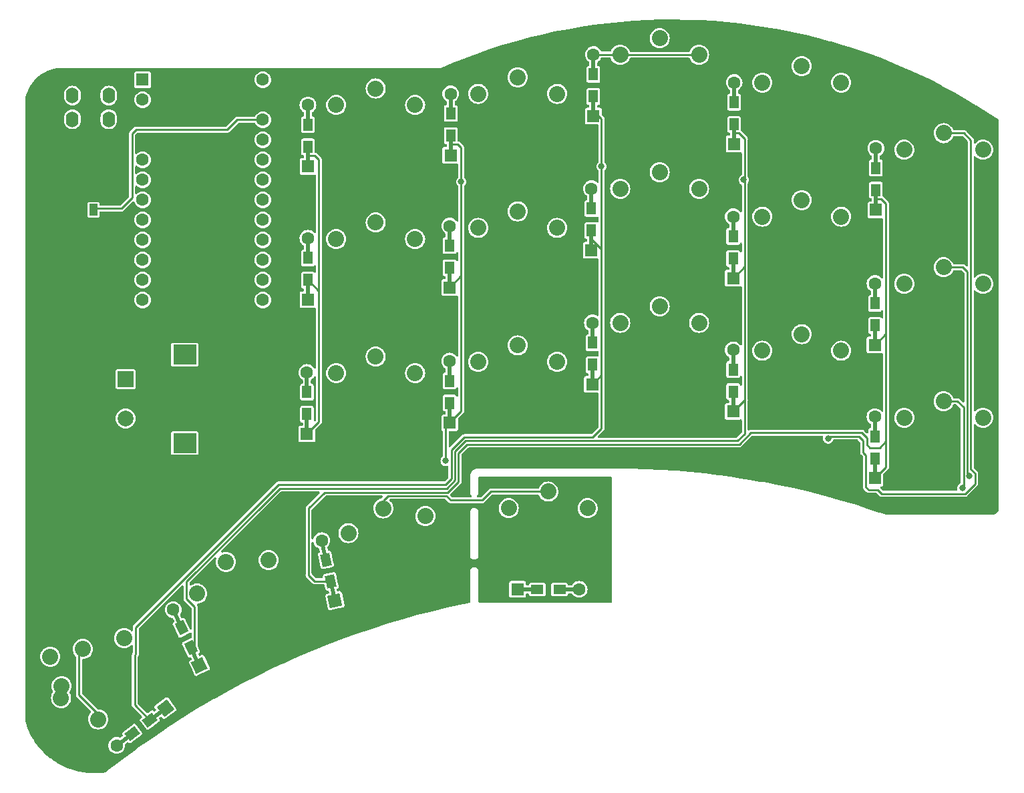
<source format=gbr>
G04 #@! TF.GenerationSoftware,KiCad,Pcbnew,7.0.2-6a45011f42~172~ubuntu20.04.1*
G04 #@! TF.CreationDate,2023-04-26T19:15:44+02:00*
G04 #@! TF.ProjectId,Pteron36v0,50746572-6f6e-4333-9676-302e6b696361,rev?*
G04 #@! TF.SameCoordinates,Original*
G04 #@! TF.FileFunction,Copper,L2,Bot*
G04 #@! TF.FilePolarity,Positive*
%FSLAX46Y46*%
G04 Gerber Fmt 4.6, Leading zero omitted, Abs format (unit mm)*
G04 Created by KiCad (PCBNEW 7.0.2-6a45011f42~172~ubuntu20.04.1) date 2023-04-26 19:15:44*
%MOMM*%
%LPD*%
G01*
G04 APERTURE LIST*
G04 Aperture macros list*
%AMRotRect*
0 Rectangle, with rotation*
0 The origin of the aperture is its center*
0 $1 length*
0 $2 width*
0 $3 Rotation angle, in degrees counterclockwise*
0 Add horizontal line*
21,1,$1,$2,0,0,$3*%
G04 Aperture macros list end*
G04 #@! TA.AperFunction,SMDPad,CuDef*
%ADD10R,1.200000X1.600000*%
G04 #@! TD*
G04 #@! TA.AperFunction,SMDPad,CuDef*
%ADD11R,0.500000X2.900000*%
G04 #@! TD*
G04 #@! TA.AperFunction,ComponentPad*
%ADD12R,1.600000X1.600000*%
G04 #@! TD*
G04 #@! TA.AperFunction,ComponentPad*
%ADD13C,1.600000*%
G04 #@! TD*
G04 #@! TA.AperFunction,SMDPad,CuDef*
%ADD14RotRect,1.600000X1.200000X282.500000*%
G04 #@! TD*
G04 #@! TA.AperFunction,SMDPad,CuDef*
%ADD15RotRect,2.900000X0.500000X282.500000*%
G04 #@! TD*
G04 #@! TA.AperFunction,ComponentPad*
%ADD16RotRect,1.600000X1.600000X282.500000*%
G04 #@! TD*
G04 #@! TA.AperFunction,SMDPad,CuDef*
%ADD17RotRect,1.600000X1.200000X295.000000*%
G04 #@! TD*
G04 #@! TA.AperFunction,SMDPad,CuDef*
%ADD18RotRect,2.900000X0.500000X295.000000*%
G04 #@! TD*
G04 #@! TA.AperFunction,ComponentPad*
%ADD19RotRect,1.600000X1.600000X295.000000*%
G04 #@! TD*
G04 #@! TA.AperFunction,SMDPad,CuDef*
%ADD20RotRect,1.600000X1.200000X37.500000*%
G04 #@! TD*
G04 #@! TA.AperFunction,SMDPad,CuDef*
%ADD21RotRect,2.900000X0.500000X37.500000*%
G04 #@! TD*
G04 #@! TA.AperFunction,ComponentPad*
%ADD22RotRect,1.600000X1.600000X37.500000*%
G04 #@! TD*
G04 #@! TA.AperFunction,ComponentPad*
%ADD23O,1.600000X2.000000*%
G04 #@! TD*
G04 #@! TA.AperFunction,ComponentPad*
%ADD24C,2.032000*%
G04 #@! TD*
G04 #@! TA.AperFunction,SMDPad,CuDef*
%ADD25R,1.600000X1.200000*%
G04 #@! TD*
G04 #@! TA.AperFunction,SMDPad,CuDef*
%ADD26R,2.900000X0.500000*%
G04 #@! TD*
G04 #@! TA.AperFunction,ComponentPad*
%ADD27R,2.000000X2.000000*%
G04 #@! TD*
G04 #@! TA.AperFunction,ComponentPad*
%ADD28C,2.000000*%
G04 #@! TD*
G04 #@! TA.AperFunction,ComponentPad*
%ADD29R,3.000000X2.500000*%
G04 #@! TD*
G04 #@! TA.AperFunction,SMDPad,CuDef*
%ADD30R,1.000000X1.500000*%
G04 #@! TD*
G04 #@! TA.AperFunction,ViaPad*
%ADD31C,0.800000*%
G04 #@! TD*
G04 #@! TA.AperFunction,Conductor*
%ADD32C,0.250000*%
G04 #@! TD*
G04 APERTURE END LIST*
D10*
G04 #@! TO.P,D7,1,K*
G04 #@! TO.N,/Col1*
X225407000Y-63660328D03*
D11*
X225407000Y-64760328D03*
D12*
X225407000Y-66160328D03*
D13*
G04 #@! TO.P,D7,2,A*
G04 #@! TO.N,Net-(D7-Pad2)*
X225407000Y-58360328D03*
D11*
X225407000Y-59760328D03*
D10*
X225407000Y-60860328D03*
G04 #@! TD*
G04 #@! TO.P,D8,1,K*
G04 #@! TO.N,/Col1*
X225280000Y-80805328D03*
D11*
X225280000Y-81905328D03*
D12*
X225280000Y-83305328D03*
D13*
G04 #@! TO.P,D8,2,A*
G04 #@! TO.N,Net-(D8-Pad2)*
X225280000Y-75505328D03*
D11*
X225280000Y-76905328D03*
D10*
X225280000Y-78005328D03*
G04 #@! TD*
G04 #@! TO.P,D9,1,K*
G04 #@! TO.N,/Col1*
X225280000Y-97696328D03*
D11*
X225280000Y-98796328D03*
D12*
X225280000Y-100196328D03*
D13*
G04 #@! TO.P,D9,2,A*
G04 #@! TO.N,Net-(D9-Pad2)*
X225280000Y-92396328D03*
D11*
X225280000Y-93796328D03*
D10*
X225280000Y-94896328D03*
G04 #@! TD*
D14*
G04 #@! TO.P,D10,1,K*
G04 #@! TO.N,/Col1*
X156303015Y-113283428D03*
D15*
X156541099Y-114357354D03*
D16*
X156844114Y-115724168D03*
D13*
G04 #@! TO.P,D10,2,A*
G04 #@! TO.N,Net-(D10-Pad2)*
X155155886Y-108109060D03*
D15*
X155458901Y-109475874D03*
D14*
X155696985Y-110549800D03*
G04 #@! TD*
D10*
G04 #@! TO.P,D12,1,K*
G04 #@! TO.N,/Col2*
X207441000Y-55306998D03*
D11*
X207441000Y-56406998D03*
D12*
X207441000Y-57806998D03*
D13*
G04 #@! TO.P,D12,2,A*
G04 #@! TO.N,Net-(D12-Pad2)*
X207441000Y-50006998D03*
D11*
X207441000Y-51406998D03*
D10*
X207441000Y-52506998D03*
G04 #@! TD*
G04 #@! TO.P,D13,1,K*
G04 #@! TO.N,/Col2*
X207314000Y-72324998D03*
D11*
X207314000Y-73424998D03*
D12*
X207314000Y-74824998D03*
D13*
G04 #@! TO.P,D13,2,A*
G04 #@! TO.N,Net-(D13-Pad2)*
X207314000Y-67024998D03*
D11*
X207314000Y-68424998D03*
D10*
X207314000Y-69524998D03*
G04 #@! TD*
G04 #@! TO.P,D14,1,K*
G04 #@! TO.N,/Col2*
X207314000Y-89215998D03*
D11*
X207314000Y-90315998D03*
D12*
X207314000Y-91715998D03*
D13*
G04 #@! TO.P,D14,2,A*
G04 #@! TO.N,Net-(D14-Pad2)*
X207314000Y-83915998D03*
D11*
X207314000Y-85315998D03*
D10*
X207314000Y-86415998D03*
G04 #@! TD*
D17*
G04 #@! TO.P,D15,1,K*
G04 #@! TO.N,/Col2*
X138591666Y-121685441D03*
D18*
X139056546Y-122682379D03*
D19*
X139648211Y-123951210D03*
D13*
G04 #@! TO.P,D15,2,A*
G04 #@! TO.N,Net-(D15-Pad2)*
X136351789Y-116882010D03*
D18*
X136943454Y-118150841D03*
D17*
X137408334Y-119147779D03*
G04 #@! TD*
D10*
G04 #@! TO.P,D17,1,K*
G04 #@! TO.N,/Col3*
X189602000Y-51770664D03*
D11*
X189602000Y-52870664D03*
D12*
X189602000Y-54270664D03*
D13*
G04 #@! TO.P,D17,2,A*
G04 #@! TO.N,Net-(D17-Pad2)*
X189602000Y-46470664D03*
D11*
X189602000Y-47870664D03*
D10*
X189602000Y-48970664D03*
G04 #@! TD*
G04 #@! TO.P,D18,1,K*
G04 #@! TO.N,/Col3*
X189348000Y-68788664D03*
D11*
X189348000Y-69888664D03*
D12*
X189348000Y-71288664D03*
D13*
G04 #@! TO.P,D18,2,A*
G04 #@! TO.N,Net-(D18-Pad2)*
X189348000Y-63488664D03*
D11*
X189348000Y-64888664D03*
D10*
X189348000Y-65988664D03*
G04 #@! TD*
G04 #@! TO.P,D19,1,K*
G04 #@! TO.N,/Col3*
X189475000Y-85806664D03*
D11*
X189475000Y-86906664D03*
D12*
X189475000Y-88306664D03*
D13*
G04 #@! TO.P,D19,2,A*
G04 #@! TO.N,Net-(D19-Pad2)*
X189475000Y-80506664D03*
D11*
X189475000Y-81906664D03*
D10*
X189475000Y-83006664D03*
G04 #@! TD*
D20*
G04 #@! TO.P,D20,1,K*
G04 #@! TO.N,/Col3*
X133368495Y-130872134D03*
D21*
X134241183Y-130202496D03*
D22*
X135351878Y-129350230D03*
D13*
G04 #@! TO.P,D20,2,A*
G04 #@! TO.N,Net-(D20-Pad2)*
X129163722Y-134098570D03*
D21*
X130274417Y-133246304D03*
D20*
X131147105Y-132576666D03*
G04 #@! TD*
D10*
G04 #@! TO.P,D22,1,K*
G04 #@! TO.N,/Col4*
X171509000Y-56743330D03*
D11*
X171509000Y-57843330D03*
D12*
X171509000Y-59243330D03*
D13*
G04 #@! TO.P,D22,2,A*
G04 #@! TO.N,Net-(D22-Pad2)*
X171509000Y-51443330D03*
D11*
X171509000Y-52843330D03*
D10*
X171509000Y-53943330D03*
G04 #@! TD*
G04 #@! TO.P,D23,1,K*
G04 #@! TO.N,/Col4*
X171382000Y-73507330D03*
D11*
X171382000Y-74607330D03*
D12*
X171382000Y-76007330D03*
D13*
G04 #@! TO.P,D23,2,A*
G04 #@! TO.N,Net-(D23-Pad2)*
X171382000Y-68207330D03*
D11*
X171382000Y-69607330D03*
D10*
X171382000Y-70707330D03*
G04 #@! TD*
G04 #@! TO.P,D24,1,K*
G04 #@! TO.N,/Col4*
X171382000Y-90652330D03*
D11*
X171382000Y-91752330D03*
D12*
X171382000Y-93152330D03*
D13*
G04 #@! TO.P,D24,2,A*
G04 #@! TO.N,Net-(D24-Pad2)*
X171382000Y-85352330D03*
D11*
X171382000Y-86752330D03*
D10*
X171382000Y-87852330D03*
G04 #@! TD*
G04 #@! TO.P,D26,1,K*
G04 #@! TO.N,/Col5*
X153416000Y-58169000D03*
D11*
X153416000Y-59269000D03*
D12*
X153416000Y-60669000D03*
D13*
G04 #@! TO.P,D26,2,A*
G04 #@! TO.N,Net-(D26-Pad2)*
X153416000Y-52869000D03*
D11*
X153416000Y-54269000D03*
D10*
X153416000Y-55369000D03*
G04 #@! TD*
G04 #@! TO.P,D27,1,K*
G04 #@! TO.N,/Col5*
X153416000Y-75060000D03*
D11*
X153416000Y-76160000D03*
D12*
X153416000Y-77560000D03*
D13*
G04 #@! TO.P,D27,2,A*
G04 #@! TO.N,Net-(D27-Pad2)*
X153416000Y-69760000D03*
D11*
X153416000Y-71160000D03*
D10*
X153416000Y-72260000D03*
G04 #@! TD*
D23*
G04 #@! TO.P,J1,1*
G04 #@! TO.N,GND*
X123570000Y-59768980D03*
G04 #@! TO.P,J1,2*
X128170000Y-58668980D03*
G04 #@! TO.P,J1,3*
G04 #@! TO.N,VCC*
X128170000Y-54668980D03*
G04 #@! TO.P,J1,4*
G04 #@! TO.N,/Serial*
X128170000Y-51668980D03*
G04 #@! TD*
D24*
G04 #@! TO.P,SW8,1,1*
G04 #@! TO.N,/Row2*
X234000000Y-73433328D03*
G04 #@! TO.P,SW8,2,2*
G04 #@! TO.N,Net-(D8-Pad2)*
X239000000Y-75533328D03*
X229000000Y-75533328D03*
G04 #@! TD*
G04 #@! TO.P,SW9,1,1*
G04 #@! TO.N,/Row3*
X234000000Y-90433328D03*
G04 #@! TO.P,SW9,2,2*
G04 #@! TO.N,Net-(D9-Pad2)*
X239000000Y-92533328D03*
X229000000Y-92533328D03*
G04 #@! TD*
G04 #@! TO.P,SW13,1,1*
G04 #@! TO.N,/Row2*
X216000000Y-64933332D03*
G04 #@! TO.P,SW13,2,2*
G04 #@! TO.N,Net-(D13-Pad2)*
X221000000Y-67033332D03*
X211000000Y-67033332D03*
G04 #@! TD*
G04 #@! TO.P,SW14,1,1*
G04 #@! TO.N,/Row3*
X216000000Y-81933332D03*
G04 #@! TO.P,SW14,2,2*
G04 #@! TO.N,Net-(D14-Pad2)*
X221000000Y-84033332D03*
X211000000Y-84033332D03*
G04 #@! TD*
G04 #@! TO.P,SW15,1,1*
G04 #@! TO.N,/Row4*
X143006552Y-110819396D03*
G04 #@! TO.P,SW15,2,2*
G04 #@! TO.N,Net-(D15-Pad2)*
X148425590Y-110609551D03*
X139362512Y-114835734D03*
G04 #@! TD*
G04 #@! TO.P,SW20,1,1*
G04 #@! TO.N,/Row4*
X124881508Y-121862015D03*
G04 #@! TO.P,SW20,2,2*
G04 #@! TO.N,Net-(D20-Pad2)*
X130126673Y-120484250D03*
X122193140Y-126571864D03*
G04 #@! TD*
G04 #@! TO.P,SW22,1,1*
G04 #@! TO.N,/Row1*
X180000000Y-49349998D03*
G04 #@! TO.P,SW22,2,2*
G04 #@! TO.N,Net-(D22-Pad2)*
X185000000Y-51449998D03*
X175000000Y-51449998D03*
G04 #@! TD*
G04 #@! TO.P,SW23,1,1*
G04 #@! TO.N,/Row2*
X180000000Y-66349998D03*
G04 #@! TO.P,SW23,2,2*
G04 #@! TO.N,Net-(D23-Pad2)*
X185000000Y-68449998D03*
X175000000Y-68449998D03*
G04 #@! TD*
G04 #@! TO.P,SW24,1,1*
G04 #@! TO.N,/Row3*
X180000000Y-83349998D03*
G04 #@! TO.P,SW24,2,2*
G04 #@! TO.N,Net-(D24-Pad2)*
X185000000Y-85449998D03*
X175000000Y-85449998D03*
G04 #@! TD*
G04 #@! TO.P,SW26,1,1*
G04 #@! TO.N,/Row1*
X162000000Y-50766664D03*
G04 #@! TO.P,SW26,2,2*
G04 #@! TO.N,Net-(D26-Pad2)*
X167000000Y-52866664D03*
X157000000Y-52866664D03*
G04 #@! TD*
G04 #@! TO.P,SW27,1,1*
G04 #@! TO.N,/Row2*
X162000000Y-67766664D03*
G04 #@! TO.P,SW27,2,2*
G04 #@! TO.N,Net-(D27-Pad2)*
X167000000Y-69866664D03*
X157000000Y-69866664D03*
G04 #@! TD*
G04 #@! TO.P,SW28,1,1*
G04 #@! TO.N,/Row3*
X162000000Y-84766664D03*
G04 #@! TO.P,SW28,2,2*
G04 #@! TO.N,Net-(D28-Pad2)*
X167000000Y-86866664D03*
X157000000Y-86866664D03*
G04 #@! TD*
D12*
G04 #@! TO.P,U1,1,TX*
G04 #@! TO.N,/Serial*
X132461000Y-49657000D03*
D13*
G04 #@! TO.P,U1,2,RX*
G04 #@! TO.N,N/C*
X132461000Y-52197000D03*
G04 #@! TO.P,U1,3,GND*
G04 #@! TO.N,GND*
X132461000Y-54737000D03*
G04 #@! TO.P,U1,4,GND*
X132461000Y-57277000D03*
G04 #@! TO.P,U1,5,SCL*
G04 #@! TO.N,N/C*
X132461000Y-59817000D03*
G04 #@! TO.P,U1,6,SDA*
X132461000Y-62357000D03*
G04 #@! TO.P,U1,7,D4*
X132461000Y-64897000D03*
G04 #@! TO.P,U1,8,C6*
X132461000Y-67437000D03*
G04 #@! TO.P,U1,9,D7*
G04 #@! TO.N,/Row2*
X132461000Y-69977000D03*
G04 #@! TO.P,U1,10,E6*
G04 #@! TO.N,/Row1*
X132461000Y-72517000D03*
G04 #@! TO.P,U1,11,B4*
G04 #@! TO.N,/Row3*
X132461000Y-75057000D03*
G04 #@! TO.P,U1,12,B5*
G04 #@! TO.N,/Row4*
X132461000Y-77597000D03*
G04 #@! TO.P,U1,13,B6*
G04 #@! TO.N,N/C*
X147701000Y-77597000D03*
G04 #@! TO.P,U1,14,B2*
G04 #@! TO.N,/Col5*
X147701000Y-75057000D03*
G04 #@! TO.P,U1,15,B3*
G04 #@! TO.N,/Col4*
X147701000Y-72517000D03*
G04 #@! TO.P,U1,16,B1*
G04 #@! TO.N,/Col3*
X147701000Y-69977000D03*
G04 #@! TO.P,U1,17,F7*
G04 #@! TO.N,/Col2*
X147701000Y-67437000D03*
G04 #@! TO.P,U1,18,F6*
G04 #@! TO.N,/Col1*
X147701000Y-64897000D03*
G04 #@! TO.P,U1,19,F5*
G04 #@! TO.N,/RotB*
X147701000Y-62357000D03*
G04 #@! TO.P,U1,20,F4*
G04 #@! TO.N,/RotA*
X147701000Y-59817000D03*
G04 #@! TO.P,U1,21,VCC*
G04 #@! TO.N,VCC*
X147701000Y-57277000D03*
G04 #@! TO.P,U1,22,RST*
G04 #@! TO.N,Net-(JP1-Pad1)*
X147701000Y-54737000D03*
G04 #@! TO.P,U1,23,GND*
G04 #@! TO.N,GND*
X147701000Y-52197000D03*
G04 #@! TO.P,U1,24,RAW*
G04 #@! TO.N,N/C*
X147701000Y-49657000D03*
G04 #@! TD*
D24*
G04 #@! TO.P,SW7,1,1*
G04 #@! TO.N,/Row1*
X234000000Y-56433328D03*
G04 #@! TO.P,SW7,2,2*
G04 #@! TO.N,Net-(D7-Pad2)*
X239000000Y-58533328D03*
X229000000Y-58533328D03*
G04 #@! TD*
G04 #@! TO.P,SW12,1,1*
G04 #@! TO.N,/Row1*
X216000000Y-47933332D03*
G04 #@! TO.P,SW12,2,2*
G04 #@! TO.N,Net-(D12-Pad2)*
X221000000Y-50033332D03*
X211000000Y-50033332D03*
G04 #@! TD*
D10*
G04 #@! TO.P,D28,1,K*
G04 #@! TO.N,/Col5*
X153289000Y-92078000D03*
D11*
X153289000Y-93178000D03*
D12*
X153289000Y-94578000D03*
D13*
G04 #@! TO.P,D28,2,A*
G04 #@! TO.N,Net-(D28-Pad2)*
X153289000Y-86778000D03*
D11*
X153289000Y-88178000D03*
D10*
X153289000Y-89278000D03*
G04 #@! TD*
D24*
G04 #@! TO.P,SW17,1,1*
G04 #@! TO.N,/Row1*
X198000000Y-44391667D03*
G04 #@! TO.P,SW17,2,2*
G04 #@! TO.N,Net-(D17-Pad2)*
X203000000Y-46491667D03*
X193000000Y-46491667D03*
G04 #@! TD*
G04 #@! TO.P,SW19,1,1*
G04 #@! TO.N,/Row3*
X198000000Y-78391667D03*
G04 #@! TO.P,SW19,2,2*
G04 #@! TO.N,Net-(D19-Pad2)*
X203000000Y-80491667D03*
X193000000Y-80491667D03*
G04 #@! TD*
G04 #@! TO.P,SW18,1,1*
G04 #@! TO.N,/Row2*
X198000000Y-61391667D03*
G04 #@! TO.P,SW18,2,2*
G04 #@! TO.N,Net-(D18-Pad2)*
X203000000Y-63491667D03*
X193000000Y-63491667D03*
G04 #@! TD*
G04 #@! TO.P,SW10,1,1*
G04 #@! TO.N,/Row4*
X162973006Y-104031469D03*
G04 #@! TO.P,SW10,2,2*
G04 #@! TO.N,Net-(D10-Pad2)*
X168309010Y-104999492D03*
X158546049Y-107163888D03*
G04 #@! TD*
G04 #@! TO.P,SW2,1,1*
G04 #@! TO.N,/Row4*
X183868000Y-101899000D03*
G04 #@! TO.P,SW2,2,2*
G04 #@! TO.N,Net-(D1-Pad2)*
X188868000Y-103999000D03*
X178868000Y-103999000D03*
G04 #@! TD*
D25*
G04 #@! TO.P,D1,1,K*
G04 #@! TO.N,/Col4*
X182496000Y-114300000D03*
D26*
X181396000Y-114300000D03*
D12*
X179996000Y-114300000D03*
D13*
G04 #@! TO.P,D1,2,A*
G04 #@! TO.N,Net-(D1-Pad2)*
X187796000Y-114300000D03*
D26*
X186396000Y-114300000D03*
D25*
X185296000Y-114300000D03*
G04 #@! TD*
D24*
G04 #@! TO.P,SW1,1,1*
G04 #@! TO.N,/Row4*
X120741450Y-122846527D03*
X126829064Y-130780060D03*
G04 #@! TO.P,SW1,2,2*
G04 #@! TO.N,Net-(D20-Pad2)*
X122119215Y-128091692D03*
G04 #@! TD*
D27*
G04 #@! TO.P,EN_1,A,A*
G04 #@! TO.N,/RotA*
X130302000Y-87630000D03*
D28*
G04 #@! TO.P,EN_1,B,B*
G04 #@! TO.N,/RotB*
X130302000Y-92630000D03*
G04 #@! TO.P,EN_1,C,C*
G04 #@! TO.N,GND*
X130302000Y-90130000D03*
D29*
G04 #@! TO.P,EN_1,MP*
G04 #@! TO.N,N/C*
X137802000Y-84530000D03*
X137802000Y-95730000D03*
G04 #@! TD*
D23*
G04 #@! TO.P,J2,1*
G04 #@! TO.N,GND*
X128170000Y-59768980D03*
G04 #@! TO.P,J2,2*
X123570000Y-58668980D03*
G04 #@! TO.P,J2,3*
G04 #@! TO.N,VCC*
X123570000Y-54668980D03*
G04 #@! TO.P,J2,4*
G04 #@! TO.N,/Serial*
X123570000Y-51668980D03*
G04 #@! TD*
D30*
G04 #@! TO.P,JP2,1,1*
G04 #@! TO.N,Net-(JP1-Pad1)*
X126253000Y-66167000D03*
G04 #@! TO.P,JP2,2,2*
G04 #@! TO.N,GND*
X124953000Y-66167000D03*
G04 #@! TD*
D31*
G04 #@! TO.N,/Col2*
X208656347Y-62361653D03*
G04 #@! TO.N,/Col3*
X190627000Y-60667167D03*
G04 #@! TO.N,/Col4*
X170876460Y-98000000D03*
X172847000Y-62611000D03*
G04 #@! TO.N,/Row1*
X219354400Y-95161700D03*
G04 #@! TO.N,/Row2*
X237249300Y-99949000D03*
G04 #@! TO.N,/Row3*
X236372400Y-101473000D03*
G04 #@! TO.N,GND*
X124968000Y-66167000D03*
G04 #@! TO.N,Net-(JP1-Pad1)*
X126365000Y-66167000D03*
G04 #@! TD*
D32*
G04 #@! TO.N,/Col1*
X173597280Y-95902720D02*
X172500000Y-97000000D01*
X226695000Y-81890328D02*
X225280000Y-83305328D01*
X153500000Y-104000000D02*
X153500000Y-112500000D01*
X172500000Y-97000000D02*
X172500000Y-100635717D01*
X225407000Y-64760328D02*
X226050328Y-64760328D01*
X224256600Y-95961200D02*
X224256600Y-95072200D01*
X157324946Y-116205000D02*
X156844114Y-115724168D01*
X226695000Y-98781328D02*
X225280000Y-100196328D01*
X208085198Y-95902720D02*
X173597280Y-95902720D01*
X154283428Y-113283428D02*
X156303015Y-113283428D01*
X226695000Y-93853000D02*
X226695000Y-95530350D01*
X209550718Y-94437200D02*
X208085198Y-95902720D01*
X224663000Y-96367600D02*
X224256600Y-95961200D01*
X226695000Y-80518000D02*
X226695000Y-81890328D01*
X171135717Y-102000000D02*
X155500000Y-102000000D01*
X226695000Y-93853000D02*
X226695000Y-98781328D01*
X226695000Y-80518000D02*
X226695000Y-93853000D01*
X224256600Y-95072200D02*
X223621600Y-94437200D01*
X153500000Y-112500000D02*
X154283428Y-113283428D01*
X226695000Y-95530350D02*
X225857750Y-96367600D01*
X223621600Y-94437200D02*
X209550718Y-94437200D01*
X225857750Y-96367600D02*
X224663000Y-96367600D01*
X226695000Y-65405000D02*
X226695000Y-80518000D01*
X155500000Y-102000000D02*
X153500000Y-104000000D01*
X172500000Y-100635717D02*
X171135717Y-102000000D01*
X226050328Y-64760328D02*
X226695000Y-65405000D01*
G04 #@! TO.N,/Col2*
X149156910Y-102177500D02*
X148324005Y-103010405D01*
X208788000Y-57150000D02*
X208788000Y-63329637D01*
X138021511Y-113312899D02*
X148324005Y-103010405D01*
X208788000Y-94564200D02*
X207899000Y-95453200D01*
X173411082Y-95453200D02*
X172050480Y-96813803D01*
X138021511Y-115479415D02*
X138021511Y-113312899D01*
X139056546Y-122682379D02*
X139056546Y-116514450D01*
X208788000Y-89789000D02*
X208788000Y-94564200D01*
X208788000Y-73350998D02*
X207314000Y-74824998D01*
X172050480Y-96813803D02*
X172050480Y-100449520D01*
X208788000Y-72517000D02*
X208788000Y-89789000D01*
X208788000Y-63329637D02*
X208788000Y-72517000D01*
X149834410Y-101500000D02*
X148324005Y-103010405D01*
X208044998Y-56406998D02*
X208788000Y-57150000D01*
X172050480Y-100449520D02*
X171000000Y-101500000D01*
X208788000Y-72517000D02*
X208788000Y-73350998D01*
X208788000Y-89789000D02*
X208788000Y-90043000D01*
X208788000Y-90043000D02*
X208788000Y-90241998D01*
X207441000Y-56406998D02*
X208044998Y-56406998D01*
X139056546Y-116514450D02*
X138021511Y-115479415D01*
X208788000Y-90241998D02*
X207314000Y-91715998D01*
X208788000Y-63329637D02*
X208788000Y-62493306D01*
X171000000Y-101500000D02*
X149834410Y-101500000D01*
X207899000Y-95453200D02*
X173411082Y-95453200D01*
X208788000Y-62493306D02*
X208656347Y-62361653D01*
G04 #@! TO.N,/Col3*
X148599000Y-102099000D02*
X149698000Y-101000000D01*
X148971000Y-101727000D02*
X148599000Y-102099000D01*
X170864282Y-101000000D02*
X171600960Y-100263322D01*
X149698000Y-101000000D02*
X170864282Y-101000000D01*
X190627000Y-71167664D02*
X189348000Y-69888664D01*
X148599000Y-102099000D02*
X131600000Y-119098000D01*
X190287664Y-54270664D02*
X190627000Y-54610000D01*
X190627000Y-59817000D02*
X190627000Y-71628000D01*
X171600960Y-100263322D02*
X171600960Y-96627605D01*
X131600000Y-122500000D02*
X131470400Y-122629600D01*
X190627000Y-54610000D02*
X190627000Y-59817000D01*
X190627000Y-87154664D02*
X189475000Y-88306664D01*
X173228565Y-95000000D02*
X189500000Y-95000000D01*
X131470400Y-122629600D02*
X131470400Y-128974039D01*
X189602000Y-54270664D02*
X190287664Y-54270664D01*
X190627000Y-71628000D02*
X190627000Y-87154664D01*
X171600960Y-96627605D02*
X173228565Y-95000000D01*
X190627000Y-71628000D02*
X190627000Y-71167664D01*
X131470400Y-128974039D02*
X133368495Y-130872134D01*
X190627000Y-93873000D02*
X190627000Y-87154664D01*
X189500000Y-95000000D02*
X190627000Y-93873000D01*
X131600000Y-119098000D02*
X131600000Y-122500000D01*
G04 #@! TO.N,Net-(D17-Pad2)*
X192978997Y-46470664D02*
X193000000Y-46491667D01*
X193000000Y-46491667D02*
X203000000Y-46491667D01*
X189602000Y-46470664D02*
X192978997Y-46470664D01*
G04 #@! TO.N,/Col4*
X172847000Y-62611000D02*
X172847000Y-64262000D01*
X172847000Y-91687330D02*
X171382000Y-93152330D01*
X171347670Y-93152330D02*
X170876460Y-93623540D01*
X170876460Y-93623540D02*
X170876460Y-98000000D01*
X172847000Y-74542330D02*
X172847000Y-91687330D01*
X172847000Y-64262000D02*
X172847000Y-74542330D01*
X172847000Y-58293000D02*
X172847000Y-62611000D01*
X172847000Y-74542330D02*
X171382000Y-76007330D01*
X172397330Y-57843330D02*
X172847000Y-58293000D01*
X171382000Y-93152330D02*
X171347670Y-93152330D01*
X171509000Y-57843330D02*
X172397330Y-57843330D01*
G04 #@! TO.N,/Col5*
X153416000Y-59269000D02*
X154265000Y-59269000D01*
X154813000Y-93054000D02*
X153289000Y-94578000D01*
X154813000Y-76835000D02*
X154813000Y-76457000D01*
X154265000Y-59269000D02*
X154813000Y-59817000D01*
X154813000Y-76457000D02*
X153416000Y-75060000D01*
X154813000Y-76835000D02*
X154813000Y-93054000D01*
X154813000Y-59817000D02*
X154813000Y-76835000D01*
G04 #@! TO.N,/Row1*
X224155000Y-97282000D02*
X224155000Y-101320350D01*
X223807080Y-96934080D02*
X224155000Y-97282000D01*
X237423840Y-97764600D02*
X237431520Y-97756920D01*
X219629380Y-94886720D02*
X223232920Y-94886720D01*
X237973811Y-100912989D02*
X237973811Y-99609971D01*
X236689289Y-102197511D02*
X237973811Y-100912989D01*
X237973811Y-99609971D02*
X237423840Y-99060000D01*
X224510850Y-101676200D02*
X225653600Y-101676200D01*
X223807080Y-95460880D02*
X223807080Y-96934080D01*
X225653600Y-101676200D02*
X226174911Y-102197511D01*
X224155000Y-101320350D02*
X224510850Y-101676200D01*
X219354400Y-95161700D02*
X219629380Y-94886720D01*
X223232920Y-94886720D02*
X223807080Y-95460880D01*
X237431520Y-97756920D02*
X237431520Y-57294720D01*
X226174911Y-102197511D02*
X236689289Y-102197511D01*
X237423840Y-99060000D02*
X237423840Y-97764600D01*
X236570128Y-56433328D02*
X234000000Y-56433328D01*
X237431520Y-57294720D02*
X236570128Y-56433328D01*
G04 #@! TO.N,/Row2*
X236974320Y-92184280D02*
X236974320Y-99674020D01*
X236974320Y-99674020D02*
X237249300Y-99949000D01*
X236982000Y-92176600D02*
X236974320Y-92184280D01*
X234000000Y-73433328D02*
X236425128Y-73433328D01*
X236425128Y-73433328D02*
X236982000Y-73990200D01*
X236982000Y-73990200D02*
X236982000Y-92176600D01*
G04 #@! TO.N,/Row3*
X236372400Y-101473000D02*
X236524800Y-101320600D01*
X236524800Y-91211400D02*
X235746728Y-90433328D01*
X236524800Y-101320600D02*
X236524800Y-91211400D01*
X235746728Y-90433328D02*
X234000000Y-90433328D01*
G04 #@! TO.N,/Row4*
X176601000Y-101899000D02*
X175500000Y-103000000D01*
X124881508Y-121862015D02*
X124400000Y-122343523D01*
X183868000Y-101899000D02*
X176601000Y-101899000D01*
X163550480Y-102449520D02*
X162973006Y-103026994D01*
X175500000Y-103000000D02*
X171500000Y-103000000D01*
X124400000Y-127700000D02*
X126829064Y-130129064D01*
X162973006Y-103026994D02*
X162973006Y-104031469D01*
X170949520Y-102449520D02*
X163550480Y-102449520D01*
X126829064Y-130129064D02*
X126829064Y-130780060D01*
X171500000Y-103000000D02*
X170949520Y-102449520D01*
X124400000Y-122343523D02*
X124400000Y-127700000D01*
G04 #@! TO.N,Net-(JP1-Pad1)*
X144449800Y-54737000D02*
X143205200Y-55981600D01*
X129795200Y-65988000D02*
X126544000Y-65988000D01*
X131140200Y-56464200D02*
X131140200Y-64643000D01*
X126544000Y-65988000D02*
X126365000Y-66167000D01*
X143205200Y-55981600D02*
X131622800Y-55981600D01*
X131140200Y-64643000D02*
X129795200Y-65988000D01*
X147701000Y-54737000D02*
X144449800Y-54737000D01*
X131622800Y-55981600D02*
X131140200Y-56464200D01*
G04 #@! TD*
G04 #@! TA.AperFunction,Conductor*
G04 #@! TO.N,GND*
G36*
X199759793Y-42023905D02*
G01*
X201442234Y-42045439D01*
X201445045Y-42045508D01*
X203126595Y-42105609D01*
X203129382Y-42105741D01*
X204809012Y-42204371D01*
X204811848Y-42204570D01*
X206488860Y-42341687D01*
X206491572Y-42341940D01*
X208165034Y-42517473D01*
X208167869Y-42517803D01*
X209836761Y-42731641D01*
X209839534Y-42732028D01*
X211503126Y-42984077D01*
X211505874Y-42984525D01*
X213163262Y-43274650D01*
X213166096Y-43275180D01*
X214816369Y-43603218D01*
X214819076Y-43603789D01*
X216461407Y-43969577D01*
X216464138Y-43970218D01*
X218097671Y-44373568D01*
X218100365Y-44374266D01*
X219530687Y-44762436D01*
X219724223Y-44814959D01*
X219726993Y-44815745D01*
X221340253Y-45293531D01*
X221342927Y-45294356D01*
X222518022Y-45671886D01*
X222944836Y-45809011D01*
X222947576Y-45809926D01*
X224537280Y-46361175D01*
X224539912Y-46362122D01*
X226116556Y-46949670D01*
X226119212Y-46950695D01*
X227681947Y-47574225D01*
X227684536Y-47575292D01*
X229018641Y-48143390D01*
X229232575Y-48234489D01*
X229235220Y-48235651D01*
X230767766Y-48930176D01*
X230770314Y-48931366D01*
X232286488Y-49660822D01*
X232289031Y-49662082D01*
X233788141Y-50426133D01*
X233790620Y-50427433D01*
X234614386Y-50871362D01*
X235271744Y-51225613D01*
X235274271Y-51227012D01*
X236736775Y-52058975D01*
X236739262Y-52060428D01*
X238116775Y-52886409D01*
X238182218Y-52925650D01*
X238184675Y-52927162D01*
X239607439Y-53825251D01*
X239609791Y-53826773D01*
X240945381Y-54713294D01*
X240991075Y-54767632D01*
X241001700Y-54818273D01*
X241001700Y-103956012D01*
X241001093Y-103968363D01*
X240985836Y-104123262D01*
X240981018Y-104147486D01*
X240937638Y-104290493D01*
X240928185Y-104313315D01*
X240857741Y-104445104D01*
X240844018Y-104465641D01*
X240749219Y-104581154D01*
X240731754Y-104598619D01*
X240616241Y-104693418D01*
X240595704Y-104707141D01*
X240463915Y-104777585D01*
X240441093Y-104787038D01*
X240298086Y-104830418D01*
X240273862Y-104835236D01*
X240137138Y-104848702D01*
X240118961Y-104850493D01*
X240106613Y-104851100D01*
X226746254Y-104851100D01*
X226704502Y-104843981D01*
X225905305Y-104563296D01*
X225837625Y-104539526D01*
X225552312Y-104445104D01*
X224044097Y-103945972D01*
X222916177Y-103595276D01*
X222240097Y-103385067D01*
X220426213Y-102856993D01*
X219917225Y-102718781D01*
X218603043Y-102361924D01*
X217090323Y-101980494D01*
X216771190Y-101900025D01*
X214931256Y-101471446D01*
X213083847Y-101076329D01*
X211229571Y-100714804D01*
X210775371Y-100634777D01*
X209369039Y-100386990D01*
X207796859Y-100139311D01*
X207502866Y-100092996D01*
X205631663Y-99832918D01*
X205374599Y-99801932D01*
X203756047Y-99606840D01*
X201876639Y-99414840D01*
X200166366Y-99271428D01*
X199994058Y-99256980D01*
X198108921Y-99133310D01*
X196221849Y-99043873D01*
X194333465Y-98988697D01*
X192444390Y-98967800D01*
X192444389Y-98967800D01*
X191499957Y-98974500D01*
X175008285Y-98974500D01*
X175000000Y-98974500D01*
X174910280Y-98974500D01*
X174733567Y-99005660D01*
X174733566Y-99005660D01*
X174733562Y-99005661D01*
X174564951Y-99067030D01*
X174409552Y-99156750D01*
X174272091Y-99272091D01*
X174156750Y-99409552D01*
X174067030Y-99564951D01*
X174005661Y-99733562D01*
X174005660Y-99733566D01*
X174005660Y-99733567D01*
X173974500Y-99910280D01*
X173974500Y-99994928D01*
X173974500Y-101991715D01*
X173974500Y-102000000D01*
X173974500Y-102069183D01*
X174010312Y-102202836D01*
X174010313Y-102202837D01*
X174079496Y-102322667D01*
X174162234Y-102405405D01*
X174196260Y-102467717D01*
X174191195Y-102538532D01*
X174148648Y-102595368D01*
X174082128Y-102620179D01*
X174073139Y-102620500D01*
X171709384Y-102620500D01*
X171641263Y-102600498D01*
X171620289Y-102583595D01*
X171443647Y-102406953D01*
X171409621Y-102344641D01*
X171414686Y-102273826D01*
X171443647Y-102228763D01*
X172086536Y-101585874D01*
X172731276Y-100941133D01*
X172751457Y-100924746D01*
X172760582Y-100918785D01*
X172780202Y-100893575D01*
X172790553Y-100881858D01*
X172790553Y-100881857D01*
X172790581Y-100881830D01*
X172802811Y-100864699D01*
X172805871Y-100860596D01*
X172838375Y-100818836D01*
X172838376Y-100818831D01*
X172843327Y-100812471D01*
X172843351Y-100812426D01*
X172845651Y-100804698D01*
X172845653Y-100804696D01*
X172860750Y-100753982D01*
X172862305Y-100749126D01*
X172879500Y-100699044D01*
X172879500Y-100699041D01*
X172882113Y-100691431D01*
X172882124Y-100691350D01*
X172881791Y-100683308D01*
X172881792Y-100683307D01*
X172879608Y-100630492D01*
X172879500Y-100625286D01*
X172879500Y-97209384D01*
X172899502Y-97141263D01*
X172916405Y-97120289D01*
X173717569Y-96319125D01*
X173779881Y-96285099D01*
X173806664Y-96282220D01*
X208032772Y-96282220D01*
X208058629Y-96284901D01*
X208069298Y-96287139D01*
X208100994Y-96283188D01*
X208116580Y-96282220D01*
X208116638Y-96282220D01*
X208116641Y-96282220D01*
X208137392Y-96278756D01*
X208142441Y-96278020D01*
X208194981Y-96271472D01*
X208194986Y-96271469D01*
X208202980Y-96270473D01*
X208203040Y-96270454D01*
X208210124Y-96266620D01*
X208210125Y-96266620D01*
X208256609Y-96241462D01*
X208261241Y-96239079D01*
X208308766Y-96215846D01*
X208308766Y-96215845D01*
X208316005Y-96212307D01*
X208316052Y-96212272D01*
X208357328Y-96167434D01*
X208360887Y-96163723D01*
X209671009Y-94853602D01*
X209733319Y-94819579D01*
X209760102Y-94816700D01*
X218602711Y-94816700D01*
X218670832Y-94836702D01*
X218717325Y-94890358D01*
X218727429Y-94960632D01*
X218720523Y-94987380D01*
X218714250Y-95003918D01*
X218695093Y-95161700D01*
X218714250Y-95319480D01*
X218770612Y-95468094D01*
X218851989Y-95585988D01*
X218860902Y-95598901D01*
X218979871Y-95704299D01*
X219120607Y-95778163D01*
X219274929Y-95816200D01*
X219274931Y-95816200D01*
X219433869Y-95816200D01*
X219433871Y-95816200D01*
X219588193Y-95778163D01*
X219728929Y-95704299D01*
X219847898Y-95598901D01*
X219938187Y-95468095D01*
X219983907Y-95347540D01*
X220026766Y-95290938D01*
X220093422Y-95266494D01*
X220101720Y-95266220D01*
X223023536Y-95266220D01*
X223091657Y-95286222D01*
X223112631Y-95303125D01*
X223390675Y-95581169D01*
X223424701Y-95643481D01*
X223427580Y-95670264D01*
X223427580Y-96881654D01*
X223424898Y-96907511D01*
X223422661Y-96918179D01*
X223426612Y-96949873D01*
X223427580Y-96965460D01*
X223427580Y-96965528D01*
X223431035Y-96986239D01*
X223431785Y-96991384D01*
X223439321Y-97051831D01*
X223439356Y-97051941D01*
X223468335Y-97105490D01*
X223470718Y-97110119D01*
X223497486Y-97164873D01*
X223497541Y-97164946D01*
X223542364Y-97206210D01*
X223546096Y-97209790D01*
X223738597Y-97402291D01*
X223772620Y-97464599D01*
X223775500Y-97491383D01*
X223775500Y-101267923D01*
X223772818Y-101293781D01*
X223770580Y-101304450D01*
X223774532Y-101336159D01*
X223775499Y-101351716D01*
X223775499Y-101351792D01*
X223778955Y-101372508D01*
X223779705Y-101377654D01*
X223787241Y-101438101D01*
X223787276Y-101438211D01*
X223816255Y-101491760D01*
X223818638Y-101496389D01*
X223845406Y-101551143D01*
X223845461Y-101551216D01*
X223890284Y-101592480D01*
X223894041Y-101596085D01*
X224205431Y-101907475D01*
X224221816Y-101927650D01*
X224227782Y-101936782D01*
X224252991Y-101956403D01*
X224264692Y-101966737D01*
X224264731Y-101966776D01*
X224264734Y-101966778D01*
X224264737Y-101966781D01*
X224281849Y-101978999D01*
X224285992Y-101982089D01*
X224334084Y-102019520D01*
X224334146Y-102019552D01*
X224341867Y-102021850D01*
X224341871Y-102021853D01*
X224392593Y-102036952D01*
X224397457Y-102038511D01*
X224447523Y-102055700D01*
X224447525Y-102055700D01*
X224455130Y-102058311D01*
X224455219Y-102058324D01*
X224463258Y-102057991D01*
X224463260Y-102057992D01*
X224516063Y-102055808D01*
X224521271Y-102055700D01*
X225444215Y-102055700D01*
X225512336Y-102075702D01*
X225533311Y-102092605D01*
X225869494Y-102428789D01*
X225885880Y-102448967D01*
X225891842Y-102458093D01*
X225917048Y-102477711D01*
X225928759Y-102488054D01*
X225928797Y-102488092D01*
X225945907Y-102500308D01*
X225950045Y-102503393D01*
X225991792Y-102535886D01*
X225991794Y-102535886D01*
X225998148Y-102540832D01*
X225998207Y-102540863D01*
X226005928Y-102543161D01*
X226005932Y-102543164D01*
X226056654Y-102558263D01*
X226061518Y-102559822D01*
X226111584Y-102577011D01*
X226111586Y-102577011D01*
X226119191Y-102579622D01*
X226119280Y-102579635D01*
X226127319Y-102579302D01*
X226127321Y-102579303D01*
X226180124Y-102577119D01*
X226185332Y-102577011D01*
X236636863Y-102577011D01*
X236662720Y-102579692D01*
X236673389Y-102581930D01*
X236705085Y-102577979D01*
X236720671Y-102577011D01*
X236720729Y-102577011D01*
X236720732Y-102577011D01*
X236741483Y-102573547D01*
X236746532Y-102572811D01*
X236799072Y-102566263D01*
X236799077Y-102566260D01*
X236807071Y-102565264D01*
X236807131Y-102565245D01*
X236814215Y-102561411D01*
X236814216Y-102561411D01*
X236860700Y-102536253D01*
X236865332Y-102533870D01*
X236912857Y-102510637D01*
X236912857Y-102510636D01*
X236920096Y-102507098D01*
X236920143Y-102507063D01*
X236926375Y-102500294D01*
X236961419Y-102462224D01*
X236965002Y-102458490D01*
X238205087Y-101218405D01*
X238225268Y-101202018D01*
X238234393Y-101196057D01*
X238254012Y-101170848D01*
X238264357Y-101159136D01*
X238264391Y-101159103D01*
X238276585Y-101142022D01*
X238279691Y-101137856D01*
X238312186Y-101096108D01*
X238312186Y-101096105D01*
X238317132Y-101089752D01*
X238317166Y-101089687D01*
X238319464Y-101081969D01*
X238334557Y-101031265D01*
X238336123Y-101026377D01*
X238353311Y-100976316D01*
X238353311Y-100976315D01*
X238355923Y-100968708D01*
X238355934Y-100968626D01*
X238355601Y-100960581D01*
X238355602Y-100960580D01*
X238353419Y-100907789D01*
X238353311Y-100902583D01*
X238353311Y-99662392D01*
X238355993Y-99636535D01*
X238356328Y-99634932D01*
X238358229Y-99625871D01*
X238354277Y-99594172D01*
X238353310Y-99578590D01*
X238353311Y-99578528D01*
X238349845Y-99557762D01*
X238349108Y-99552705D01*
X238342563Y-99500188D01*
X238342561Y-99500183D01*
X238341566Y-99492201D01*
X238341541Y-99492121D01*
X238312545Y-99438539D01*
X238310162Y-99433910D01*
X238283403Y-99379174D01*
X238283356Y-99379111D01*
X238277430Y-99373656D01*
X238277430Y-99373655D01*
X238238524Y-99337839D01*
X238234768Y-99334234D01*
X237840245Y-98939711D01*
X237806219Y-98877399D01*
X237803340Y-98850616D01*
X237803340Y-97863643D01*
X237810167Y-97822730D01*
X237811020Y-97820247D01*
X237811020Y-97820244D01*
X237813632Y-97812635D01*
X237813644Y-97812553D01*
X237813311Y-97804512D01*
X237813312Y-97804511D01*
X237811128Y-97751706D01*
X237811020Y-97746499D01*
X237811020Y-93445297D01*
X237831022Y-93377176D01*
X237884678Y-93330683D01*
X237954952Y-93320579D01*
X238019532Y-93350073D01*
X238026115Y-93356202D01*
X238180215Y-93510302D01*
X238180218Y-93510304D01*
X238180219Y-93510305D01*
X238199065Y-93523501D01*
X238362321Y-93637815D01*
X238362322Y-93637815D01*
X238362323Y-93637816D01*
X238563804Y-93731768D01*
X238699657Y-93768170D01*
X238778532Y-93789305D01*
X238778533Y-93789305D01*
X238778537Y-93789306D01*
X239000000Y-93808681D01*
X239221463Y-93789306D01*
X239436196Y-93731768D01*
X239637677Y-93637816D01*
X239819781Y-93510305D01*
X239976977Y-93353109D01*
X240104488Y-93171005D01*
X240198440Y-92969524D01*
X240255978Y-92754791D01*
X240275353Y-92533328D01*
X240255978Y-92311865D01*
X240198440Y-92097132D01*
X240104488Y-91895652D01*
X240082352Y-91864039D01*
X239997632Y-91743045D01*
X239976977Y-91713547D01*
X239976976Y-91713546D01*
X239976974Y-91713543D01*
X239819784Y-91556353D01*
X239637678Y-91428840D01*
X239513012Y-91370708D01*
X239436196Y-91334888D01*
X239422709Y-91331274D01*
X239221467Y-91277350D01*
X239044292Y-91261849D01*
X239000000Y-91257975D01*
X238999999Y-91257975D01*
X238778532Y-91277350D01*
X238563807Y-91334887D01*
X238563806Y-91334887D01*
X238563804Y-91334888D01*
X238503442Y-91363035D01*
X238362322Y-91428840D01*
X238180215Y-91556353D01*
X238026115Y-91710454D01*
X237963803Y-91744480D01*
X237892988Y-91739415D01*
X237836152Y-91696868D01*
X237811341Y-91630348D01*
X237811020Y-91621359D01*
X237811020Y-76445297D01*
X237831022Y-76377176D01*
X237884678Y-76330683D01*
X237954952Y-76320579D01*
X238019532Y-76350073D01*
X238026115Y-76356202D01*
X238180215Y-76510302D01*
X238180218Y-76510304D01*
X238180219Y-76510305D01*
X238194445Y-76520266D01*
X238362321Y-76637815D01*
X238362322Y-76637815D01*
X238362323Y-76637816D01*
X238563804Y-76731768D01*
X238714739Y-76772211D01*
X238778532Y-76789305D01*
X238778533Y-76789305D01*
X238778537Y-76789306D01*
X239000000Y-76808681D01*
X239221463Y-76789306D01*
X239436196Y-76731768D01*
X239637677Y-76637816D01*
X239819781Y-76510305D01*
X239976977Y-76353109D01*
X240104488Y-76171005D01*
X240198440Y-75969524D01*
X240255978Y-75754791D01*
X240275353Y-75533328D01*
X240255978Y-75311865D01*
X240252427Y-75298614D01*
X240221251Y-75182263D01*
X240198440Y-75097132D01*
X240104488Y-74895652D01*
X240103997Y-74894951D01*
X239976974Y-74713543D01*
X239819784Y-74556353D01*
X239637678Y-74428840D01*
X239543951Y-74385135D01*
X239436196Y-74334888D01*
X239422709Y-74331274D01*
X239221467Y-74277350D01*
X239000000Y-74257975D01*
X238778532Y-74277350D01*
X238563807Y-74334887D01*
X238563806Y-74334887D01*
X238563804Y-74334888D01*
X238503442Y-74363035D01*
X238362322Y-74428840D01*
X238180218Y-74556351D01*
X238026115Y-74710454D01*
X237963803Y-74744479D01*
X237892987Y-74739414D01*
X237836152Y-74696867D01*
X237811341Y-74630346D01*
X237811020Y-74621358D01*
X237811020Y-59445297D01*
X237831022Y-59377176D01*
X237884678Y-59330683D01*
X237954952Y-59320579D01*
X238019532Y-59350073D01*
X238026115Y-59356202D01*
X238180215Y-59510302D01*
X238180218Y-59510304D01*
X238180219Y-59510305D01*
X238227082Y-59543119D01*
X238362321Y-59637815D01*
X238362322Y-59637815D01*
X238362323Y-59637816D01*
X238563804Y-59731768D01*
X238705360Y-59769698D01*
X238778532Y-59789305D01*
X238778533Y-59789305D01*
X238778537Y-59789306D01*
X239000000Y-59808681D01*
X239221463Y-59789306D01*
X239436196Y-59731768D01*
X239637677Y-59637816D01*
X239819781Y-59510305D01*
X239976977Y-59353109D01*
X240104488Y-59171005D01*
X240198440Y-58969524D01*
X240253023Y-58765820D01*
X240255977Y-58754795D01*
X240255977Y-58754794D01*
X240255978Y-58754791D01*
X240275353Y-58533328D01*
X240255978Y-58311865D01*
X240242039Y-58259846D01*
X240236259Y-58238274D01*
X240198440Y-58097132D01*
X240104488Y-57895652D01*
X240035992Y-57797830D01*
X239995089Y-57739414D01*
X239976977Y-57713547D01*
X239976976Y-57713546D01*
X239976974Y-57713543D01*
X239819784Y-57556353D01*
X239637678Y-57428840D01*
X239535905Y-57381383D01*
X239436196Y-57334888D01*
X239422709Y-57331274D01*
X239221467Y-57277350D01*
X239000000Y-57257975D01*
X238778532Y-57277350D01*
X238563807Y-57334887D01*
X238563806Y-57334887D01*
X238563804Y-57334888D01*
X238525381Y-57352805D01*
X238362322Y-57428840D01*
X238180218Y-57556351D01*
X238026115Y-57710454D01*
X237963803Y-57744479D01*
X237892987Y-57739414D01*
X237836152Y-57696867D01*
X237811341Y-57630346D01*
X237811020Y-57621358D01*
X237811020Y-57347141D01*
X237813702Y-57321283D01*
X237815938Y-57310620D01*
X237811988Y-57278929D01*
X237811020Y-57263344D01*
X237811020Y-57263274D01*
X237807564Y-57242571D01*
X237806816Y-57237447D01*
X237800272Y-57184937D01*
X237800271Y-57184935D01*
X237799276Y-57176950D01*
X237799250Y-57176870D01*
X237770254Y-57123288D01*
X237767871Y-57118659D01*
X237741112Y-57063923D01*
X237741065Y-57063860D01*
X237735139Y-57058405D01*
X237735139Y-57058404D01*
X237696233Y-57022588D01*
X237692477Y-57018983D01*
X236875546Y-56202052D01*
X236859158Y-56181872D01*
X236855140Y-56175722D01*
X236853196Y-56172746D01*
X236845147Y-56166481D01*
X236827983Y-56153121D01*
X236816281Y-56142786D01*
X236816245Y-56142750D01*
X236799160Y-56130551D01*
X236794991Y-56127442D01*
X236761213Y-56101153D01*
X236753247Y-56094953D01*
X236753245Y-56094952D01*
X236746895Y-56090010D01*
X236746820Y-56089971D01*
X236688439Y-56072590D01*
X236683481Y-56071001D01*
X236625850Y-56051216D01*
X236625758Y-56051203D01*
X236564914Y-56053720D01*
X236559707Y-56053828D01*
X235305148Y-56053828D01*
X235237027Y-56033826D01*
X235190954Y-55981080D01*
X235104488Y-55795652D01*
X235079416Y-55759846D01*
X234979885Y-55617700D01*
X234976977Y-55613547D01*
X234976976Y-55613546D01*
X234976974Y-55613543D01*
X234819784Y-55456353D01*
X234637678Y-55328840D01*
X234567117Y-55295937D01*
X234436196Y-55234888D01*
X234422709Y-55231274D01*
X234221467Y-55177350D01*
X234000000Y-55157975D01*
X233778532Y-55177350D01*
X233563807Y-55234887D01*
X233563806Y-55234887D01*
X233563804Y-55234888D01*
X233522501Y-55254148D01*
X233362322Y-55328840D01*
X233180215Y-55456353D01*
X233023025Y-55613543D01*
X232895512Y-55795650D01*
X232801559Y-55997135D01*
X232744022Y-56211860D01*
X232724647Y-56433328D01*
X232744022Y-56654795D01*
X232791584Y-56832293D01*
X232801560Y-56869524D01*
X232825446Y-56920747D01*
X232895512Y-57071006D01*
X233023025Y-57253112D01*
X233180215Y-57410302D01*
X233180218Y-57410304D01*
X233180219Y-57410305D01*
X233206690Y-57428840D01*
X233362321Y-57537815D01*
X233362322Y-57537815D01*
X233362323Y-57537816D01*
X233563804Y-57631768D01*
X233714739Y-57672211D01*
X233778532Y-57689305D01*
X233778533Y-57689305D01*
X233778537Y-57689306D01*
X234000000Y-57708681D01*
X234221463Y-57689306D01*
X234436196Y-57631768D01*
X234637677Y-57537816D01*
X234819781Y-57410305D01*
X234976977Y-57253109D01*
X235104488Y-57071005D01*
X235190953Y-56885577D01*
X235237870Y-56832293D01*
X235305148Y-56812828D01*
X236360744Y-56812828D01*
X236428865Y-56832830D01*
X236449839Y-56849733D01*
X237015115Y-57415009D01*
X237049141Y-57477321D01*
X237052020Y-57504104D01*
X237052020Y-73219336D01*
X237032018Y-73287457D01*
X236978362Y-73333950D01*
X236908088Y-73344054D01*
X236843508Y-73314560D01*
X236836925Y-73308431D01*
X236730546Y-73202052D01*
X236714158Y-73181872D01*
X236708195Y-73172745D01*
X236682983Y-73153121D01*
X236671281Y-73142786D01*
X236671245Y-73142750D01*
X236654160Y-73130551D01*
X236649991Y-73127442D01*
X236622032Y-73105682D01*
X236608247Y-73094953D01*
X236608245Y-73094952D01*
X236601895Y-73090010D01*
X236601820Y-73089971D01*
X236543439Y-73072590D01*
X236538481Y-73071001D01*
X236480850Y-73051216D01*
X236480758Y-73051203D01*
X236419914Y-73053720D01*
X236414707Y-73053828D01*
X235305148Y-73053828D01*
X235237027Y-73033826D01*
X235190954Y-72981080D01*
X235104488Y-72795652D01*
X235054119Y-72723718D01*
X234990176Y-72632397D01*
X234976977Y-72613547D01*
X234976976Y-72613546D01*
X234976974Y-72613543D01*
X234819784Y-72456353D01*
X234637678Y-72328840D01*
X234516100Y-72272148D01*
X234436196Y-72234888D01*
X234422709Y-72231274D01*
X234221467Y-72177350D01*
X234000000Y-72157975D01*
X233778532Y-72177350D01*
X233563807Y-72234887D01*
X233563806Y-72234887D01*
X233563804Y-72234888D01*
X233503442Y-72263035D01*
X233362322Y-72328840D01*
X233180215Y-72456353D01*
X233023025Y-72613543D01*
X232895512Y-72795650D01*
X232801559Y-72997135D01*
X232744022Y-73211860D01*
X232724647Y-73433328D01*
X232744022Y-73654795D01*
X232775026Y-73770499D01*
X232801560Y-73869524D01*
X232827754Y-73925697D01*
X232895512Y-74071006D01*
X233023025Y-74253112D01*
X233180215Y-74410302D01*
X233362321Y-74537815D01*
X233362322Y-74537815D01*
X233362323Y-74537816D01*
X233563804Y-74631768D01*
X233714739Y-74672211D01*
X233778532Y-74689305D01*
X233778533Y-74689305D01*
X233778537Y-74689306D01*
X234000000Y-74708681D01*
X234221463Y-74689306D01*
X234436196Y-74631768D01*
X234637677Y-74537816D01*
X234819781Y-74410305D01*
X234976977Y-74253109D01*
X235104488Y-74071005D01*
X235190953Y-73885577D01*
X235237870Y-73832293D01*
X235305148Y-73812828D01*
X236215744Y-73812828D01*
X236283865Y-73832830D01*
X236304833Y-73849727D01*
X236565597Y-74110491D01*
X236599620Y-74172800D01*
X236602500Y-74199583D01*
X236602500Y-90448214D01*
X236582498Y-90516335D01*
X236528842Y-90562828D01*
X236458568Y-90572932D01*
X236393988Y-90543438D01*
X236387405Y-90537310D01*
X236052144Y-90202050D01*
X236035761Y-90181877D01*
X236029796Y-90172746D01*
X236029793Y-90172744D01*
X236029793Y-90172743D01*
X236004583Y-90153121D01*
X235992881Y-90142786D01*
X235992845Y-90142750D01*
X235975760Y-90130551D01*
X235971591Y-90127442D01*
X235940271Y-90103066D01*
X235929847Y-90094953D01*
X235929845Y-90094952D01*
X235923495Y-90090010D01*
X235923420Y-90089971D01*
X235865039Y-90072590D01*
X235860081Y-90071001D01*
X235802450Y-90051216D01*
X235802358Y-90051203D01*
X235741514Y-90053720D01*
X235736307Y-90053828D01*
X235305148Y-90053828D01*
X235237027Y-90033826D01*
X235190954Y-89981080D01*
X235104488Y-89795652D01*
X235089235Y-89773869D01*
X234976974Y-89613543D01*
X234819784Y-89456353D01*
X234637678Y-89328840D01*
X234567117Y-89295937D01*
X234436196Y-89234888D01*
X234422709Y-89231274D01*
X234221467Y-89177350D01*
X234000000Y-89157975D01*
X233778532Y-89177350D01*
X233563807Y-89234887D01*
X233563806Y-89234887D01*
X233563804Y-89234888D01*
X233503442Y-89263035D01*
X233362322Y-89328840D01*
X233180215Y-89456353D01*
X233023025Y-89613543D01*
X232895512Y-89795650D01*
X232801559Y-89997135D01*
X232744022Y-90211860D01*
X232724647Y-90433328D01*
X232744022Y-90654795D01*
X232787405Y-90816697D01*
X232801560Y-90869524D01*
X232862609Y-91000445D01*
X232895512Y-91071006D01*
X233023025Y-91253112D01*
X233180215Y-91410302D01*
X233180218Y-91410304D01*
X233180219Y-91410305D01*
X233190329Y-91417384D01*
X233362321Y-91537815D01*
X233362322Y-91537815D01*
X233362323Y-91537816D01*
X233563804Y-91631768D01*
X233689051Y-91665328D01*
X233778532Y-91689305D01*
X233778533Y-91689305D01*
X233778537Y-91689306D01*
X234000000Y-91708681D01*
X234221463Y-91689306D01*
X234436196Y-91631768D01*
X234637677Y-91537816D01*
X234819781Y-91410305D01*
X234976977Y-91253109D01*
X235104488Y-91071005D01*
X235190953Y-90885577D01*
X235237870Y-90832293D01*
X235305148Y-90812828D01*
X235537343Y-90812828D01*
X235605464Y-90832830D01*
X235626438Y-90849733D01*
X236108394Y-91331689D01*
X236142420Y-91394001D01*
X236145299Y-91420784D01*
X236145299Y-100776855D01*
X236125297Y-100844976D01*
X236077855Y-100888422D01*
X235997871Y-100930401D01*
X235878901Y-101035799D01*
X235788612Y-101166605D01*
X235732250Y-101315219D01*
X235713093Y-101473000D01*
X235732250Y-101630779D01*
X235732250Y-101630781D01*
X235732251Y-101630782D01*
X235734300Y-101636186D01*
X235738528Y-101647332D01*
X235743980Y-101718119D01*
X235710297Y-101780617D01*
X235648173Y-101814983D01*
X235620715Y-101818011D01*
X226384295Y-101818011D01*
X226316174Y-101798009D01*
X226295200Y-101781106D01*
X225980016Y-101465922D01*
X225945990Y-101403610D01*
X225951055Y-101332795D01*
X225993602Y-101275959D01*
X226060122Y-101251148D01*
X226069111Y-101250827D01*
X226105068Y-101250827D01*
X226154556Y-101240983D01*
X226179301Y-101236062D01*
X226263484Y-101179812D01*
X226319734Y-101095629D01*
X226334500Y-101021395D01*
X226334499Y-99730710D01*
X226354501Y-99662590D01*
X226371399Y-99641621D01*
X226926276Y-99086744D01*
X226946457Y-99070357D01*
X226955582Y-99064396D01*
X226975201Y-99039187D01*
X226985546Y-99027475D01*
X226985580Y-99027442D01*
X226997774Y-99010361D01*
X227000880Y-99006195D01*
X227033375Y-98964447D01*
X227033375Y-98964445D01*
X227038319Y-98958094D01*
X227038355Y-98958023D01*
X227040651Y-98950310D01*
X227040653Y-98950308D01*
X227055743Y-98899617D01*
X227057326Y-98894679D01*
X227074500Y-98844655D01*
X227074500Y-98844653D01*
X227077112Y-98837045D01*
X227077124Y-98836961D01*
X227076791Y-98828920D01*
X227076792Y-98828919D01*
X227074608Y-98776114D01*
X227074500Y-98770907D01*
X227074500Y-95603993D01*
X227077123Y-95585988D01*
X227076790Y-95577943D01*
X227076791Y-95577941D01*
X227074605Y-95525100D01*
X227074500Y-95519992D01*
X227074500Y-93821557D01*
X227074499Y-93821557D01*
X227074499Y-92533328D01*
X227724647Y-92533328D01*
X227744022Y-92754795D01*
X227783753Y-92903068D01*
X227801560Y-92969524D01*
X227862609Y-93100445D01*
X227895512Y-93171006D01*
X228023025Y-93353112D01*
X228180215Y-93510302D01*
X228180218Y-93510304D01*
X228180219Y-93510305D01*
X228199065Y-93523501D01*
X228362321Y-93637815D01*
X228362322Y-93637815D01*
X228362323Y-93637816D01*
X228563804Y-93731768D01*
X228699657Y-93768170D01*
X228778532Y-93789305D01*
X228778533Y-93789305D01*
X228778537Y-93789306D01*
X229000000Y-93808681D01*
X229221463Y-93789306D01*
X229436196Y-93731768D01*
X229637677Y-93637816D01*
X229819781Y-93510305D01*
X229976977Y-93353109D01*
X230104488Y-93171005D01*
X230198440Y-92969524D01*
X230255978Y-92754791D01*
X230275353Y-92533328D01*
X230255978Y-92311865D01*
X230198440Y-92097132D01*
X230104488Y-91895652D01*
X230082352Y-91864039D01*
X229997632Y-91743045D01*
X229976977Y-91713547D01*
X229976976Y-91713546D01*
X229976974Y-91713543D01*
X229819784Y-91556353D01*
X229637678Y-91428840D01*
X229513012Y-91370708D01*
X229436196Y-91334888D01*
X229422709Y-91331274D01*
X229221467Y-91277350D01*
X229044292Y-91261849D01*
X229000000Y-91257975D01*
X228999999Y-91257975D01*
X228778532Y-91277350D01*
X228563807Y-91334887D01*
X228563806Y-91334887D01*
X228563804Y-91334888D01*
X228503442Y-91363035D01*
X228362322Y-91428840D01*
X228180215Y-91556353D01*
X228023025Y-91713543D01*
X227895512Y-91895650D01*
X227801559Y-92097135D01*
X227744022Y-92311860D01*
X227724647Y-92533328D01*
X227074499Y-92533328D01*
X227074499Y-81963968D01*
X227077124Y-81945960D01*
X227076607Y-81933468D01*
X227074608Y-81885114D01*
X227074500Y-81879907D01*
X227074500Y-75533328D01*
X227724647Y-75533328D01*
X227744022Y-75754795D01*
X227787124Y-75915648D01*
X227801560Y-75969524D01*
X227862277Y-76099733D01*
X227895512Y-76171006D01*
X228023025Y-76353112D01*
X228180215Y-76510302D01*
X228180218Y-76510304D01*
X228180219Y-76510305D01*
X228194445Y-76520266D01*
X228362321Y-76637815D01*
X228362322Y-76637815D01*
X228362323Y-76637816D01*
X228563804Y-76731768D01*
X228714739Y-76772211D01*
X228778532Y-76789305D01*
X228778533Y-76789305D01*
X228778537Y-76789306D01*
X229000000Y-76808681D01*
X229221463Y-76789306D01*
X229436196Y-76731768D01*
X229637677Y-76637816D01*
X229819781Y-76510305D01*
X229976977Y-76353109D01*
X230104488Y-76171005D01*
X230198440Y-75969524D01*
X230255978Y-75754791D01*
X230275353Y-75533328D01*
X230255978Y-75311865D01*
X230252427Y-75298614D01*
X230221251Y-75182263D01*
X230198440Y-75097132D01*
X230104488Y-74895652D01*
X230103997Y-74894951D01*
X229976974Y-74713543D01*
X229819784Y-74556353D01*
X229637678Y-74428840D01*
X229543951Y-74385135D01*
X229436196Y-74334888D01*
X229422709Y-74331274D01*
X229221467Y-74277350D01*
X229000000Y-74257975D01*
X228778532Y-74277350D01*
X228563807Y-74334887D01*
X228563806Y-74334887D01*
X228563804Y-74334888D01*
X228503442Y-74363035D01*
X228362322Y-74428840D01*
X228180215Y-74556353D01*
X228023025Y-74713543D01*
X227895512Y-74895650D01*
X227801559Y-75097135D01*
X227744022Y-75311860D01*
X227724647Y-75533328D01*
X227074500Y-75533328D01*
X227074500Y-65457426D01*
X227077182Y-65431568D01*
X227079419Y-65420899D01*
X227075468Y-65389204D01*
X227074500Y-65373618D01*
X227074500Y-65373558D01*
X227074411Y-65373023D01*
X227071040Y-65352823D01*
X227070294Y-65347700D01*
X227068743Y-65335261D01*
X227063752Y-65295218D01*
X227063751Y-65295217D01*
X227062756Y-65287228D01*
X227062732Y-65287155D01*
X227058900Y-65280074D01*
X227058900Y-65280073D01*
X227033746Y-65233593D01*
X227031362Y-65228961D01*
X227004593Y-65174204D01*
X227004545Y-65174140D01*
X226998619Y-65168685D01*
X226998619Y-65168684D01*
X226959713Y-65132868D01*
X226955957Y-65129263D01*
X226355746Y-64529052D01*
X226339358Y-64508872D01*
X226333396Y-64499746D01*
X226322812Y-64491508D01*
X226310106Y-64481618D01*
X226268636Y-64423993D01*
X226261499Y-64382188D01*
X226261499Y-62835259D01*
X226246734Y-62761027D01*
X226190484Y-62676843D01*
X226106301Y-62620594D01*
X226106296Y-62620593D01*
X226032067Y-62605828D01*
X226032066Y-62605828D01*
X224781931Y-62605828D01*
X224707699Y-62620593D01*
X224623515Y-62676843D01*
X224567266Y-62761026D01*
X224552500Y-62835261D01*
X224552500Y-64485396D01*
X224567265Y-64559628D01*
X224623515Y-64643812D01*
X224679765Y-64681396D01*
X224707699Y-64700062D01*
X224781933Y-64714828D01*
X224781935Y-64714827D01*
X224794106Y-64717249D01*
X224793589Y-64719847D01*
X224844605Y-64734819D01*
X224891105Y-64788468D01*
X224902499Y-64840826D01*
X224902500Y-64979827D01*
X224882498Y-65047948D01*
X224828843Y-65094441D01*
X224776501Y-65105828D01*
X224581932Y-65105828D01*
X224507699Y-65120593D01*
X224423515Y-65176843D01*
X224367266Y-65261026D01*
X224352500Y-65335261D01*
X224352500Y-66985396D01*
X224367265Y-67059628D01*
X224423515Y-67143812D01*
X224459847Y-67168088D01*
X224507699Y-67200062D01*
X224581933Y-67214828D01*
X226189500Y-67214827D01*
X226257621Y-67234829D01*
X226304114Y-67288485D01*
X226315500Y-67340827D01*
X226315500Y-74752723D01*
X226295498Y-74820844D01*
X226241842Y-74867337D01*
X226171568Y-74877441D01*
X226106988Y-74847947D01*
X226092101Y-74832656D01*
X226029255Y-74756078D01*
X225868682Y-74624300D01*
X225685494Y-74526384D01*
X225685493Y-74526383D01*
X225685492Y-74526383D01*
X225486718Y-74466086D01*
X225486715Y-74466085D01*
X225486713Y-74466085D01*
X225280000Y-74445725D01*
X225073286Y-74466085D01*
X225073283Y-74466085D01*
X225073282Y-74466086D01*
X224925592Y-74510887D01*
X224874505Y-74526384D01*
X224691317Y-74624300D01*
X224530747Y-74756075D01*
X224398972Y-74916645D01*
X224301056Y-75099833D01*
X224240757Y-75298614D01*
X224220397Y-75505328D01*
X224240757Y-75712041D01*
X224240757Y-75712043D01*
X224240758Y-75712046D01*
X224301055Y-75910820D01*
X224301056Y-75910822D01*
X224398972Y-76094010D01*
X224530747Y-76254580D01*
X224611168Y-76320579D01*
X224691317Y-76386355D01*
X224708896Y-76395751D01*
X224759544Y-76445502D01*
X224775500Y-76506873D01*
X224775500Y-76824828D01*
X224755498Y-76892949D01*
X224701842Y-76939442D01*
X224666835Y-76947059D01*
X224667104Y-76948408D01*
X224580699Y-76965593D01*
X224496515Y-77021843D01*
X224440266Y-77106026D01*
X224425500Y-77180261D01*
X224425500Y-78830396D01*
X224440265Y-78904628D01*
X224496515Y-78988812D01*
X224552765Y-79026396D01*
X224580699Y-79045062D01*
X224654933Y-79059828D01*
X225905066Y-79059827D01*
X225905068Y-79059827D01*
X225954556Y-79049983D01*
X225979301Y-79045062D01*
X226063484Y-78988812D01*
X226084735Y-78957007D01*
X226139212Y-78911480D01*
X226209655Y-78902632D01*
X226273699Y-78933274D01*
X226311010Y-78993675D01*
X226315500Y-79027010D01*
X226315500Y-79783645D01*
X226295498Y-79851766D01*
X226241842Y-79898259D01*
X226171568Y-79908363D01*
X226106988Y-79878869D01*
X226084736Y-79853648D01*
X226063485Y-79821844D01*
X225979301Y-79765594D01*
X225938162Y-79757411D01*
X225905067Y-79750828D01*
X225905066Y-79750828D01*
X224654931Y-79750828D01*
X224580699Y-79765593D01*
X224496515Y-79821843D01*
X224440266Y-79906026D01*
X224425500Y-79980261D01*
X224425500Y-81630396D01*
X224440265Y-81704628D01*
X224496515Y-81788812D01*
X224552765Y-81826396D01*
X224580699Y-81845062D01*
X224654933Y-81859828D01*
X224654935Y-81859827D01*
X224667106Y-81862249D01*
X224666589Y-81864847D01*
X224717606Y-81879819D01*
X224764106Y-81933468D01*
X224775500Y-81985827D01*
X224775500Y-82124828D01*
X224755498Y-82192949D01*
X224701842Y-82239442D01*
X224649501Y-82250828D01*
X224454932Y-82250828D01*
X224380699Y-82265593D01*
X224296515Y-82321843D01*
X224240266Y-82406026D01*
X224225500Y-82480261D01*
X224225500Y-84130396D01*
X224240265Y-84204628D01*
X224296515Y-84288812D01*
X224332847Y-84313088D01*
X224380699Y-84345062D01*
X224454933Y-84359828D01*
X226105066Y-84359827D01*
X226164921Y-84347922D01*
X226235634Y-84354250D01*
X226291701Y-84397805D01*
X226315319Y-84464758D01*
X226315500Y-84471501D01*
X226315500Y-91643723D01*
X226295498Y-91711844D01*
X226241842Y-91758337D01*
X226171568Y-91768441D01*
X226106988Y-91738947D01*
X226092101Y-91723656D01*
X226029255Y-91647078D01*
X225868682Y-91515300D01*
X225685494Y-91417384D01*
X225685493Y-91417383D01*
X225685492Y-91417383D01*
X225486718Y-91357086D01*
X225486715Y-91357085D01*
X225486713Y-91357085D01*
X225280000Y-91336725D01*
X225073286Y-91357085D01*
X225073283Y-91357085D01*
X225073282Y-91357086D01*
X224874508Y-91417383D01*
X224874505Y-91417384D01*
X224691317Y-91515300D01*
X224530747Y-91647075D01*
X224398972Y-91807645D01*
X224301056Y-91990833D01*
X224240757Y-92189614D01*
X224220397Y-92396327D01*
X224240757Y-92603041D01*
X224240757Y-92603043D01*
X224240758Y-92603046D01*
X224291554Y-92770498D01*
X224301056Y-92801822D01*
X224398972Y-92985010D01*
X224530747Y-93145580D01*
X224633028Y-93229519D01*
X224691317Y-93277355D01*
X224708896Y-93286751D01*
X224759544Y-93336502D01*
X224775500Y-93397873D01*
X224775500Y-93715828D01*
X224755498Y-93783949D01*
X224701842Y-93830442D01*
X224666835Y-93838059D01*
X224667104Y-93839408D01*
X224580699Y-93856593D01*
X224496515Y-93912843D01*
X224440266Y-93997026D01*
X224425500Y-94071261D01*
X224425500Y-94400216D01*
X224405498Y-94468337D01*
X224351842Y-94514830D01*
X224281568Y-94524934D01*
X224216988Y-94495440D01*
X224210405Y-94489311D01*
X223927018Y-94205924D01*
X223910630Y-94185744D01*
X223904667Y-94176617D01*
X223879455Y-94156993D01*
X223867753Y-94146658D01*
X223867717Y-94146622D01*
X223850632Y-94134423D01*
X223846463Y-94131314D01*
X223821581Y-94111949D01*
X223804719Y-94098825D01*
X223804717Y-94098824D01*
X223798367Y-94093882D01*
X223798292Y-94093843D01*
X223739911Y-94076462D01*
X223734953Y-94074873D01*
X223677322Y-94055088D01*
X223677230Y-94055075D01*
X223616386Y-94057592D01*
X223611179Y-94057700D01*
X209603139Y-94057700D01*
X209577282Y-94055018D01*
X209575107Y-94054562D01*
X209566617Y-94052781D01*
X209534929Y-94056732D01*
X209519343Y-94057700D01*
X209519271Y-94057700D01*
X209498543Y-94061158D01*
X209493395Y-94061908D01*
X209432970Y-94069439D01*
X209432850Y-94069478D01*
X209379285Y-94098465D01*
X209374661Y-94100846D01*
X209348842Y-94113469D01*
X209278858Y-94125419D01*
X209213523Y-94097637D01*
X209173580Y-94038942D01*
X209167500Y-94000273D01*
X209167500Y-90315644D01*
X209170124Y-90297631D01*
X209169791Y-90289589D01*
X209169792Y-90289588D01*
X209167608Y-90236773D01*
X209167500Y-90231567D01*
X209167500Y-84033332D01*
X209724647Y-84033332D01*
X209744022Y-84254799D01*
X209797529Y-84454485D01*
X209801560Y-84469528D01*
X209850950Y-84575445D01*
X209895512Y-84671010D01*
X210023025Y-84853116D01*
X210180215Y-85010306D01*
X210362321Y-85137819D01*
X210362322Y-85137819D01*
X210362323Y-85137820D01*
X210563804Y-85231772D01*
X210714739Y-85272215D01*
X210778532Y-85289309D01*
X210778533Y-85289309D01*
X210778537Y-85289310D01*
X211000000Y-85308685D01*
X211221463Y-85289310D01*
X211436196Y-85231772D01*
X211637677Y-85137820D01*
X211819781Y-85010309D01*
X211976977Y-84853113D01*
X212104488Y-84671009D01*
X212198440Y-84469528D01*
X212255978Y-84254795D01*
X212275353Y-84033332D01*
X219724647Y-84033332D01*
X219744022Y-84254799D01*
X219797529Y-84454485D01*
X219801560Y-84469528D01*
X219850950Y-84575445D01*
X219895512Y-84671010D01*
X220023025Y-84853116D01*
X220180215Y-85010306D01*
X220362321Y-85137819D01*
X220362322Y-85137819D01*
X220362323Y-85137820D01*
X220563804Y-85231772D01*
X220714739Y-85272215D01*
X220778532Y-85289309D01*
X220778533Y-85289309D01*
X220778537Y-85289310D01*
X221000000Y-85308685D01*
X221221463Y-85289310D01*
X221436196Y-85231772D01*
X221637677Y-85137820D01*
X221819781Y-85010309D01*
X221976977Y-84853113D01*
X222104488Y-84671009D01*
X222198440Y-84469528D01*
X222255978Y-84254795D01*
X222275353Y-84033332D01*
X222255978Y-83811869D01*
X222250034Y-83789687D01*
X222228489Y-83709280D01*
X222198440Y-83597136D01*
X222104488Y-83395656D01*
X222072517Y-83349997D01*
X222005953Y-83254933D01*
X221976977Y-83213551D01*
X221976976Y-83213550D01*
X221976974Y-83213547D01*
X221819784Y-83056357D01*
X221637678Y-82928844D01*
X221567117Y-82895941D01*
X221436196Y-82834892D01*
X221422709Y-82831278D01*
X221221467Y-82777354D01*
X221000000Y-82757979D01*
X220778532Y-82777354D01*
X220563807Y-82834891D01*
X220563806Y-82834891D01*
X220563804Y-82834892D01*
X220517691Y-82856395D01*
X220362322Y-82928844D01*
X220180215Y-83056357D01*
X220023025Y-83213547D01*
X219895512Y-83395654D01*
X219850907Y-83491311D01*
X219813533Y-83571461D01*
X219801559Y-83597139D01*
X219744022Y-83811864D01*
X219724647Y-84033332D01*
X212275353Y-84033332D01*
X212255978Y-83811869D01*
X212250034Y-83789687D01*
X212228489Y-83709280D01*
X212198440Y-83597136D01*
X212104488Y-83395656D01*
X212072517Y-83349997D01*
X212005953Y-83254933D01*
X211976977Y-83213551D01*
X211976976Y-83213550D01*
X211976974Y-83213547D01*
X211819784Y-83056357D01*
X211637678Y-82928844D01*
X211567117Y-82895941D01*
X211436196Y-82834892D01*
X211422709Y-82831278D01*
X211221467Y-82777354D01*
X211000000Y-82757979D01*
X210778532Y-82777354D01*
X210563807Y-82834891D01*
X210563806Y-82834891D01*
X210563804Y-82834892D01*
X210517691Y-82856395D01*
X210362322Y-82928844D01*
X210180215Y-83056357D01*
X210023025Y-83213547D01*
X209895512Y-83395654D01*
X209850907Y-83491311D01*
X209813533Y-83571461D01*
X209801559Y-83597139D01*
X209744022Y-83811864D01*
X209724647Y-84033332D01*
X209167500Y-84033332D01*
X209167500Y-81933331D01*
X214724647Y-81933331D01*
X214744022Y-82154799D01*
X214788783Y-82321843D01*
X214801560Y-82369528D01*
X214818580Y-82406027D01*
X214895512Y-82571010D01*
X215023025Y-82753116D01*
X215180215Y-82910306D01*
X215362321Y-83037819D01*
X215362322Y-83037819D01*
X215362323Y-83037820D01*
X215563804Y-83131772D01*
X215714739Y-83172215D01*
X215778532Y-83189309D01*
X215778533Y-83189309D01*
X215778537Y-83189310D01*
X216000000Y-83208685D01*
X216221463Y-83189310D01*
X216436196Y-83131772D01*
X216637677Y-83037820D01*
X216819781Y-82910309D01*
X216976977Y-82753113D01*
X217104488Y-82571009D01*
X217198440Y-82369528D01*
X217255978Y-82154795D01*
X217275353Y-81933332D01*
X217255978Y-81711869D01*
X217198440Y-81497136D01*
X217104488Y-81295656D01*
X217056826Y-81227588D01*
X216976974Y-81113547D01*
X216819784Y-80956357D01*
X216637678Y-80828844D01*
X216567117Y-80795941D01*
X216436196Y-80734892D01*
X216422709Y-80731278D01*
X216221467Y-80677354D01*
X216000000Y-80657979D01*
X215778532Y-80677354D01*
X215563807Y-80734891D01*
X215563806Y-80734891D01*
X215563804Y-80734892D01*
X215503442Y-80763039D01*
X215362322Y-80828844D01*
X215180215Y-80956357D01*
X215023025Y-81113547D01*
X214895512Y-81295654D01*
X214848214Y-81397086D01*
X214814848Y-81468641D01*
X214801559Y-81497139D01*
X214744022Y-81711864D01*
X214724647Y-81933331D01*
X209167500Y-81933331D01*
X209167500Y-73424644D01*
X209170124Y-73406631D01*
X209169791Y-73398589D01*
X209169792Y-73398588D01*
X209167608Y-73345773D01*
X209167500Y-73340567D01*
X209167500Y-67033332D01*
X209724647Y-67033332D01*
X209744022Y-67254799D01*
X209764299Y-67330471D01*
X209801560Y-67469528D01*
X209854833Y-67583772D01*
X209895512Y-67671010D01*
X210023025Y-67853116D01*
X210180215Y-68010306D01*
X210180218Y-68010308D01*
X210180219Y-68010309D01*
X210240704Y-68052661D01*
X210362321Y-68137819D01*
X210362322Y-68137819D01*
X210362323Y-68137820D01*
X210563804Y-68231772D01*
X210714739Y-68272215D01*
X210778532Y-68289309D01*
X210778533Y-68289309D01*
X210778537Y-68289310D01*
X211000000Y-68308685D01*
X211221463Y-68289310D01*
X211436196Y-68231772D01*
X211637677Y-68137820D01*
X211819781Y-68010309D01*
X211976977Y-67853113D01*
X212104488Y-67671009D01*
X212198440Y-67469528D01*
X212255978Y-67254795D01*
X212275353Y-67033332D01*
X219724647Y-67033332D01*
X219744022Y-67254799D01*
X219764299Y-67330471D01*
X219801560Y-67469528D01*
X219854833Y-67583772D01*
X219895512Y-67671010D01*
X220023025Y-67853116D01*
X220180215Y-68010306D01*
X220180218Y-68010308D01*
X220180219Y-68010309D01*
X220240704Y-68052661D01*
X220362321Y-68137819D01*
X220362322Y-68137819D01*
X220362323Y-68137820D01*
X220563804Y-68231772D01*
X220714739Y-68272215D01*
X220778532Y-68289309D01*
X220778533Y-68289309D01*
X220778537Y-68289310D01*
X221000000Y-68308685D01*
X221221463Y-68289310D01*
X221436196Y-68231772D01*
X221637677Y-68137820D01*
X221819781Y-68010309D01*
X221976977Y-67853113D01*
X222104488Y-67671009D01*
X222198440Y-67469528D01*
X222255978Y-67254795D01*
X222275353Y-67033332D01*
X222255978Y-66811869D01*
X222250034Y-66789687D01*
X222238883Y-66748071D01*
X222198440Y-66597136D01*
X222104488Y-66395656D01*
X222088217Y-66372419D01*
X221976974Y-66213547D01*
X221819784Y-66056357D01*
X221637678Y-65928844D01*
X221567117Y-65895941D01*
X221436196Y-65834892D01*
X221422709Y-65831278D01*
X221221467Y-65777354D01*
X221044292Y-65761853D01*
X221000000Y-65757979D01*
X220999999Y-65757979D01*
X220778532Y-65777354D01*
X220563807Y-65834891D01*
X220563806Y-65834891D01*
X220563804Y-65834892D01*
X220503442Y-65863039D01*
X220362322Y-65928844D01*
X220180215Y-66056357D01*
X220023025Y-66213547D01*
X219895512Y-66395654D01*
X219850907Y-66491311D01*
X219813533Y-66571461D01*
X219801559Y-66597139D01*
X219744022Y-66811864D01*
X219724647Y-67033332D01*
X212275353Y-67033332D01*
X212255978Y-66811869D01*
X212250034Y-66789687D01*
X212238883Y-66748071D01*
X212198440Y-66597136D01*
X212104488Y-66395656D01*
X212088217Y-66372419D01*
X211976974Y-66213547D01*
X211819784Y-66056357D01*
X211637678Y-65928844D01*
X211567117Y-65895941D01*
X211436196Y-65834892D01*
X211422709Y-65831278D01*
X211221467Y-65777354D01*
X211044292Y-65761853D01*
X211000000Y-65757979D01*
X210999999Y-65757979D01*
X210778532Y-65777354D01*
X210563807Y-65834891D01*
X210563806Y-65834891D01*
X210563804Y-65834892D01*
X210503442Y-65863039D01*
X210362322Y-65928844D01*
X210180215Y-66056357D01*
X210023025Y-66213547D01*
X209895512Y-66395654D01*
X209850907Y-66491311D01*
X209813533Y-66571461D01*
X209801559Y-66597139D01*
X209744022Y-66811864D01*
X209724647Y-67033332D01*
X209167500Y-67033332D01*
X209167500Y-64933331D01*
X214724647Y-64933331D01*
X214744022Y-65154799D01*
X214783598Y-65302494D01*
X214801560Y-65369528D01*
X214855724Y-65485683D01*
X214895512Y-65571010D01*
X215023025Y-65753116D01*
X215180215Y-65910306D01*
X215362321Y-66037819D01*
X215362322Y-66037819D01*
X215362323Y-66037820D01*
X215563804Y-66131772D01*
X215714739Y-66172215D01*
X215778532Y-66189309D01*
X215778533Y-66189309D01*
X215778537Y-66189310D01*
X216000000Y-66208685D01*
X216221463Y-66189310D01*
X216436196Y-66131772D01*
X216637677Y-66037820D01*
X216819781Y-65910309D01*
X216976977Y-65753113D01*
X217104488Y-65571009D01*
X217198440Y-65369528D01*
X217253619Y-65163598D01*
X217255977Y-65154799D01*
X217255977Y-65154798D01*
X217255978Y-65154795D01*
X217275353Y-64933332D01*
X217255978Y-64711869D01*
X217252814Y-64700062D01*
X217215185Y-64559629D01*
X217198440Y-64497136D01*
X217104488Y-64295656D01*
X216976977Y-64113551D01*
X216976976Y-64113550D01*
X216976974Y-64113547D01*
X216819784Y-63956357D01*
X216637678Y-63828844D01*
X216567117Y-63795941D01*
X216436196Y-63734892D01*
X216422709Y-63731278D01*
X216221467Y-63677354D01*
X216044292Y-63661853D01*
X216000000Y-63657979D01*
X215999999Y-63657979D01*
X215778532Y-63677354D01*
X215563807Y-63734891D01*
X215563806Y-63734891D01*
X215563804Y-63734892D01*
X215503442Y-63763039D01*
X215362322Y-63828844D01*
X215180215Y-63956357D01*
X215023025Y-64113547D01*
X214895512Y-64295654D01*
X214835667Y-64423993D01*
X214804185Y-64491508D01*
X214801559Y-64497139D01*
X214744022Y-64711864D01*
X214724647Y-64933331D01*
X209167500Y-64933331D01*
X209167500Y-62812539D01*
X209187502Y-62744418D01*
X209189780Y-62740997D01*
X209240134Y-62668048D01*
X209296496Y-62519435D01*
X209315654Y-62361653D01*
X209296496Y-62203871D01*
X209251117Y-62084217D01*
X209240135Y-62055260D01*
X209236686Y-62050263D01*
X209189801Y-61982338D01*
X209167567Y-61914918D01*
X209167500Y-61910827D01*
X209167500Y-58360327D01*
X224347397Y-58360327D01*
X224367757Y-58567041D01*
X224367757Y-58567043D01*
X224367758Y-58567046D01*
X224428055Y-58765820D01*
X224428056Y-58765822D01*
X224525972Y-58949010D01*
X224657747Y-59109580D01*
X224732595Y-59171005D01*
X224818317Y-59241355D01*
X224835896Y-59250751D01*
X224886544Y-59300502D01*
X224902500Y-59361873D01*
X224902500Y-59679828D01*
X224882498Y-59747949D01*
X224828842Y-59794442D01*
X224793835Y-59802059D01*
X224794104Y-59803408D01*
X224707699Y-59820593D01*
X224623515Y-59876843D01*
X224567266Y-59961026D01*
X224552500Y-60035261D01*
X224552500Y-61685396D01*
X224567265Y-61759628D01*
X224623515Y-61843812D01*
X224679289Y-61881079D01*
X224707699Y-61900062D01*
X224781933Y-61914828D01*
X226032066Y-61914827D01*
X226032068Y-61914827D01*
X226081555Y-61904983D01*
X226106301Y-61900062D01*
X226190484Y-61843812D01*
X226246734Y-61759629D01*
X226261500Y-61685395D01*
X226261499Y-60035262D01*
X226261499Y-60035261D01*
X226261499Y-60035259D01*
X226246734Y-59961027D01*
X226190484Y-59876843D01*
X226106301Y-59820594D01*
X226088233Y-59817000D01*
X226032067Y-59805828D01*
X226032066Y-59805828D01*
X226019895Y-59803407D01*
X226020411Y-59800810D01*
X225969378Y-59785826D01*
X225922885Y-59732170D01*
X225911499Y-59679828D01*
X225911499Y-59361873D01*
X225931501Y-59293752D01*
X225978101Y-59250752D01*
X225995683Y-59241355D01*
X226156252Y-59109580D01*
X226288027Y-58949011D01*
X226385945Y-58765820D01*
X226446242Y-58567046D01*
X226449563Y-58533328D01*
X227724647Y-58533328D01*
X227744022Y-58754795D01*
X227797946Y-58956037D01*
X227801560Y-58969524D01*
X227849403Y-59072123D01*
X227895512Y-59171006D01*
X228023025Y-59353112D01*
X228180215Y-59510302D01*
X228180218Y-59510304D01*
X228180219Y-59510305D01*
X228227082Y-59543119D01*
X228362321Y-59637815D01*
X228362322Y-59637815D01*
X228362323Y-59637816D01*
X228563804Y-59731768D01*
X228705360Y-59769698D01*
X228778532Y-59789305D01*
X228778533Y-59789305D01*
X228778537Y-59789306D01*
X229000000Y-59808681D01*
X229221463Y-59789306D01*
X229436196Y-59731768D01*
X229637677Y-59637816D01*
X229819781Y-59510305D01*
X229976977Y-59353109D01*
X230104488Y-59171005D01*
X230198440Y-58969524D01*
X230253023Y-58765820D01*
X230255977Y-58754795D01*
X230255977Y-58754794D01*
X230255978Y-58754791D01*
X230275353Y-58533328D01*
X230255978Y-58311865D01*
X230242039Y-58259846D01*
X230236259Y-58238274D01*
X230198440Y-58097132D01*
X230104488Y-57895652D01*
X230035992Y-57797830D01*
X229995089Y-57739414D01*
X229976977Y-57713547D01*
X229976976Y-57713546D01*
X229976974Y-57713543D01*
X229819784Y-57556353D01*
X229637678Y-57428840D01*
X229535905Y-57381383D01*
X229436196Y-57334888D01*
X229422709Y-57331274D01*
X229221467Y-57277350D01*
X229000000Y-57257975D01*
X228778532Y-57277350D01*
X228563807Y-57334887D01*
X228563806Y-57334887D01*
X228563804Y-57334888D01*
X228525381Y-57352805D01*
X228362322Y-57428840D01*
X228180215Y-57556353D01*
X228023025Y-57713543D01*
X227895512Y-57895650D01*
X227838804Y-58017263D01*
X227817556Y-58062830D01*
X227801559Y-58097135D01*
X227744022Y-58311860D01*
X227724647Y-58533328D01*
X226449563Y-58533328D01*
X226466602Y-58360328D01*
X226446242Y-58153610D01*
X226385945Y-57954836D01*
X226288027Y-57771645D01*
X226261576Y-57739414D01*
X226156252Y-57611075D01*
X225995682Y-57479300D01*
X225812494Y-57381384D01*
X225812493Y-57381383D01*
X225812492Y-57381383D01*
X225613718Y-57321086D01*
X225613715Y-57321085D01*
X225613713Y-57321085D01*
X225407000Y-57300725D01*
X225200286Y-57321085D01*
X225200283Y-57321085D01*
X225200282Y-57321086D01*
X225124962Y-57343934D01*
X225001505Y-57381384D01*
X224818317Y-57479300D01*
X224657747Y-57611075D01*
X224525972Y-57771645D01*
X224428056Y-57954833D01*
X224428055Y-57954835D01*
X224428055Y-57954836D01*
X224374632Y-58130951D01*
X224367757Y-58153614D01*
X224347397Y-58360327D01*
X209167500Y-58360327D01*
X209167500Y-57202426D01*
X209170182Y-57176568D01*
X209172419Y-57165899D01*
X209168468Y-57134204D01*
X209167500Y-57118618D01*
X209167500Y-57118558D01*
X209166823Y-57114500D01*
X209164040Y-57097823D01*
X209163294Y-57092700D01*
X209155756Y-57032228D01*
X209155732Y-57032155D01*
X209151900Y-57025074D01*
X209151900Y-57025073D01*
X209126746Y-56978593D01*
X209124362Y-56973961D01*
X209097593Y-56919204D01*
X209097545Y-56919140D01*
X209091619Y-56913685D01*
X209091619Y-56913684D01*
X209052713Y-56877868D01*
X209048957Y-56874263D01*
X208350416Y-56175722D01*
X208334028Y-56155542D01*
X208332446Y-56153121D01*
X208328066Y-56146416D01*
X208328065Y-56146415D01*
X208316566Y-56128814D01*
X208320575Y-56126194D01*
X208302594Y-56101153D01*
X208295499Y-56059470D01*
X208295499Y-54481929D01*
X208280734Y-54407697D01*
X208224484Y-54323513D01*
X208140301Y-54267264D01*
X208115154Y-54262262D01*
X208066067Y-54252498D01*
X208066066Y-54252498D01*
X206815931Y-54252498D01*
X206741699Y-54267263D01*
X206657515Y-54323513D01*
X206601266Y-54407696D01*
X206586500Y-54481931D01*
X206586500Y-56132066D01*
X206601265Y-56206298D01*
X206657515Y-56290482D01*
X206713764Y-56328066D01*
X206741699Y-56346732D01*
X206815933Y-56361498D01*
X206815935Y-56361497D01*
X206828106Y-56363919D01*
X206827589Y-56366517D01*
X206878606Y-56381489D01*
X206925106Y-56435138D01*
X206936500Y-56487497D01*
X206936500Y-56626498D01*
X206916498Y-56694619D01*
X206862842Y-56741112D01*
X206810501Y-56752498D01*
X206615932Y-56752498D01*
X206541699Y-56767263D01*
X206457515Y-56823513D01*
X206401266Y-56907696D01*
X206386500Y-56981931D01*
X206386500Y-58632066D01*
X206401265Y-58706298D01*
X206457515Y-58790482D01*
X206513764Y-58828066D01*
X206541699Y-58846732D01*
X206615933Y-58861498D01*
X208266066Y-58861497D01*
X208278475Y-58861497D01*
X208278475Y-58864957D01*
X208328622Y-58869441D01*
X208384693Y-58912990D01*
X208408319Y-58979941D01*
X208408500Y-58986696D01*
X208408500Y-61676396D01*
X208388498Y-61744517D01*
X208341056Y-61787963D01*
X208281818Y-61819053D01*
X208162848Y-61924452D01*
X208072559Y-62055258D01*
X208016197Y-62203872D01*
X207997040Y-62361653D01*
X208016197Y-62519433D01*
X208072559Y-62668047D01*
X208145194Y-62773276D01*
X208162849Y-62798854D01*
X208203944Y-62835261D01*
X208281818Y-62904252D01*
X208341054Y-62935341D01*
X208392077Y-62984709D01*
X208408500Y-63046909D01*
X208408500Y-66344285D01*
X208388498Y-66412406D01*
X208334842Y-66458899D01*
X208264568Y-66469003D01*
X208199988Y-66439509D01*
X208185101Y-66424218D01*
X208063255Y-66275748D01*
X207902682Y-66143970D01*
X207719494Y-66046054D01*
X207719493Y-66046053D01*
X207719492Y-66046053D01*
X207520718Y-65985756D01*
X207520715Y-65985755D01*
X207520713Y-65985755D01*
X207314000Y-65965395D01*
X207107286Y-65985755D01*
X207107283Y-65985755D01*
X207107282Y-65985756D01*
X206935652Y-66037819D01*
X206908505Y-66046054D01*
X206725317Y-66143970D01*
X206564747Y-66275745D01*
X206432972Y-66436315D01*
X206335056Y-66619503D01*
X206335055Y-66619505D01*
X206335055Y-66619506D01*
X206284493Y-66786190D01*
X206274757Y-66818284D01*
X206254397Y-67024998D01*
X206274757Y-67231711D01*
X206274757Y-67231713D01*
X206274758Y-67231716D01*
X206309277Y-67345510D01*
X206335056Y-67430492D01*
X206432972Y-67613680D01*
X206564747Y-67774250D01*
X206647901Y-67842492D01*
X206725317Y-67906025D01*
X206742896Y-67915421D01*
X206793544Y-67965172D01*
X206809500Y-68026543D01*
X206809500Y-68344498D01*
X206789498Y-68412619D01*
X206735842Y-68459112D01*
X206700835Y-68466729D01*
X206701104Y-68468078D01*
X206614699Y-68485263D01*
X206530515Y-68541513D01*
X206474266Y-68625696D01*
X206459500Y-68699931D01*
X206459500Y-70350066D01*
X206474265Y-70424298D01*
X206530515Y-70508482D01*
X206586764Y-70546066D01*
X206614699Y-70564732D01*
X206688933Y-70579498D01*
X207939066Y-70579497D01*
X207939068Y-70579497D01*
X207988555Y-70569653D01*
X208013301Y-70564732D01*
X208097484Y-70508482D01*
X208153734Y-70424299D01*
X208158921Y-70398218D01*
X208191829Y-70335311D01*
X208253524Y-70300179D01*
X208324419Y-70303979D01*
X208382005Y-70345505D01*
X208407999Y-70411572D01*
X208408500Y-70422802D01*
X208408500Y-71427194D01*
X208388498Y-71495315D01*
X208334842Y-71541808D01*
X208264568Y-71551912D01*
X208199988Y-71522418D01*
X208161604Y-71462692D01*
X208158921Y-71451774D01*
X208153734Y-71425697D01*
X208097484Y-71341513D01*
X208013301Y-71285264D01*
X207984318Y-71279499D01*
X207939067Y-71270498D01*
X207939066Y-71270498D01*
X206688931Y-71270498D01*
X206614699Y-71285263D01*
X206530515Y-71341513D01*
X206474266Y-71425696D01*
X206459500Y-71499931D01*
X206459500Y-73150066D01*
X206474265Y-73224298D01*
X206530515Y-73308482D01*
X206568631Y-73333950D01*
X206614699Y-73364732D01*
X206688933Y-73379498D01*
X206688935Y-73379497D01*
X206701106Y-73381919D01*
X206700589Y-73384517D01*
X206751606Y-73399489D01*
X206798106Y-73453138D01*
X206809500Y-73505497D01*
X206809500Y-73644498D01*
X206789498Y-73712619D01*
X206735842Y-73759112D01*
X206683501Y-73770498D01*
X206488932Y-73770498D01*
X206414699Y-73785263D01*
X206330515Y-73841513D01*
X206274266Y-73925696D01*
X206259500Y-73999931D01*
X206259500Y-75650066D01*
X206274265Y-75724298D01*
X206330515Y-75808482D01*
X206383751Y-75844053D01*
X206414699Y-75864732D01*
X206488933Y-75879498D01*
X208139066Y-75879497D01*
X208139068Y-75879497D01*
X208215796Y-75864236D01*
X208280244Y-75844053D01*
X208348712Y-75862833D01*
X208396158Y-75915648D01*
X208408499Y-75970033D01*
X208408500Y-83235285D01*
X208388498Y-83303406D01*
X208334842Y-83349899D01*
X208264568Y-83360003D01*
X208199988Y-83330509D01*
X208185101Y-83315218D01*
X208063255Y-83166748D01*
X207902682Y-83034970D01*
X207719494Y-82937054D01*
X207719493Y-82937053D01*
X207719492Y-82937053D01*
X207520718Y-82876756D01*
X207520715Y-82876755D01*
X207520713Y-82876755D01*
X207314000Y-82856395D01*
X207107286Y-82876755D01*
X207107283Y-82876755D01*
X207107282Y-82876756D01*
X206996682Y-82910306D01*
X206908505Y-82937054D01*
X206725317Y-83034970D01*
X206564747Y-83166745D01*
X206432972Y-83327315D01*
X206335056Y-83510503D01*
X206335055Y-83510505D01*
X206335055Y-83510506D01*
X206316564Y-83571465D01*
X206274757Y-83709284D01*
X206254397Y-83915998D01*
X206274757Y-84122711D01*
X206274757Y-84122713D01*
X206274758Y-84122716D01*
X206335055Y-84321490D01*
X206335056Y-84321492D01*
X206432972Y-84504680D01*
X206564747Y-84665250D01*
X206669716Y-84751395D01*
X206725317Y-84797025D01*
X206742896Y-84806421D01*
X206793544Y-84856172D01*
X206809500Y-84917543D01*
X206809500Y-85235498D01*
X206789498Y-85303619D01*
X206735842Y-85350112D01*
X206700835Y-85357729D01*
X206701104Y-85359078D01*
X206614699Y-85376263D01*
X206530515Y-85432513D01*
X206474266Y-85516696D01*
X206459500Y-85590931D01*
X206459500Y-87241066D01*
X206474265Y-87315298D01*
X206530515Y-87399482D01*
X206586764Y-87437066D01*
X206614699Y-87455732D01*
X206688933Y-87470498D01*
X207939066Y-87470497D01*
X207939068Y-87470497D01*
X207988555Y-87460653D01*
X208013301Y-87455732D01*
X208097484Y-87399482D01*
X208153734Y-87315299D01*
X208158921Y-87289218D01*
X208191829Y-87226311D01*
X208253524Y-87191179D01*
X208324419Y-87194979D01*
X208382005Y-87236505D01*
X208407999Y-87302572D01*
X208408500Y-87313802D01*
X208408500Y-88318194D01*
X208388498Y-88386315D01*
X208334842Y-88432808D01*
X208264568Y-88442912D01*
X208199988Y-88413418D01*
X208161604Y-88353692D01*
X208158921Y-88342774D01*
X208153734Y-88316697D01*
X208097484Y-88232513D01*
X208013301Y-88176264D01*
X208013296Y-88176263D01*
X207939067Y-88161498D01*
X207939066Y-88161498D01*
X206688931Y-88161498D01*
X206614699Y-88176263D01*
X206530515Y-88232513D01*
X206474266Y-88316696D01*
X206459500Y-88390931D01*
X206459500Y-90041066D01*
X206474265Y-90115298D01*
X206530515Y-90199482D01*
X206549048Y-90211865D01*
X206614699Y-90255732D01*
X206688933Y-90270498D01*
X206688935Y-90270497D01*
X206701106Y-90272919D01*
X206700589Y-90275517D01*
X206751606Y-90290489D01*
X206798106Y-90344138D01*
X206809500Y-90396497D01*
X206809500Y-90535498D01*
X206789498Y-90603619D01*
X206735842Y-90650112D01*
X206683501Y-90661498D01*
X206488932Y-90661498D01*
X206414699Y-90676263D01*
X206330515Y-90732513D01*
X206274266Y-90816696D01*
X206259500Y-90890931D01*
X206259500Y-92541066D01*
X206274265Y-92615298D01*
X206330515Y-92699482D01*
X206383751Y-92735053D01*
X206414699Y-92755732D01*
X206488933Y-92770498D01*
X208139066Y-92770497D01*
X208139068Y-92770497D01*
X208215796Y-92755236D01*
X208280244Y-92735053D01*
X208348712Y-92753833D01*
X208396158Y-92806648D01*
X208408499Y-92861033D01*
X208408499Y-94354814D01*
X208388497Y-94422935D01*
X208371595Y-94443909D01*
X207778711Y-95036795D01*
X207716398Y-95070820D01*
X207689615Y-95073700D01*
X190267185Y-95073700D01*
X190199064Y-95053698D01*
X190152571Y-95000042D01*
X190142467Y-94929768D01*
X190171961Y-94865188D01*
X190178089Y-94858605D01*
X190346296Y-94690398D01*
X190858277Y-94178415D01*
X190878458Y-94162029D01*
X190887580Y-94156069D01*
X190887579Y-94156069D01*
X190887582Y-94156068D01*
X190907202Y-94130858D01*
X190917553Y-94119141D01*
X190917553Y-94119140D01*
X190917581Y-94119113D01*
X190929811Y-94101982D01*
X190932871Y-94097879D01*
X190965375Y-94056119D01*
X190965376Y-94056114D01*
X190970327Y-94049754D01*
X190970351Y-94049709D01*
X190972651Y-94041981D01*
X190972653Y-94041979D01*
X190987750Y-93991265D01*
X190989305Y-93986409D01*
X191006500Y-93936327D01*
X191006500Y-93936324D01*
X191009113Y-93928714D01*
X191009124Y-93928633D01*
X191008791Y-93920591D01*
X191008792Y-93920590D01*
X191006608Y-93867775D01*
X191006500Y-93862569D01*
X191006500Y-87228310D01*
X191009124Y-87210296D01*
X191008791Y-87202255D01*
X191008792Y-87202254D01*
X191006608Y-87149449D01*
X191006500Y-87144242D01*
X191006500Y-80491667D01*
X191724647Y-80491667D01*
X191744022Y-80713134D01*
X191797351Y-80912156D01*
X191801560Y-80927863D01*
X191862609Y-81058784D01*
X191895512Y-81129345D01*
X192023025Y-81311451D01*
X192180215Y-81468641D01*
X192180218Y-81468643D01*
X192180219Y-81468644D01*
X192240704Y-81510996D01*
X192362321Y-81596154D01*
X192362322Y-81596154D01*
X192362323Y-81596155D01*
X192563804Y-81690107D01*
X192714739Y-81730550D01*
X192778532Y-81747644D01*
X192778533Y-81747644D01*
X192778537Y-81747645D01*
X193000000Y-81767020D01*
X193221463Y-81747645D01*
X193436196Y-81690107D01*
X193637677Y-81596155D01*
X193819781Y-81468644D01*
X193976977Y-81311448D01*
X194104488Y-81129344D01*
X194198440Y-80927863D01*
X194252364Y-80726616D01*
X194255977Y-80713134D01*
X194255977Y-80713133D01*
X194255978Y-80713130D01*
X194275353Y-80491667D01*
X201724647Y-80491667D01*
X201744022Y-80713134D01*
X201797351Y-80912156D01*
X201801560Y-80927863D01*
X201862609Y-81058784D01*
X201895512Y-81129345D01*
X202023025Y-81311451D01*
X202180215Y-81468641D01*
X202180218Y-81468643D01*
X202180219Y-81468644D01*
X202240704Y-81510996D01*
X202362321Y-81596154D01*
X202362322Y-81596154D01*
X202362323Y-81596155D01*
X202563804Y-81690107D01*
X202714739Y-81730550D01*
X202778532Y-81747644D01*
X202778533Y-81747644D01*
X202778537Y-81747645D01*
X203000000Y-81767020D01*
X203221463Y-81747645D01*
X203436196Y-81690107D01*
X203637677Y-81596155D01*
X203819781Y-81468644D01*
X203976977Y-81311448D01*
X204104488Y-81129344D01*
X204198440Y-80927863D01*
X204252364Y-80726616D01*
X204255977Y-80713134D01*
X204255977Y-80713133D01*
X204255978Y-80713130D01*
X204275353Y-80491667D01*
X204255978Y-80270204D01*
X204198440Y-80055471D01*
X204104488Y-79853991D01*
X204081978Y-79821844D01*
X203976974Y-79671882D01*
X203819784Y-79514692D01*
X203637678Y-79387179D01*
X203567117Y-79354276D01*
X203436196Y-79293227D01*
X203422709Y-79289613D01*
X203221467Y-79235689D01*
X203000000Y-79216314D01*
X202778532Y-79235689D01*
X202563807Y-79293226D01*
X202563806Y-79293226D01*
X202563804Y-79293227D01*
X202503442Y-79321374D01*
X202362322Y-79387179D01*
X202180215Y-79514692D01*
X202023025Y-79671882D01*
X201895512Y-79853989D01*
X201801559Y-80055474D01*
X201744022Y-80270199D01*
X201724647Y-80491667D01*
X194275353Y-80491667D01*
X194255978Y-80270204D01*
X194198440Y-80055471D01*
X194104488Y-79853991D01*
X194081978Y-79821844D01*
X193976974Y-79671882D01*
X193819784Y-79514692D01*
X193637678Y-79387179D01*
X193567117Y-79354276D01*
X193436196Y-79293227D01*
X193422709Y-79289613D01*
X193221467Y-79235689D01*
X193000000Y-79216314D01*
X192778532Y-79235689D01*
X192563807Y-79293226D01*
X192563806Y-79293226D01*
X192563804Y-79293227D01*
X192503442Y-79321374D01*
X192362322Y-79387179D01*
X192180215Y-79514692D01*
X192023025Y-79671882D01*
X191895512Y-79853989D01*
X191801559Y-80055474D01*
X191744022Y-80270199D01*
X191724647Y-80491667D01*
X191006500Y-80491667D01*
X191006500Y-78391667D01*
X196724647Y-78391667D01*
X196744022Y-78613134D01*
X196755524Y-78656057D01*
X196801560Y-78827863D01*
X196850714Y-78933274D01*
X196895512Y-79029345D01*
X197023025Y-79211451D01*
X197180215Y-79368641D01*
X197362321Y-79496154D01*
X197362322Y-79496154D01*
X197362323Y-79496155D01*
X197563804Y-79590107D01*
X197714739Y-79630550D01*
X197778532Y-79647644D01*
X197778533Y-79647644D01*
X197778537Y-79647645D01*
X198000000Y-79667020D01*
X198221463Y-79647645D01*
X198436196Y-79590107D01*
X198637677Y-79496155D01*
X198819781Y-79368644D01*
X198976977Y-79211448D01*
X199104488Y-79029344D01*
X199198440Y-78827863D01*
X199255978Y-78613130D01*
X199275353Y-78391667D01*
X199255978Y-78170204D01*
X199198440Y-77955471D01*
X199104488Y-77753991D01*
X198976977Y-77571886D01*
X198976976Y-77571885D01*
X198976974Y-77571882D01*
X198819784Y-77414692D01*
X198637678Y-77287179D01*
X198567117Y-77254276D01*
X198436196Y-77193227D01*
X198422709Y-77189613D01*
X198221467Y-77135689D01*
X198000000Y-77116314D01*
X197778532Y-77135689D01*
X197563807Y-77193226D01*
X197563806Y-77193226D01*
X197563804Y-77193227D01*
X197503442Y-77221374D01*
X197362322Y-77287179D01*
X197180215Y-77414692D01*
X197023025Y-77571882D01*
X196895512Y-77753989D01*
X196801559Y-77955474D01*
X196744022Y-78170199D01*
X196724647Y-78391667D01*
X191006500Y-78391667D01*
X191006500Y-71220085D01*
X191009182Y-71194227D01*
X191011418Y-71183562D01*
X191007468Y-71151873D01*
X191006500Y-71136288D01*
X191006500Y-63491667D01*
X191724647Y-63491667D01*
X191744022Y-63713134D01*
X191782775Y-63857757D01*
X191801560Y-63927863D01*
X191862609Y-64058784D01*
X191895512Y-64129345D01*
X192023025Y-64311451D01*
X192180215Y-64468641D01*
X192180218Y-64468643D01*
X192180219Y-64468644D01*
X192204143Y-64485396D01*
X192362321Y-64596154D01*
X192362322Y-64596154D01*
X192362323Y-64596155D01*
X192563804Y-64690107D01*
X192714739Y-64730550D01*
X192778532Y-64747644D01*
X192778533Y-64747644D01*
X192778537Y-64747645D01*
X193000000Y-64767020D01*
X193221463Y-64747645D01*
X193436196Y-64690107D01*
X193637677Y-64596155D01*
X193819781Y-64468644D01*
X193976977Y-64311448D01*
X194104488Y-64129344D01*
X194198440Y-63927863D01*
X194255978Y-63713130D01*
X194275353Y-63491667D01*
X201724647Y-63491667D01*
X201744022Y-63713134D01*
X201782775Y-63857757D01*
X201801560Y-63927863D01*
X201862609Y-64058784D01*
X201895512Y-64129345D01*
X202023025Y-64311451D01*
X202180215Y-64468641D01*
X202180218Y-64468643D01*
X202180219Y-64468644D01*
X202204143Y-64485396D01*
X202362321Y-64596154D01*
X202362322Y-64596154D01*
X202362323Y-64596155D01*
X202563804Y-64690107D01*
X202714739Y-64730550D01*
X202778532Y-64747644D01*
X202778533Y-64747644D01*
X202778537Y-64747645D01*
X203000000Y-64767020D01*
X203221463Y-64747645D01*
X203436196Y-64690107D01*
X203637677Y-64596155D01*
X203819781Y-64468644D01*
X203976977Y-64311448D01*
X204104488Y-64129344D01*
X204198440Y-63927863D01*
X204255978Y-63713130D01*
X204275353Y-63491667D01*
X204255978Y-63270204D01*
X204254934Y-63266309D01*
X204213477Y-63111590D01*
X204198440Y-63055471D01*
X204104488Y-62853991D01*
X203976977Y-62671886D01*
X203976976Y-62671885D01*
X203976974Y-62671882D01*
X203819784Y-62514692D01*
X203637678Y-62387179D01*
X203567117Y-62354276D01*
X203436196Y-62293227D01*
X203422709Y-62289613D01*
X203221467Y-62235689D01*
X203000000Y-62216314D01*
X202778532Y-62235689D01*
X202563807Y-62293226D01*
X202563806Y-62293226D01*
X202563804Y-62293227D01*
X202539404Y-62304605D01*
X202362322Y-62387179D01*
X202180215Y-62514692D01*
X202023025Y-62671882D01*
X201895512Y-62853989D01*
X201801559Y-63055474D01*
X201744022Y-63270199D01*
X201724647Y-63491667D01*
X194275353Y-63491667D01*
X194255978Y-63270204D01*
X194254934Y-63266309D01*
X194213477Y-63111590D01*
X194198440Y-63055471D01*
X194104488Y-62853991D01*
X193976977Y-62671886D01*
X193976976Y-62671885D01*
X193976974Y-62671882D01*
X193819784Y-62514692D01*
X193637678Y-62387179D01*
X193567117Y-62354276D01*
X193436196Y-62293227D01*
X193422709Y-62289613D01*
X193221467Y-62235689D01*
X193000000Y-62216314D01*
X192778532Y-62235689D01*
X192563807Y-62293226D01*
X192563806Y-62293226D01*
X192563804Y-62293227D01*
X192539404Y-62304605D01*
X192362322Y-62387179D01*
X192180215Y-62514692D01*
X192023025Y-62671882D01*
X191895512Y-62853989D01*
X191801559Y-63055474D01*
X191744022Y-63270199D01*
X191724647Y-63491667D01*
X191006500Y-63491667D01*
X191006500Y-61391667D01*
X196724647Y-61391667D01*
X196744022Y-61613134D01*
X196790869Y-61787963D01*
X196801560Y-61827863D01*
X196846600Y-61924452D01*
X196895512Y-62029345D01*
X197023025Y-62211451D01*
X197180215Y-62368641D01*
X197362321Y-62496154D01*
X197362322Y-62496154D01*
X197362323Y-62496155D01*
X197563804Y-62590107D01*
X197714739Y-62630550D01*
X197778532Y-62647644D01*
X197778533Y-62647644D01*
X197778537Y-62647645D01*
X198000000Y-62667020D01*
X198221463Y-62647645D01*
X198436196Y-62590107D01*
X198637677Y-62496155D01*
X198819781Y-62368644D01*
X198976977Y-62211448D01*
X199104488Y-62029344D01*
X199198440Y-61827863D01*
X199255978Y-61613130D01*
X199275353Y-61391667D01*
X199255978Y-61170204D01*
X199255322Y-61167757D01*
X199238337Y-61104368D01*
X199198440Y-60955471D01*
X199104488Y-60753991D01*
X198976977Y-60571886D01*
X198976976Y-60571885D01*
X198976974Y-60571882D01*
X198819784Y-60414692D01*
X198637678Y-60287179D01*
X198544022Y-60243507D01*
X198436196Y-60193227D01*
X198422709Y-60189613D01*
X198221467Y-60135689D01*
X198000000Y-60116314D01*
X197778532Y-60135689D01*
X197563807Y-60193226D01*
X197563806Y-60193226D01*
X197563804Y-60193227D01*
X197503442Y-60221374D01*
X197362322Y-60287179D01*
X197180215Y-60414692D01*
X197023025Y-60571882D01*
X196895512Y-60753989D01*
X196801559Y-60955474D01*
X196744022Y-61170199D01*
X196724647Y-61391667D01*
X191006500Y-61391667D01*
X191006500Y-61262069D01*
X191026502Y-61193948D01*
X191048947Y-61167757D01*
X191120498Y-61104368D01*
X191210787Y-60973562D01*
X191267149Y-60824949D01*
X191286307Y-60667167D01*
X191267149Y-60509385D01*
X191210787Y-60360772D01*
X191120498Y-60229966D01*
X191079028Y-60193226D01*
X191048945Y-60166574D01*
X191011221Y-60106430D01*
X191006500Y-60072263D01*
X191006500Y-54662426D01*
X191009182Y-54636568D01*
X191011419Y-54625899D01*
X191007468Y-54594204D01*
X191006500Y-54578618D01*
X191006500Y-54578558D01*
X191006500Y-54578557D01*
X191003040Y-54557823D01*
X191002294Y-54552700D01*
X190994756Y-54492228D01*
X190994732Y-54492155D01*
X190990900Y-54485074D01*
X190990900Y-54485073D01*
X190965746Y-54438593D01*
X190963362Y-54433961D01*
X190936593Y-54379204D01*
X190936545Y-54379140D01*
X190930619Y-54373685D01*
X190930619Y-54373684D01*
X190891713Y-54337868D01*
X190887957Y-54334263D01*
X190693404Y-54139710D01*
X190659378Y-54077398D01*
X190656499Y-54050615D01*
X190656499Y-53445595D01*
X190641734Y-53371363D01*
X190585484Y-53287179D01*
X190501301Y-53230930D01*
X190501296Y-53230929D01*
X190427067Y-53216164D01*
X190427066Y-53216164D01*
X190232499Y-53216164D01*
X190164378Y-53196162D01*
X190117885Y-53142506D01*
X190106499Y-53090164D01*
X190106499Y-52951163D01*
X190126501Y-52883042D01*
X190180157Y-52836549D01*
X190215164Y-52828933D01*
X190214896Y-52827584D01*
X190277298Y-52815172D01*
X190301301Y-52810398D01*
X190385484Y-52754148D01*
X190441734Y-52669965D01*
X190456500Y-52595731D01*
X190456499Y-50945598D01*
X190456499Y-50945597D01*
X190456499Y-50945595D01*
X190441734Y-50871363D01*
X190385484Y-50787179D01*
X190301301Y-50730930D01*
X190301296Y-50730929D01*
X190227067Y-50716164D01*
X190227066Y-50716164D01*
X188976931Y-50716164D01*
X188902699Y-50730929D01*
X188818515Y-50787179D01*
X188762266Y-50871362D01*
X188747500Y-50945597D01*
X188747500Y-52595732D01*
X188762265Y-52669964D01*
X188818515Y-52754148D01*
X188831509Y-52762830D01*
X188902699Y-52810398D01*
X188976933Y-52825164D01*
X188976935Y-52825163D01*
X188989106Y-52827585D01*
X188988589Y-52830183D01*
X189039606Y-52845155D01*
X189086106Y-52898804D01*
X189097500Y-52951163D01*
X189097500Y-53090164D01*
X189077498Y-53158285D01*
X189023842Y-53204778D01*
X188971501Y-53216164D01*
X188776932Y-53216164D01*
X188702699Y-53230929D01*
X188618515Y-53287179D01*
X188562266Y-53371362D01*
X188547500Y-53445597D01*
X188547500Y-55095732D01*
X188562265Y-55169964D01*
X188618515Y-55254148D01*
X188674765Y-55291732D01*
X188702699Y-55310398D01*
X188776933Y-55325164D01*
X190121500Y-55325163D01*
X190189621Y-55345165D01*
X190236114Y-55398821D01*
X190247500Y-55451163D01*
X190247500Y-60072263D01*
X190227498Y-60140384D01*
X190205055Y-60166574D01*
X190133502Y-60229965D01*
X190043212Y-60360772D01*
X189986850Y-60509386D01*
X189967693Y-60667166D01*
X189986850Y-60824947D01*
X190043212Y-60973561D01*
X190133503Y-61104369D01*
X190205053Y-61167757D01*
X190242779Y-61227901D01*
X190247500Y-61262069D01*
X190247500Y-62596312D01*
X190227498Y-62664433D01*
X190173842Y-62710926D01*
X190103568Y-62721030D01*
X190041567Y-62693712D01*
X189936682Y-62607636D01*
X189753494Y-62509720D01*
X189753493Y-62509719D01*
X189753492Y-62509719D01*
X189554718Y-62449422D01*
X189554715Y-62449421D01*
X189554713Y-62449421D01*
X189348000Y-62429061D01*
X189141286Y-62449421D01*
X189141283Y-62449421D01*
X189141282Y-62449422D01*
X188987223Y-62496155D01*
X188942505Y-62509720D01*
X188759317Y-62607636D01*
X188598747Y-62739411D01*
X188466972Y-62899981D01*
X188369056Y-63083169D01*
X188369055Y-63083171D01*
X188369055Y-63083172D01*
X188312322Y-63270199D01*
X188308757Y-63281950D01*
X188288397Y-63488664D01*
X188308757Y-63695377D01*
X188308757Y-63695379D01*
X188308758Y-63695382D01*
X188351838Y-63837398D01*
X188369056Y-63894158D01*
X188466972Y-64077346D01*
X188598747Y-64237916D01*
X188684532Y-64308317D01*
X188759317Y-64369691D01*
X188776896Y-64379087D01*
X188827544Y-64428838D01*
X188843500Y-64490209D01*
X188843500Y-64808164D01*
X188823498Y-64876285D01*
X188769842Y-64922778D01*
X188734835Y-64930395D01*
X188735104Y-64931744D01*
X188648699Y-64948929D01*
X188564515Y-65005179D01*
X188508266Y-65089362D01*
X188493500Y-65163597D01*
X188493500Y-66813732D01*
X188508265Y-66887964D01*
X188564515Y-66972148D01*
X188612751Y-67004378D01*
X188648699Y-67028398D01*
X188722933Y-67043164D01*
X189973066Y-67043163D01*
X189973068Y-67043163D01*
X190002760Y-67037257D01*
X190047301Y-67028398D01*
X190051498Y-67025593D01*
X190119248Y-67004378D01*
X190187716Y-67023160D01*
X190235160Y-67075976D01*
X190247500Y-67130358D01*
X190247500Y-67646969D01*
X190227498Y-67715090D01*
X190173842Y-67761583D01*
X190103568Y-67771687D01*
X190051500Y-67751735D01*
X190047303Y-67748930D01*
X189997811Y-67739086D01*
X189973067Y-67734164D01*
X189973066Y-67734164D01*
X188722931Y-67734164D01*
X188648699Y-67748929D01*
X188564515Y-67805179D01*
X188508266Y-67889362D01*
X188493500Y-67963597D01*
X188493500Y-69613732D01*
X188508265Y-69687964D01*
X188564515Y-69772148D01*
X188618215Y-69808029D01*
X188648699Y-69828398D01*
X188722933Y-69843164D01*
X188722935Y-69843163D01*
X188735106Y-69845585D01*
X188734589Y-69848183D01*
X188785606Y-69863155D01*
X188832106Y-69916804D01*
X188843500Y-69969163D01*
X188843500Y-70108164D01*
X188823498Y-70176285D01*
X188769842Y-70222778D01*
X188717501Y-70234164D01*
X188522932Y-70234164D01*
X188448699Y-70248929D01*
X188364515Y-70305179D01*
X188308266Y-70389362D01*
X188293500Y-70463597D01*
X188293500Y-72113732D01*
X188308265Y-72187964D01*
X188364515Y-72272148D01*
X188420764Y-72309732D01*
X188448699Y-72328398D01*
X188522933Y-72343164D01*
X190121500Y-72343163D01*
X190189621Y-72363165D01*
X190236114Y-72416821D01*
X190247500Y-72469163D01*
X190247500Y-79513670D01*
X190227498Y-79581791D01*
X190173842Y-79628284D01*
X190103568Y-79638388D01*
X190062104Y-79624792D01*
X189880494Y-79527720D01*
X189880493Y-79527719D01*
X189880492Y-79527719D01*
X189681718Y-79467422D01*
X189681715Y-79467421D01*
X189681713Y-79467421D01*
X189475000Y-79447061D01*
X189268286Y-79467421D01*
X189268283Y-79467421D01*
X189268282Y-79467422D01*
X189112453Y-79514692D01*
X189069505Y-79527720D01*
X188886317Y-79625636D01*
X188725747Y-79757411D01*
X188593972Y-79917981D01*
X188496056Y-80101169D01*
X188435757Y-80299950D01*
X188415397Y-80506664D01*
X188435757Y-80713377D01*
X188435757Y-80713379D01*
X188435758Y-80713382D01*
X188442283Y-80734891D01*
X188496056Y-80912158D01*
X188593972Y-81095346D01*
X188725747Y-81255916D01*
X188837483Y-81347614D01*
X188886317Y-81387691D01*
X188903896Y-81397087D01*
X188954544Y-81446838D01*
X188970500Y-81508209D01*
X188970500Y-81826164D01*
X188950498Y-81894285D01*
X188896842Y-81940778D01*
X188861835Y-81948395D01*
X188862104Y-81949744D01*
X188775699Y-81966929D01*
X188691515Y-82023179D01*
X188635266Y-82107362D01*
X188620500Y-82181597D01*
X188620500Y-83831732D01*
X188635265Y-83905964D01*
X188691515Y-83990148D01*
X188702499Y-83997487D01*
X188775699Y-84046398D01*
X188849933Y-84061164D01*
X190100066Y-84061163D01*
X190112475Y-84061163D01*
X190112475Y-84063181D01*
X190167622Y-84068112D01*
X190223693Y-84111662D01*
X190247319Y-84178612D01*
X190247500Y-84185367D01*
X190247500Y-84627958D01*
X190227498Y-84696079D01*
X190173842Y-84742572D01*
X190112477Y-84751395D01*
X190112477Y-84752164D01*
X190107128Y-84752164D01*
X190103568Y-84752676D01*
X190100578Y-84752164D01*
X188849931Y-84752164D01*
X188775699Y-84766929D01*
X188691515Y-84823179D01*
X188635266Y-84907362D01*
X188620500Y-84981597D01*
X188620500Y-86631732D01*
X188635265Y-86705964D01*
X188691515Y-86790148D01*
X188725111Y-86812596D01*
X188775699Y-86846398D01*
X188849933Y-86861164D01*
X188849935Y-86861163D01*
X188862106Y-86863585D01*
X188861589Y-86866183D01*
X188912606Y-86881155D01*
X188959106Y-86934804D01*
X188970500Y-86987163D01*
X188970500Y-87126164D01*
X188950498Y-87194285D01*
X188896842Y-87240778D01*
X188844501Y-87252164D01*
X188649932Y-87252164D01*
X188575699Y-87266929D01*
X188491515Y-87323179D01*
X188435266Y-87407362D01*
X188420500Y-87481597D01*
X188420500Y-89131732D01*
X188435265Y-89205964D01*
X188491515Y-89290148D01*
X188547764Y-89327732D01*
X188575699Y-89346398D01*
X188649933Y-89361164D01*
X190121500Y-89361163D01*
X190189621Y-89381165D01*
X190236114Y-89434821D01*
X190247500Y-89487163D01*
X190247500Y-93663615D01*
X190227498Y-93731736D01*
X190210595Y-93752710D01*
X189379709Y-94583596D01*
X189317399Y-94617620D01*
X189290616Y-94620500D01*
X173280991Y-94620500D01*
X173255133Y-94617818D01*
X173244464Y-94615580D01*
X173212769Y-94619532D01*
X173197183Y-94620500D01*
X173197119Y-94620500D01*
X173176409Y-94623955D01*
X173171263Y-94624705D01*
X173110815Y-94632241D01*
X173110695Y-94632279D01*
X173057132Y-94661265D01*
X173052507Y-94663646D01*
X172997787Y-94690398D01*
X172997691Y-94690469D01*
X172956433Y-94735285D01*
X172952830Y-94739039D01*
X171471055Y-96220814D01*
X171408743Y-96254840D01*
X171337928Y-96249775D01*
X171281092Y-96207228D01*
X171256281Y-96140708D01*
X171255960Y-96131719D01*
X171255960Y-94332829D01*
X171275962Y-94264708D01*
X171329618Y-94218215D01*
X171381960Y-94206829D01*
X172207068Y-94206829D01*
X172267042Y-94194900D01*
X172281301Y-94192064D01*
X172365484Y-94135814D01*
X172421734Y-94051631D01*
X172436500Y-93977397D01*
X172436499Y-92686712D01*
X172456501Y-92618592D01*
X172473399Y-92597623D01*
X173078276Y-91992746D01*
X173098457Y-91976359D01*
X173107582Y-91970398D01*
X173127202Y-91945188D01*
X173137553Y-91933471D01*
X173137553Y-91933470D01*
X173137581Y-91933443D01*
X173149811Y-91916312D01*
X173152871Y-91912209D01*
X173185375Y-91870449D01*
X173185376Y-91870444D01*
X173190327Y-91864084D01*
X173190351Y-91864039D01*
X173192651Y-91856311D01*
X173192653Y-91856309D01*
X173207750Y-91805595D01*
X173209305Y-91800739D01*
X173226500Y-91750657D01*
X173226500Y-91750653D01*
X173229112Y-91743045D01*
X173229124Y-91742962D01*
X173228791Y-91734921D01*
X173228792Y-91734920D01*
X173226608Y-91682115D01*
X173226500Y-91676908D01*
X173226500Y-85449997D01*
X173724647Y-85449997D01*
X173744022Y-85671465D01*
X173779822Y-85805067D01*
X173801560Y-85886194D01*
X173862609Y-86017115D01*
X173895512Y-86087676D01*
X174023025Y-86269782D01*
X174180215Y-86426972D01*
X174180218Y-86426974D01*
X174180219Y-86426975D01*
X174240704Y-86469327D01*
X174362321Y-86554485D01*
X174362322Y-86554485D01*
X174362323Y-86554486D01*
X174563804Y-86648438D01*
X174714739Y-86688881D01*
X174778532Y-86705975D01*
X174778533Y-86705975D01*
X174778537Y-86705976D01*
X175000000Y-86725351D01*
X175221463Y-86705976D01*
X175436196Y-86648438D01*
X175637677Y-86554486D01*
X175819781Y-86426975D01*
X175976977Y-86269779D01*
X176104488Y-86087675D01*
X176198440Y-85886194D01*
X176255978Y-85671461D01*
X176275353Y-85449998D01*
X176275353Y-85449997D01*
X183724647Y-85449997D01*
X183744022Y-85671465D01*
X183779822Y-85805067D01*
X183801560Y-85886194D01*
X183862609Y-86017115D01*
X183895512Y-86087676D01*
X184023025Y-86269782D01*
X184180215Y-86426972D01*
X184180218Y-86426974D01*
X184180219Y-86426975D01*
X184240704Y-86469327D01*
X184362321Y-86554485D01*
X184362322Y-86554485D01*
X184362323Y-86554486D01*
X184563804Y-86648438D01*
X184714739Y-86688881D01*
X184778532Y-86705975D01*
X184778533Y-86705975D01*
X184778537Y-86705976D01*
X185000000Y-86725351D01*
X185221463Y-86705976D01*
X185436196Y-86648438D01*
X185637677Y-86554486D01*
X185819781Y-86426975D01*
X185976977Y-86269779D01*
X186104488Y-86087675D01*
X186198440Y-85886194D01*
X186255978Y-85671461D01*
X186275353Y-85449998D01*
X186255978Y-85228535D01*
X186249098Y-85202860D01*
X186231671Y-85137820D01*
X186198440Y-85013802D01*
X186104488Y-84812322D01*
X186100355Y-84806420D01*
X186019332Y-84690706D01*
X185976977Y-84630217D01*
X185976976Y-84630216D01*
X185976974Y-84630213D01*
X185819784Y-84473023D01*
X185637678Y-84345510D01*
X185524483Y-84292727D01*
X185436196Y-84251558D01*
X185422709Y-84247944D01*
X185221467Y-84194020D01*
X185044292Y-84178519D01*
X185000000Y-84174645D01*
X184999999Y-84174645D01*
X184778532Y-84194020D01*
X184563807Y-84251557D01*
X184563806Y-84251557D01*
X184563804Y-84251558D01*
X184556854Y-84254799D01*
X184362322Y-84345510D01*
X184180215Y-84473023D01*
X184023025Y-84630213D01*
X183895512Y-84812320D01*
X183876489Y-84853116D01*
X183803191Y-85010306D01*
X183801559Y-85013805D01*
X183744022Y-85228530D01*
X183724647Y-85449997D01*
X176275353Y-85449997D01*
X176255978Y-85228535D01*
X176249098Y-85202860D01*
X176231671Y-85137820D01*
X176198440Y-85013802D01*
X176104488Y-84812322D01*
X176100355Y-84806420D01*
X176019332Y-84690706D01*
X175976977Y-84630217D01*
X175976976Y-84630216D01*
X175976974Y-84630213D01*
X175819784Y-84473023D01*
X175637678Y-84345510D01*
X175524483Y-84292727D01*
X175436196Y-84251558D01*
X175422709Y-84247944D01*
X175221467Y-84194020D01*
X175044292Y-84178519D01*
X175000000Y-84174645D01*
X174999999Y-84174645D01*
X174778532Y-84194020D01*
X174563807Y-84251557D01*
X174563806Y-84251557D01*
X174563804Y-84251558D01*
X174556854Y-84254799D01*
X174362322Y-84345510D01*
X174180215Y-84473023D01*
X174023025Y-84630213D01*
X173895512Y-84812320D01*
X173876489Y-84853116D01*
X173803191Y-85010306D01*
X173801559Y-85013805D01*
X173744022Y-85228530D01*
X173724647Y-85449997D01*
X173226500Y-85449997D01*
X173226500Y-83349997D01*
X178724647Y-83349997D01*
X178744022Y-83571465D01*
X178780952Y-83709284D01*
X178801560Y-83786194D01*
X178822794Y-83831730D01*
X178895512Y-83987676D01*
X179023025Y-84169782D01*
X179180215Y-84326972D01*
X179180218Y-84326974D01*
X179180219Y-84326975D01*
X179206050Y-84345062D01*
X179362321Y-84454485D01*
X179362322Y-84454485D01*
X179362323Y-84454486D01*
X179563804Y-84548438D01*
X179714739Y-84588881D01*
X179778532Y-84605975D01*
X179778533Y-84605975D01*
X179778537Y-84605976D01*
X180000000Y-84625351D01*
X180221463Y-84605976D01*
X180436196Y-84548438D01*
X180637677Y-84454486D01*
X180819781Y-84326975D01*
X180976977Y-84169779D01*
X181104488Y-83987675D01*
X181198440Y-83786194D01*
X181255978Y-83571461D01*
X181275353Y-83349998D01*
X181255978Y-83128535D01*
X181247398Y-83096516D01*
X181231671Y-83037820D01*
X181198440Y-82913802D01*
X181104488Y-82712322D01*
X180976977Y-82530217D01*
X180976976Y-82530216D01*
X180976974Y-82530213D01*
X180819784Y-82373023D01*
X180637678Y-82245510D01*
X180524959Y-82192949D01*
X180436196Y-82151558D01*
X180422709Y-82147944D01*
X180221467Y-82094020D01*
X180000000Y-82074645D01*
X179778532Y-82094020D01*
X179563807Y-82151557D01*
X179563806Y-82151557D01*
X179563804Y-82151558D01*
X179556854Y-82154799D01*
X179362322Y-82245510D01*
X179180215Y-82373023D01*
X179023025Y-82530213D01*
X178895512Y-82712320D01*
X178838357Y-82834891D01*
X178803191Y-82910306D01*
X178801559Y-82913805D01*
X178744022Y-83128530D01*
X178724647Y-83349997D01*
X173226500Y-83349997D01*
X173226500Y-74615976D01*
X173229124Y-74597962D01*
X173228791Y-74589921D01*
X173228792Y-74589920D01*
X173226608Y-74537115D01*
X173226500Y-74531908D01*
X173226500Y-68449998D01*
X173724647Y-68449998D01*
X173726441Y-68470499D01*
X173744022Y-68671465D01*
X173782209Y-68813975D01*
X173801560Y-68886194D01*
X173853722Y-68998055D01*
X173895512Y-69087676D01*
X174023025Y-69269782D01*
X174180215Y-69426972D01*
X174362321Y-69554485D01*
X174362322Y-69554485D01*
X174362323Y-69554486D01*
X174563804Y-69648438D01*
X174711316Y-69687964D01*
X174778532Y-69705975D01*
X174778533Y-69705975D01*
X174778537Y-69705976D01*
X175000000Y-69725351D01*
X175221463Y-69705976D01*
X175436196Y-69648438D01*
X175637677Y-69554486D01*
X175819781Y-69426975D01*
X175976977Y-69269779D01*
X176104488Y-69087675D01*
X176198440Y-68886194D01*
X176255978Y-68671461D01*
X176275353Y-68449998D01*
X183724647Y-68449998D01*
X183726441Y-68470499D01*
X183744022Y-68671465D01*
X183782209Y-68813975D01*
X183801560Y-68886194D01*
X183853722Y-68998055D01*
X183895512Y-69087676D01*
X184023025Y-69269782D01*
X184180215Y-69426972D01*
X184362321Y-69554485D01*
X184362322Y-69554485D01*
X184362323Y-69554486D01*
X184563804Y-69648438D01*
X184711316Y-69687964D01*
X184778532Y-69705975D01*
X184778533Y-69705975D01*
X184778537Y-69705976D01*
X185000000Y-69725351D01*
X185221463Y-69705976D01*
X185436196Y-69648438D01*
X185637677Y-69554486D01*
X185819781Y-69426975D01*
X185976977Y-69269779D01*
X186104488Y-69087675D01*
X186198440Y-68886194D01*
X186255978Y-68671461D01*
X186275353Y-68449998D01*
X186255978Y-68228535D01*
X186249098Y-68202860D01*
X186231671Y-68137820D01*
X186198440Y-68013802D01*
X186104488Y-67812322D01*
X186099487Y-67805180D01*
X186014948Y-67684445D01*
X185976977Y-67630217D01*
X185976976Y-67630216D01*
X185976974Y-67630213D01*
X185819784Y-67473023D01*
X185637678Y-67345510D01*
X185515386Y-67288485D01*
X185436196Y-67251558D01*
X185422709Y-67247944D01*
X185221467Y-67194020D01*
X185000000Y-67174645D01*
X184778532Y-67194020D01*
X184563807Y-67251557D01*
X184563806Y-67251557D01*
X184563804Y-67251558D01*
X184556854Y-67254799D01*
X184362322Y-67345510D01*
X184180215Y-67473023D01*
X184023025Y-67630213D01*
X183895512Y-67812320D01*
X183859587Y-67889363D01*
X183803191Y-68010306D01*
X183801559Y-68013805D01*
X183744022Y-68228530D01*
X183727792Y-68414048D01*
X183724647Y-68449998D01*
X176275353Y-68449998D01*
X176255978Y-68228535D01*
X176249098Y-68202860D01*
X176231671Y-68137820D01*
X176198440Y-68013802D01*
X176104488Y-67812322D01*
X176099487Y-67805180D01*
X176014948Y-67684445D01*
X175976977Y-67630217D01*
X175976976Y-67630216D01*
X175976974Y-67630213D01*
X175819784Y-67473023D01*
X175637678Y-67345510D01*
X175515386Y-67288485D01*
X175436196Y-67251558D01*
X175422709Y-67247944D01*
X175221467Y-67194020D01*
X175000000Y-67174645D01*
X174778532Y-67194020D01*
X174563807Y-67251557D01*
X174563806Y-67251557D01*
X174563804Y-67251558D01*
X174556854Y-67254799D01*
X174362322Y-67345510D01*
X174180215Y-67473023D01*
X174023025Y-67630213D01*
X173895512Y-67812320D01*
X173859587Y-67889363D01*
X173803191Y-68010306D01*
X173801559Y-68013805D01*
X173744022Y-68228530D01*
X173727792Y-68414048D01*
X173724647Y-68449998D01*
X173226500Y-68449998D01*
X173226500Y-66349998D01*
X178724647Y-66349998D01*
X178725238Y-66356752D01*
X178744022Y-66571465D01*
X178768329Y-66662176D01*
X178801560Y-66786194D01*
X178849016Y-66887964D01*
X178895512Y-66987676D01*
X179023025Y-67169782D01*
X179180215Y-67326972D01*
X179362321Y-67454485D01*
X179362322Y-67454485D01*
X179362323Y-67454486D01*
X179563804Y-67548438D01*
X179696175Y-67583907D01*
X179778532Y-67605975D01*
X179778533Y-67605975D01*
X179778537Y-67605976D01*
X180000000Y-67625351D01*
X180221463Y-67605976D01*
X180436196Y-67548438D01*
X180637677Y-67454486D01*
X180819781Y-67326975D01*
X180976977Y-67169779D01*
X181104488Y-66987675D01*
X181198440Y-66786194D01*
X181255978Y-66571461D01*
X181275353Y-66349998D01*
X181255978Y-66128535D01*
X181198440Y-65913802D01*
X181104488Y-65712322D01*
X181058225Y-65646252D01*
X181005950Y-65571595D01*
X180976977Y-65530217D01*
X180976976Y-65530216D01*
X180976974Y-65530213D01*
X180819784Y-65373023D01*
X180637678Y-65245510D01*
X180567117Y-65212607D01*
X180436196Y-65151558D01*
X180419738Y-65147148D01*
X180221467Y-65094020D01*
X180000000Y-65074645D01*
X179778532Y-65094020D01*
X179563807Y-65151557D01*
X179563806Y-65151557D01*
X179563804Y-65151558D01*
X179515377Y-65174140D01*
X179362322Y-65245510D01*
X179180215Y-65373023D01*
X179023025Y-65530213D01*
X178895512Y-65712320D01*
X178864873Y-65778027D01*
X178803191Y-65910306D01*
X178801559Y-65913805D01*
X178744022Y-66128530D01*
X178726890Y-66324359D01*
X178724647Y-66349998D01*
X173226500Y-66349998D01*
X173226500Y-63205902D01*
X173246502Y-63137781D01*
X173268947Y-63111590D01*
X173274972Y-63106252D01*
X173340498Y-63048201D01*
X173430787Y-62917395D01*
X173487149Y-62768782D01*
X173506307Y-62611000D01*
X173487149Y-62453218D01*
X173430787Y-62304605D01*
X173340498Y-62173799D01*
X173313958Y-62150286D01*
X173268945Y-62110407D01*
X173231221Y-62050263D01*
X173226500Y-62016096D01*
X173226500Y-58345421D01*
X173229182Y-58319562D01*
X173231418Y-58308898D01*
X173227468Y-58277209D01*
X173226500Y-58261624D01*
X173226500Y-58261554D01*
X173223044Y-58240851D01*
X173222296Y-58235727D01*
X173215752Y-58183217D01*
X173215751Y-58183215D01*
X173214756Y-58175230D01*
X173214730Y-58175150D01*
X173185734Y-58121568D01*
X173183351Y-58116939D01*
X173156592Y-58062203D01*
X173156545Y-58062140D01*
X173150619Y-58056685D01*
X173150619Y-58056684D01*
X173111713Y-58020868D01*
X173107957Y-58017263D01*
X172702748Y-57612054D01*
X172686360Y-57591874D01*
X172680397Y-57582747D01*
X172655185Y-57563123D01*
X172643483Y-57552788D01*
X172643447Y-57552752D01*
X172626362Y-57540553D01*
X172622193Y-57537444D01*
X172597311Y-57518079D01*
X172580449Y-57504955D01*
X172580447Y-57504954D01*
X172574097Y-57500012D01*
X172574022Y-57499973D01*
X172515641Y-57482592D01*
X172510682Y-57481003D01*
X172448587Y-57459686D01*
X172390652Y-57418649D01*
X172364100Y-57352805D01*
X172363499Y-57340531D01*
X172363499Y-55918264D01*
X172363499Y-55918263D01*
X172363499Y-55918261D01*
X172348734Y-55844029D01*
X172292484Y-55759845D01*
X172208301Y-55703596D01*
X172208296Y-55703595D01*
X172134067Y-55688830D01*
X172134066Y-55688830D01*
X170883931Y-55688830D01*
X170809699Y-55703595D01*
X170725515Y-55759845D01*
X170669266Y-55844028D01*
X170654500Y-55918263D01*
X170654500Y-57568398D01*
X170669265Y-57642630D01*
X170725515Y-57726814D01*
X170751953Y-57744479D01*
X170809699Y-57783064D01*
X170883933Y-57797830D01*
X170883935Y-57797829D01*
X170896106Y-57800251D01*
X170895589Y-57802849D01*
X170946606Y-57817821D01*
X170993106Y-57871470D01*
X171004500Y-57923829D01*
X171004500Y-58062830D01*
X170984498Y-58130951D01*
X170930842Y-58177444D01*
X170878501Y-58188830D01*
X170683932Y-58188830D01*
X170609699Y-58203595D01*
X170525515Y-58259845D01*
X170469266Y-58344028D01*
X170454500Y-58418263D01*
X170454500Y-60068398D01*
X170469265Y-60142630D01*
X170525515Y-60226814D01*
X170581765Y-60264398D01*
X170609699Y-60283064D01*
X170683933Y-60297830D01*
X172334066Y-60297829D01*
X172341500Y-60297829D01*
X172409621Y-60317831D01*
X172456114Y-60371487D01*
X172467500Y-60423829D01*
X172467500Y-62016096D01*
X172447498Y-62084217D01*
X172425055Y-62110407D01*
X172353502Y-62173798D01*
X172263212Y-62304605D01*
X172206850Y-62453219D01*
X172187693Y-62610999D01*
X172206850Y-62768780D01*
X172263212Y-62917394D01*
X172353503Y-63048202D01*
X172425053Y-63111590D01*
X172462779Y-63171734D01*
X172467500Y-63205902D01*
X172467500Y-67515651D01*
X172447498Y-67583772D01*
X172393842Y-67630265D01*
X172323568Y-67640369D01*
X172258988Y-67610875D01*
X172244100Y-67595584D01*
X172131252Y-67458077D01*
X171970682Y-67326302D01*
X171787494Y-67228386D01*
X171787493Y-67228385D01*
X171787492Y-67228385D01*
X171588718Y-67168088D01*
X171588715Y-67168087D01*
X171588713Y-67168087D01*
X171381999Y-67147727D01*
X171175286Y-67168087D01*
X171175283Y-67168087D01*
X171175282Y-67168088D01*
X171021203Y-67214827D01*
X170976505Y-67228386D01*
X170793317Y-67326302D01*
X170632747Y-67458077D01*
X170500972Y-67618647D01*
X170403056Y-67801835D01*
X170403055Y-67801837D01*
X170403055Y-67801838D01*
X170371451Y-67906025D01*
X170342757Y-68000616D01*
X170322397Y-68207329D01*
X170342757Y-68414043D01*
X170342757Y-68414045D01*
X170342758Y-68414048D01*
X170395054Y-68586445D01*
X170403056Y-68612824D01*
X170500972Y-68796012D01*
X170632747Y-68956582D01*
X170736850Y-69042016D01*
X170793317Y-69088357D01*
X170810896Y-69097753D01*
X170861544Y-69147504D01*
X170877500Y-69208875D01*
X170877500Y-69526830D01*
X170857498Y-69594951D01*
X170803842Y-69641444D01*
X170768835Y-69649061D01*
X170769104Y-69650410D01*
X170682699Y-69667595D01*
X170598515Y-69723845D01*
X170542266Y-69808028D01*
X170527500Y-69882263D01*
X170527500Y-71532398D01*
X170542265Y-71606630D01*
X170598515Y-71690814D01*
X170654764Y-71728398D01*
X170682699Y-71747064D01*
X170756933Y-71761830D01*
X172007066Y-71761829D01*
X172007068Y-71761829D01*
X172056556Y-71751985D01*
X172081301Y-71747064D01*
X172165484Y-71690814D01*
X172221734Y-71606631D01*
X172221734Y-71606630D01*
X172235658Y-71585792D01*
X172238021Y-71587371D01*
X172250827Y-71562890D01*
X172312521Y-71527757D01*
X172383416Y-71531555D01*
X172441003Y-71573080D01*
X172466998Y-71639146D01*
X172467500Y-71650379D01*
X172467500Y-72564276D01*
X172447498Y-72632397D01*
X172393842Y-72678890D01*
X172323568Y-72688994D01*
X172258988Y-72659500D01*
X172238207Y-72627165D01*
X172235659Y-72628869D01*
X172165484Y-72523845D01*
X172081301Y-72467596D01*
X172024768Y-72456351D01*
X172007067Y-72452830D01*
X172007066Y-72452830D01*
X170756931Y-72452830D01*
X170682699Y-72467595D01*
X170598515Y-72523845D01*
X170542266Y-72608028D01*
X170527500Y-72682263D01*
X170527500Y-74332398D01*
X170542265Y-74406630D01*
X170598515Y-74490814D01*
X170628555Y-74510886D01*
X170682699Y-74547064D01*
X170756933Y-74561830D01*
X170756935Y-74561829D01*
X170769106Y-74564251D01*
X170768589Y-74566849D01*
X170819606Y-74581821D01*
X170866106Y-74635470D01*
X170877500Y-74687829D01*
X170877500Y-74826830D01*
X170857498Y-74894951D01*
X170803842Y-74941444D01*
X170751501Y-74952830D01*
X170556932Y-74952830D01*
X170482699Y-74967595D01*
X170398515Y-75023845D01*
X170342266Y-75108028D01*
X170327500Y-75182263D01*
X170327500Y-76832398D01*
X170342265Y-76906630D01*
X170398515Y-76990814D01*
X170444955Y-77021844D01*
X170482699Y-77047064D01*
X170556933Y-77061830D01*
X172207066Y-77061829D01*
X172207068Y-77061829D01*
X172305884Y-77042175D01*
X172306009Y-77042807D01*
X172339249Y-77032399D01*
X172407716Y-77051181D01*
X172455160Y-77103997D01*
X172467500Y-77158379D01*
X172467500Y-84660651D01*
X172447498Y-84728772D01*
X172393842Y-84775265D01*
X172323568Y-84785369D01*
X172258988Y-84755875D01*
X172244100Y-84740584D01*
X172131252Y-84603077D01*
X171970682Y-84471302D01*
X171787494Y-84373386D01*
X171787493Y-84373385D01*
X171787492Y-84373385D01*
X171588718Y-84313088D01*
X171588715Y-84313087D01*
X171588713Y-84313087D01*
X171382000Y-84292727D01*
X171175286Y-84313087D01*
X171175283Y-84313087D01*
X171175282Y-84313088D01*
X171021203Y-84359827D01*
X170976505Y-84373386D01*
X170793317Y-84471302D01*
X170632747Y-84603077D01*
X170500972Y-84763647D01*
X170403056Y-84946835D01*
X170403055Y-84946837D01*
X170403055Y-84946838D01*
X170383802Y-85010309D01*
X170342757Y-85145616D01*
X170322397Y-85352329D01*
X170342757Y-85559043D01*
X170342757Y-85559045D01*
X170342758Y-85559048D01*
X170403055Y-85757822D01*
X170403056Y-85757824D01*
X170500972Y-85941012D01*
X170632747Y-86101582D01*
X170727349Y-86179219D01*
X170793317Y-86233357D01*
X170810896Y-86242753D01*
X170861544Y-86292504D01*
X170877500Y-86353875D01*
X170877500Y-86671830D01*
X170857498Y-86739951D01*
X170803842Y-86786444D01*
X170768835Y-86794061D01*
X170769104Y-86795410D01*
X170682699Y-86812595D01*
X170598515Y-86868845D01*
X170542266Y-86953028D01*
X170527500Y-87027263D01*
X170527500Y-88677398D01*
X170542265Y-88751630D01*
X170598515Y-88835814D01*
X170649279Y-88869733D01*
X170682699Y-88892064D01*
X170756933Y-88906830D01*
X172007066Y-88906829D01*
X172007068Y-88906829D01*
X172056556Y-88896985D01*
X172081301Y-88892064D01*
X172165484Y-88835814D01*
X172221734Y-88751631D01*
X172221734Y-88751630D01*
X172235658Y-88730792D01*
X172238021Y-88732371D01*
X172250827Y-88707890D01*
X172312521Y-88672757D01*
X172383416Y-88676555D01*
X172441003Y-88718080D01*
X172466998Y-88784146D01*
X172467500Y-88795379D01*
X172467500Y-89709276D01*
X172447498Y-89777397D01*
X172393842Y-89823890D01*
X172323568Y-89833994D01*
X172258988Y-89804500D01*
X172238207Y-89772165D01*
X172235659Y-89773869D01*
X172165484Y-89668845D01*
X172081301Y-89612596D01*
X172081300Y-89612595D01*
X172007067Y-89597830D01*
X172007066Y-89597830D01*
X170756931Y-89597830D01*
X170682699Y-89612595D01*
X170598515Y-89668845D01*
X170542266Y-89753028D01*
X170527500Y-89827263D01*
X170527500Y-91477398D01*
X170542265Y-91551630D01*
X170598515Y-91635814D01*
X170642683Y-91665326D01*
X170682699Y-91692064D01*
X170756933Y-91706830D01*
X170756935Y-91706829D01*
X170769106Y-91709251D01*
X170768589Y-91711849D01*
X170819606Y-91726821D01*
X170866106Y-91780470D01*
X170877500Y-91832829D01*
X170877500Y-91971830D01*
X170857498Y-92039951D01*
X170803842Y-92086444D01*
X170751501Y-92097830D01*
X170556932Y-92097830D01*
X170482699Y-92112595D01*
X170398515Y-92168845D01*
X170342266Y-92253028D01*
X170327500Y-92327263D01*
X170327500Y-93977398D01*
X170342265Y-94051630D01*
X170398515Y-94135814D01*
X170440962Y-94164176D01*
X170486490Y-94218653D01*
X170496960Y-94268941D01*
X170496960Y-97405096D01*
X170476958Y-97473217D01*
X170454515Y-97499407D01*
X170382962Y-97562798D01*
X170292672Y-97693605D01*
X170236310Y-97842219D01*
X170217153Y-98000000D01*
X170236310Y-98157780D01*
X170292672Y-98306394D01*
X170292673Y-98306395D01*
X170382962Y-98437201D01*
X170501931Y-98542599D01*
X170642667Y-98616463D01*
X170796989Y-98654500D01*
X170796991Y-98654500D01*
X170955932Y-98654500D01*
X170984427Y-98647476D01*
X171065307Y-98627541D01*
X171136233Y-98630658D01*
X171194216Y-98671628D01*
X171220845Y-98737442D01*
X171221460Y-98749879D01*
X171221460Y-100053936D01*
X171201458Y-100122057D01*
X171184556Y-100143031D01*
X170743993Y-100583595D01*
X170681680Y-100617620D01*
X170654897Y-100620500D01*
X149750426Y-100620500D01*
X149724568Y-100617818D01*
X149713899Y-100615580D01*
X149682204Y-100619532D01*
X149666618Y-100620500D01*
X149666557Y-100620500D01*
X149645850Y-100623954D01*
X149640708Y-100624703D01*
X149580247Y-100632241D01*
X149580137Y-100632276D01*
X149526583Y-100661258D01*
X149521955Y-100663641D01*
X149467217Y-100690401D01*
X149467127Y-100690468D01*
X149425868Y-100735285D01*
X149422265Y-100739039D01*
X148357709Y-101803595D01*
X148357707Y-101803598D01*
X131368724Y-118792580D01*
X131348550Y-118808964D01*
X131339419Y-118814930D01*
X131319792Y-118840146D01*
X131309463Y-118851842D01*
X131309418Y-118851886D01*
X131297212Y-118868981D01*
X131294105Y-118873148D01*
X131256691Y-118921218D01*
X131256638Y-118921322D01*
X131239259Y-118979695D01*
X131237672Y-118984650D01*
X131217888Y-119042281D01*
X131217875Y-119042370D01*
X131220392Y-119103213D01*
X131220500Y-119108420D01*
X131220500Y-119477128D01*
X131200498Y-119545249D01*
X131146842Y-119591742D01*
X131076568Y-119601846D01*
X131011988Y-119572352D01*
X131005405Y-119566223D01*
X130946457Y-119507275D01*
X130764351Y-119379762D01*
X130692788Y-119346392D01*
X130562869Y-119285810D01*
X130549382Y-119282196D01*
X130348140Y-119228272D01*
X130170965Y-119212771D01*
X130126673Y-119208897D01*
X130126672Y-119208897D01*
X129905205Y-119228272D01*
X129690480Y-119285809D01*
X129690479Y-119285809D01*
X129690477Y-119285810D01*
X129644214Y-119307383D01*
X129488995Y-119379762D01*
X129306888Y-119507275D01*
X129149698Y-119664465D01*
X129022185Y-119846572D01*
X128928232Y-120048057D01*
X128870695Y-120262782D01*
X128851320Y-120484250D01*
X128870695Y-120705717D01*
X128895243Y-120797327D01*
X128928233Y-120920446D01*
X128983357Y-121038659D01*
X129022185Y-121121928D01*
X129149698Y-121304034D01*
X129306888Y-121461224D01*
X129488994Y-121588737D01*
X129488995Y-121588737D01*
X129488996Y-121588738D01*
X129690477Y-121682690D01*
X129841412Y-121723133D01*
X129905205Y-121740227D01*
X129905206Y-121740227D01*
X129905210Y-121740228D01*
X130126673Y-121759603D01*
X130348136Y-121740228D01*
X130562869Y-121682690D01*
X130764350Y-121588738D01*
X130946454Y-121461227D01*
X130961315Y-121446366D01*
X131005405Y-121402277D01*
X131067717Y-121368251D01*
X131138532Y-121373316D01*
X131195368Y-121415863D01*
X131220179Y-121482383D01*
X131220500Y-121491372D01*
X131220500Y-122289551D01*
X131200498Y-122357672D01*
X131193927Y-122366948D01*
X131190189Y-122371750D01*
X131179863Y-122383442D01*
X131179818Y-122383486D01*
X131167612Y-122400581D01*
X131164505Y-122404748D01*
X131127091Y-122452818D01*
X131127038Y-122452922D01*
X131109659Y-122511295D01*
X131108072Y-122516250D01*
X131088288Y-122573881D01*
X131088275Y-122573971D01*
X131090791Y-122634814D01*
X131090899Y-122640020D01*
X131090899Y-128921615D01*
X131088218Y-128947468D01*
X131085980Y-128958138D01*
X131089932Y-128989833D01*
X131090900Y-129005420D01*
X131090900Y-129005487D01*
X131094355Y-129026198D01*
X131095105Y-129031343D01*
X131102641Y-129091790D01*
X131102676Y-129091900D01*
X131131655Y-129145449D01*
X131134038Y-129150078D01*
X131160806Y-129204832D01*
X131160861Y-129204905D01*
X131205684Y-129246169D01*
X131209441Y-129249774D01*
X132353789Y-130394122D01*
X132387815Y-130456434D01*
X132382750Y-130527249D01*
X132341399Y-130583179D01*
X132193737Y-130696485D01*
X132143833Y-130753387D01*
X132111289Y-130849260D01*
X132117910Y-130950290D01*
X132151387Y-131018174D01*
X132912421Y-132009971D01*
X132969324Y-132059876D01*
X132969325Y-132059876D01*
X132969326Y-132059877D01*
X133065200Y-132092421D01*
X133166229Y-132085800D01*
X133234112Y-132052323D01*
X133255337Y-132036037D01*
X133656363Y-131728318D01*
X134543250Y-131047785D01*
X134593156Y-130990880D01*
X134625700Y-130895007D01*
X134619079Y-130793977D01*
X134585603Y-130726094D01*
X134580114Y-130714963D01*
X134582487Y-130713792D01*
X134563308Y-130664186D01*
X134577571Y-130594637D01*
X134612161Y-130553741D01*
X134722447Y-130469115D01*
X134788665Y-130443517D01*
X134858213Y-130457782D01*
X134899110Y-130492376D01*
X135017556Y-130646737D01*
X135074459Y-130696642D01*
X135074460Y-130696642D01*
X135074461Y-130696643D01*
X135170335Y-130729187D01*
X135271365Y-130722566D01*
X135339247Y-130689090D01*
X135371703Y-130664186D01*
X136051727Y-130142384D01*
X136648385Y-129684552D01*
X136698291Y-129627647D01*
X136730835Y-129531773D01*
X136724214Y-129430743D01*
X136690738Y-129362861D01*
X136690737Y-129362860D01*
X136690736Y-129362857D01*
X135865715Y-128287672D01*
X135686200Y-128053723D01*
X135686199Y-128053722D01*
X135629296Y-128003817D01*
X135552923Y-127977893D01*
X135533421Y-127971273D01*
X135533420Y-127971273D01*
X135432392Y-127977893D01*
X135364505Y-128011371D01*
X134055370Y-129015908D01*
X134005465Y-129072811D01*
X133972921Y-129168687D01*
X133979541Y-129269715D01*
X133979542Y-129269717D01*
X134013018Y-129337599D01*
X134035612Y-129367044D01*
X134131462Y-129491959D01*
X134157062Y-129558180D01*
X134142797Y-129627729D01*
X134108203Y-129668625D01*
X133997927Y-129753243D01*
X133931707Y-129778844D01*
X133862158Y-129764579D01*
X133834805Y-129741443D01*
X133833898Y-129742478D01*
X133767665Y-129684391D01*
X133735706Y-129673543D01*
X133671790Y-129651847D01*
X133671788Y-129651847D01*
X133570762Y-129658467D01*
X133502878Y-129691945D01*
X133150398Y-129962412D01*
X133084177Y-129988012D01*
X133014629Y-129973747D01*
X132984599Y-129951544D01*
X131886804Y-128853749D01*
X131852778Y-128791437D01*
X131849899Y-128764663D01*
X131849899Y-122840047D01*
X131869901Y-122771927D01*
X131876448Y-122762681D01*
X131880198Y-122757863D01*
X131890542Y-122746152D01*
X131890581Y-122746114D01*
X131902810Y-122728983D01*
X131905875Y-122724872D01*
X131938375Y-122683119D01*
X131938375Y-122683116D01*
X131943325Y-122676758D01*
X131943351Y-122676708D01*
X131945651Y-122668981D01*
X131945653Y-122668979D01*
X131960750Y-122618265D01*
X131962305Y-122613409D01*
X131979500Y-122563327D01*
X131979500Y-122563323D01*
X131982112Y-122555715D01*
X131982124Y-122555632D01*
X131981791Y-122547591D01*
X131981792Y-122547590D01*
X131979608Y-122494786D01*
X131979500Y-122489579D01*
X131979500Y-119307383D01*
X131999502Y-119239262D01*
X132016405Y-119218288D01*
X134797948Y-116436745D01*
X137426918Y-113807775D01*
X137489228Y-113773751D01*
X137560043Y-113778816D01*
X137616879Y-113821363D01*
X137641690Y-113887883D01*
X137642011Y-113896872D01*
X137642011Y-115426989D01*
X137639329Y-115452846D01*
X137637092Y-115463514D01*
X137641043Y-115495208D01*
X137642011Y-115510795D01*
X137642011Y-115510863D01*
X137645466Y-115531574D01*
X137646216Y-115536719D01*
X137653752Y-115597166D01*
X137653787Y-115597276D01*
X137682766Y-115650825D01*
X137685149Y-115655454D01*
X137711917Y-115710208D01*
X137711972Y-115710281D01*
X137756783Y-115751534D01*
X137760540Y-115755138D01*
X138640141Y-116634738D01*
X138674166Y-116697051D01*
X138677046Y-116723834D01*
X138677046Y-119278271D01*
X138657044Y-119346392D01*
X138603388Y-119392885D01*
X138533114Y-119402989D01*
X138468534Y-119373495D01*
X138436851Y-119331521D01*
X138028701Y-118456243D01*
X137834085Y-118038888D01*
X137834083Y-118038885D01*
X137834082Y-118038883D01*
X137789330Y-117977849D01*
X137702774Y-117925325D01*
X137669416Y-117920190D01*
X137602705Y-117909923D01*
X137602704Y-117909923D01*
X137602703Y-117909923D01*
X137517132Y-117930862D01*
X137516503Y-117928292D01*
X137463903Y-117936275D01*
X137399094Y-117907287D01*
X137366665Y-117864671D01*
X137232805Y-117577609D01*
X137222144Y-117507418D01*
X137235876Y-117464966D01*
X137330734Y-117287502D01*
X137391031Y-117088728D01*
X137411391Y-116882010D01*
X137391031Y-116675292D01*
X137330734Y-116476518D01*
X137232816Y-116293327D01*
X137224115Y-116282725D01*
X137101041Y-116132757D01*
X136940471Y-116000982D01*
X136757283Y-115903066D01*
X136757282Y-115903065D01*
X136757281Y-115903065D01*
X136558507Y-115842768D01*
X136558504Y-115842767D01*
X136558502Y-115842767D01*
X136351789Y-115822407D01*
X136145075Y-115842767D01*
X136145072Y-115842767D01*
X136145071Y-115842768D01*
X135946297Y-115903065D01*
X135946294Y-115903066D01*
X135763106Y-116000982D01*
X135602536Y-116132757D01*
X135470761Y-116293327D01*
X135372845Y-116476515D01*
X135372844Y-116476517D01*
X135372844Y-116476518D01*
X135334878Y-116601678D01*
X135312546Y-116675296D01*
X135292186Y-116882009D01*
X135312546Y-117088723D01*
X135312546Y-117088725D01*
X135312547Y-117088728D01*
X135372844Y-117287502D01*
X135372845Y-117287504D01*
X135470761Y-117470692D01*
X135602536Y-117631262D01*
X135763106Y-117763036D01*
X135763106Y-117763037D01*
X135946297Y-117860955D01*
X136145071Y-117921252D01*
X136214734Y-117928113D01*
X136280567Y-117954695D01*
X136316580Y-118000256D01*
X136452201Y-118291094D01*
X136462862Y-118361285D01*
X136433882Y-118426098D01*
X136405374Y-118447795D01*
X136406188Y-118448906D01*
X136335140Y-118500997D01*
X136282618Y-118587553D01*
X136267216Y-118687624D01*
X136285204Y-118761139D01*
X136982585Y-120256674D01*
X137003855Y-120285682D01*
X137027338Y-120317709D01*
X137113895Y-120370233D01*
X137213963Y-120385635D01*
X137287482Y-120367645D01*
X138420487Y-119839315D01*
X138476543Y-119798214D01*
X138543307Y-119774067D01*
X138612528Y-119789847D01*
X138662228Y-119840546D01*
X138677046Y-119899829D01*
X138677046Y-120401844D01*
X138657044Y-120469965D01*
X138604296Y-120516039D01*
X137579513Y-120993904D01*
X137518472Y-121038659D01*
X137465950Y-121125215D01*
X137465949Y-121125216D01*
X137465950Y-121125216D01*
X137450694Y-121224339D01*
X137450548Y-121225286D01*
X137468536Y-121298801D01*
X137984249Y-122404748D01*
X138163916Y-122790046D01*
X138165917Y-122794336D01*
X138210669Y-122855370D01*
X138210670Y-122855371D01*
X138266753Y-122889403D01*
X138288100Y-122902357D01*
X138297227Y-122907895D01*
X138397295Y-122923297D01*
X138470814Y-122905307D01*
X138470816Y-122905305D01*
X138482868Y-122902357D01*
X138483497Y-122904929D01*
X138536064Y-122896939D01*
X138600881Y-122925910D01*
X138633334Y-122968547D01*
X138692078Y-123094524D01*
X138702739Y-123164716D01*
X138673759Y-123229528D01*
X138631134Y-123261968D01*
X138454796Y-123344197D01*
X138393758Y-123388950D01*
X138393756Y-123388952D01*
X138393757Y-123388952D01*
X138341233Y-123475509D01*
X138325831Y-123575577D01*
X138343821Y-123649096D01*
X138659860Y-124326842D01*
X139041197Y-125144623D01*
X139041198Y-125144624D01*
X139085953Y-125205664D01*
X139172510Y-125258188D01*
X139272578Y-125273590D01*
X139346097Y-125255600D01*
X140841625Y-124558223D01*
X140902665Y-124513468D01*
X140955189Y-124426911D01*
X140970591Y-124326843D01*
X140952601Y-124253324D01*
X140255224Y-122757796D01*
X140210469Y-122696756D01*
X140123912Y-122644232D01*
X140023844Y-122628830D01*
X140023843Y-122628830D01*
X139950323Y-122646820D01*
X139773986Y-122729047D01*
X139703795Y-122739708D01*
X139638982Y-122710728D01*
X139606542Y-122668102D01*
X139547798Y-122542125D01*
X139537137Y-122471933D01*
X139566117Y-122407121D01*
X139594626Y-122385425D01*
X139593812Y-122384314D01*
X139610948Y-122371750D01*
X139664859Y-122332223D01*
X139717382Y-122245666D01*
X139732784Y-122145598D01*
X139717584Y-122083478D01*
X139714795Y-122072080D01*
X139447851Y-121499616D01*
X139436046Y-121446366D01*
X139436046Y-116566876D01*
X139438728Y-116541018D01*
X139440965Y-116530349D01*
X139437014Y-116498654D01*
X139436046Y-116483068D01*
X139436046Y-116483008D01*
X139434963Y-116476518D01*
X139432586Y-116462273D01*
X139431840Y-116457150D01*
X139429296Y-116436745D01*
X139425298Y-116404668D01*
X139425297Y-116404667D01*
X139424302Y-116396678D01*
X139424278Y-116396605D01*
X139420446Y-116389524D01*
X139420446Y-116389523D01*
X139395292Y-116343043D01*
X139392908Y-116338411D01*
X139365685Y-116282725D01*
X139353736Y-116212741D01*
X139381521Y-116147407D01*
X139440217Y-116107466D01*
X139467893Y-116101867D01*
X139583975Y-116091712D01*
X139798708Y-116034174D01*
X140000189Y-115940222D01*
X140182293Y-115812711D01*
X140339489Y-115655515D01*
X140467000Y-115473411D01*
X140560952Y-115271930D01*
X140618490Y-115057197D01*
X140637865Y-114835734D01*
X140618490Y-114614271D01*
X140560952Y-114399538D01*
X140467000Y-114198058D01*
X140457087Y-114183901D01*
X140339486Y-114015949D01*
X140182296Y-113858759D01*
X140000190Y-113731246D01*
X139904419Y-113686588D01*
X139798708Y-113637294D01*
X139759470Y-113626780D01*
X139583979Y-113579756D01*
X139362512Y-113560381D01*
X139141044Y-113579756D01*
X138926319Y-113637293D01*
X138926318Y-113637293D01*
X138926316Y-113637294D01*
X138819496Y-113687105D01*
X138724831Y-113731248D01*
X138599281Y-113819159D01*
X138532007Y-113841847D01*
X138463147Y-113824562D01*
X138414563Y-113772792D01*
X138401011Y-113715946D01*
X138401011Y-113522282D01*
X138421013Y-113454161D01*
X138437916Y-113433187D01*
X141592809Y-110278294D01*
X141655121Y-110244268D01*
X141725936Y-110249333D01*
X141782772Y-110291880D01*
X141807583Y-110358400D01*
X141803611Y-110399996D01*
X141750574Y-110597933D01*
X141750574Y-110597934D01*
X141731199Y-110819396D01*
X141750574Y-111040863D01*
X141804498Y-111242105D01*
X141808112Y-111255592D01*
X141847657Y-111340396D01*
X141902064Y-111457074D01*
X142029577Y-111639180D01*
X142186767Y-111796370D01*
X142368873Y-111923883D01*
X142368874Y-111923883D01*
X142368875Y-111923884D01*
X142570356Y-112017836D01*
X142721291Y-112058279D01*
X142785084Y-112075373D01*
X142785085Y-112075373D01*
X142785089Y-112075374D01*
X143006552Y-112094749D01*
X143228015Y-112075374D01*
X143442748Y-112017836D01*
X143644229Y-111923884D01*
X143826333Y-111796373D01*
X143983529Y-111639177D01*
X144111040Y-111457073D01*
X144204992Y-111255592D01*
X144262530Y-111040859D01*
X144281905Y-110819396D01*
X144263546Y-110609551D01*
X147150237Y-110609551D01*
X147169612Y-110831018D01*
X147223536Y-111032260D01*
X147227150Y-111045747D01*
X147285257Y-111170359D01*
X147321102Y-111247229D01*
X147448615Y-111429335D01*
X147605805Y-111586525D01*
X147787911Y-111714038D01*
X147787912Y-111714038D01*
X147787913Y-111714039D01*
X147989394Y-111807991D01*
X148140329Y-111848434D01*
X148204122Y-111865528D01*
X148204123Y-111865528D01*
X148204127Y-111865529D01*
X148425590Y-111884904D01*
X148647053Y-111865529D01*
X148861786Y-111807991D01*
X149063267Y-111714039D01*
X149245371Y-111586528D01*
X149402567Y-111429332D01*
X149530078Y-111247228D01*
X149624030Y-111045747D01*
X149681568Y-110831014D01*
X149700943Y-110609551D01*
X149681568Y-110388088D01*
X149680258Y-110383200D01*
X149655789Y-110291880D01*
X149624030Y-110173355D01*
X149530078Y-109971875D01*
X149500223Y-109929238D01*
X149402564Y-109789766D01*
X149245374Y-109632576D01*
X149063268Y-109505063D01*
X148992707Y-109472160D01*
X148861786Y-109411111D01*
X148841413Y-109405652D01*
X148647057Y-109353573D01*
X148425590Y-109334198D01*
X148204122Y-109353573D01*
X147989397Y-109411110D01*
X147989396Y-109411110D01*
X147989394Y-109411111D01*
X147929032Y-109439258D01*
X147787912Y-109505063D01*
X147605805Y-109632576D01*
X147448615Y-109789766D01*
X147321102Y-109971873D01*
X147227149Y-110173358D01*
X147169612Y-110388083D01*
X147150237Y-110609551D01*
X144263546Y-110609551D01*
X144262530Y-110597933D01*
X144204992Y-110383200D01*
X144111040Y-110181720D01*
X143983529Y-109999615D01*
X143983528Y-109999614D01*
X143983526Y-109999611D01*
X143826336Y-109842421D01*
X143644230Y-109714908D01*
X143517012Y-109655586D01*
X143442748Y-109620956D01*
X143429261Y-109617342D01*
X143228019Y-109563418D01*
X143050844Y-109547917D01*
X143006552Y-109544043D01*
X143006551Y-109544043D01*
X142785088Y-109563418D01*
X142587156Y-109616454D01*
X142516180Y-109614764D01*
X142457384Y-109574970D01*
X142429436Y-109509706D01*
X142441209Y-109439692D01*
X142465446Y-109405656D01*
X148614586Y-103256518D01*
X148614586Y-103256517D01*
X148632304Y-103238800D01*
X148632305Y-103238797D01*
X149954701Y-101916402D01*
X150017011Y-101882379D01*
X150043794Y-101879500D01*
X154779616Y-101879500D01*
X154847737Y-101899502D01*
X154894230Y-101953158D01*
X154904334Y-102023432D01*
X154874840Y-102088012D01*
X154868726Y-102094579D01*
X153660523Y-103302782D01*
X153268724Y-103694581D01*
X153248550Y-103710964D01*
X153239419Y-103716930D01*
X153219792Y-103742146D01*
X153209463Y-103753842D01*
X153209418Y-103753886D01*
X153197212Y-103770981D01*
X153194105Y-103775148D01*
X153156691Y-103823218D01*
X153156638Y-103823322D01*
X153139259Y-103881695D01*
X153137672Y-103886650D01*
X153117889Y-103944278D01*
X153117875Y-103944373D01*
X153120392Y-104005213D01*
X153120500Y-104010420D01*
X153120500Y-112447574D01*
X153117817Y-112473431D01*
X153115581Y-112484100D01*
X153116669Y-112492831D01*
X153119532Y-112515793D01*
X153120500Y-112531380D01*
X153120500Y-112531448D01*
X153123955Y-112552159D01*
X153124705Y-112557304D01*
X153132241Y-112617751D01*
X153132276Y-112617861D01*
X153161255Y-112671410D01*
X153163638Y-112676039D01*
X153190406Y-112730793D01*
X153190461Y-112730866D01*
X153235284Y-112772130D01*
X153239041Y-112775735D01*
X153978009Y-113514703D01*
X153994394Y-113534878D01*
X154000360Y-113544010D01*
X154025569Y-113563631D01*
X154037270Y-113573965D01*
X154037309Y-113574004D01*
X154037312Y-113574006D01*
X154037315Y-113574009D01*
X154054427Y-113586227D01*
X154058570Y-113589317D01*
X154106662Y-113626748D01*
X154106724Y-113626780D01*
X154114445Y-113629078D01*
X154114449Y-113629081D01*
X154165171Y-113644180D01*
X154170035Y-113645739D01*
X154220101Y-113662928D01*
X154220103Y-113662928D01*
X154227708Y-113665539D01*
X154227797Y-113665552D01*
X154235836Y-113665219D01*
X154235838Y-113665220D01*
X154285430Y-113663169D01*
X154288653Y-113663036D01*
X154293859Y-113662928D01*
X155410777Y-113662928D01*
X155478898Y-113682930D01*
X155525391Y-113736586D01*
X155533789Y-113761654D01*
X155541293Y-113795500D01*
X155647346Y-114273883D01*
X155677829Y-114343163D01*
X155750967Y-114413176D01*
X155773979Y-114422125D01*
X155845330Y-114449873D01*
X155921000Y-114448221D01*
X155921001Y-114448220D01*
X155933407Y-114447950D01*
X155933464Y-114450597D01*
X155986527Y-114454179D01*
X156043532Y-114496498D01*
X156065980Y-114545138D01*
X156096066Y-114680844D01*
X156091283Y-114751679D01*
X156048962Y-114808684D01*
X156000325Y-114831129D01*
X155810370Y-114873241D01*
X155741091Y-114903723D01*
X155671078Y-114976861D01*
X155634381Y-115071224D01*
X155636033Y-115146895D01*
X155993186Y-116757910D01*
X156023669Y-116827190D01*
X156023670Y-116827192D01*
X156096807Y-116897204D01*
X156191170Y-116933901D01*
X156266840Y-116932249D01*
X157327747Y-116697051D01*
X157877856Y-116575095D01*
X157896536Y-116566876D01*
X157947138Y-116544612D01*
X158017150Y-116471475D01*
X158053847Y-116377112D01*
X158052195Y-116301442D01*
X157881519Y-115531574D01*
X157695041Y-114690425D01*
X157664558Y-114621145D01*
X157664558Y-114621144D01*
X157591421Y-114551132D01*
X157497058Y-114514435D01*
X157497057Y-114514435D01*
X157421386Y-114516087D01*
X157231431Y-114558198D01*
X157160595Y-114553414D01*
X157103592Y-114511093D01*
X157081147Y-114462458D01*
X157051062Y-114326749D01*
X157055846Y-114255915D01*
X157098167Y-114198911D01*
X157130696Y-114183901D01*
X157130142Y-114182640D01*
X157210779Y-114147160D01*
X157280791Y-114074024D01*
X157280790Y-114074024D01*
X157280792Y-114074023D01*
X157317488Y-113979660D01*
X157315837Y-113903990D01*
X157173235Y-113260757D01*
X156958683Y-112292973D01*
X156928200Y-112223692D01*
X156855062Y-112153679D01*
X156760701Y-112116983D01*
X156760700Y-112116983D01*
X156735476Y-112117533D01*
X156685028Y-112118635D01*
X155464531Y-112389212D01*
X155395250Y-112419695D01*
X155325238Y-112492831D01*
X155288541Y-112587196D01*
X155289365Y-112624927D01*
X155290193Y-112662866D01*
X155306476Y-112736316D01*
X155309656Y-112750656D01*
X155304872Y-112821492D01*
X155262552Y-112878496D01*
X155196130Y-112903570D01*
X155186643Y-112903928D01*
X154492812Y-112903928D01*
X154424691Y-112883926D01*
X154403717Y-112867023D01*
X153916405Y-112379711D01*
X153882379Y-112317399D01*
X153879500Y-112290616D01*
X153879500Y-108383442D01*
X153899502Y-108315321D01*
X153953158Y-108268828D01*
X154023432Y-108258724D01*
X154088012Y-108288218D01*
X154126073Y-108346864D01*
X154148219Y-108419866D01*
X154176942Y-108514554D01*
X154274858Y-108697742D01*
X154406633Y-108858312D01*
X154554890Y-108979982D01*
X154567203Y-108990087D01*
X154750394Y-109088005D01*
X154793296Y-109101018D01*
X154852676Y-109139933D01*
X154879733Y-109194322D01*
X154948936Y-109506478D01*
X154944152Y-109577313D01*
X154901831Y-109634317D01*
X154869302Y-109649329D01*
X154869857Y-109650589D01*
X154789220Y-109686067D01*
X154719208Y-109759203D01*
X154682511Y-109853568D01*
X154684163Y-109929240D01*
X155041316Y-111540254D01*
X155071799Y-111609535D01*
X155144937Y-111679548D01*
X155204986Y-111702900D01*
X155239300Y-111716245D01*
X155314970Y-111714593D01*
X156026566Y-111556835D01*
X156535468Y-111444015D01*
X156604749Y-111413532D01*
X156674761Y-111340396D01*
X156674760Y-111340396D01*
X156674762Y-111340395D01*
X156711458Y-111246032D01*
X156709807Y-111170362D01*
X156585478Y-110609551D01*
X156465681Y-110069183D01*
X173974500Y-110069183D01*
X174010312Y-110202836D01*
X174010313Y-110202837D01*
X174079496Y-110322667D01*
X174177332Y-110420503D01*
X174177334Y-110420504D01*
X174177335Y-110420505D01*
X174297164Y-110489688D01*
X174430817Y-110525500D01*
X174430818Y-110525500D01*
X174569182Y-110525500D01*
X174569183Y-110525500D01*
X174702836Y-110489688D01*
X174822665Y-110420505D01*
X174920505Y-110322665D01*
X174989688Y-110202836D01*
X175025500Y-110069183D01*
X175025500Y-110000000D01*
X175025500Y-109991715D01*
X175025500Y-104494928D01*
X175025500Y-104430817D01*
X174989688Y-104297164D01*
X174920505Y-104177335D01*
X174920504Y-104177334D01*
X174920503Y-104177332D01*
X174822667Y-104079496D01*
X174739479Y-104031468D01*
X174702836Y-104010312D01*
X174660615Y-103998999D01*
X177592647Y-103998999D01*
X177612022Y-104220467D01*
X177654017Y-104377190D01*
X177669560Y-104435196D01*
X177718210Y-104539526D01*
X177763512Y-104636678D01*
X177891025Y-104818784D01*
X178048215Y-104975974D01*
X178230321Y-105103487D01*
X178230322Y-105103487D01*
X178230323Y-105103488D01*
X178431804Y-105197440D01*
X178582739Y-105237883D01*
X178646532Y-105254977D01*
X178646533Y-105254977D01*
X178646537Y-105254978D01*
X178868000Y-105274353D01*
X179089463Y-105254978D01*
X179304196Y-105197440D01*
X179505677Y-105103488D01*
X179687781Y-104975977D01*
X179844977Y-104818781D01*
X179972488Y-104636677D01*
X180066440Y-104435196D01*
X180123978Y-104220463D01*
X180143353Y-103999000D01*
X180143353Y-103998999D01*
X187592647Y-103998999D01*
X187612022Y-104220467D01*
X187654017Y-104377190D01*
X187669560Y-104435196D01*
X187718210Y-104539526D01*
X187763512Y-104636678D01*
X187891025Y-104818784D01*
X188048215Y-104975974D01*
X188230321Y-105103487D01*
X188230322Y-105103487D01*
X188230323Y-105103488D01*
X188431804Y-105197440D01*
X188582739Y-105237883D01*
X188646532Y-105254977D01*
X188646533Y-105254977D01*
X188646537Y-105254978D01*
X188868000Y-105274353D01*
X189089463Y-105254978D01*
X189304196Y-105197440D01*
X189505677Y-105103488D01*
X189687781Y-104975977D01*
X189844977Y-104818781D01*
X189972488Y-104636677D01*
X190066440Y-104435196D01*
X190123978Y-104220463D01*
X190143353Y-103999000D01*
X190123978Y-103777537D01*
X190122787Y-103773093D01*
X190101750Y-103694581D01*
X190066440Y-103562804D01*
X189972488Y-103361324D01*
X189972076Y-103360736D01*
X189844974Y-103179215D01*
X189687784Y-103022025D01*
X189505678Y-102894512D01*
X189408123Y-102849022D01*
X189304196Y-102800560D01*
X189290709Y-102796946D01*
X189089467Y-102743022D01*
X188868000Y-102723647D01*
X188646532Y-102743022D01*
X188431807Y-102800559D01*
X188431806Y-102800559D01*
X188431804Y-102800560D01*
X188371442Y-102828707D01*
X188230322Y-102894512D01*
X188048215Y-103022025D01*
X187891025Y-103179215D01*
X187763512Y-103361322D01*
X187669559Y-103562807D01*
X187612022Y-103777532D01*
X187592647Y-103998999D01*
X180143353Y-103998999D01*
X180123978Y-103777537D01*
X180122787Y-103773093D01*
X180101750Y-103694581D01*
X180066440Y-103562804D01*
X179972488Y-103361324D01*
X179972076Y-103360736D01*
X179844974Y-103179215D01*
X179687784Y-103022025D01*
X179505678Y-102894512D01*
X179408123Y-102849022D01*
X179304196Y-102800560D01*
X179290709Y-102796946D01*
X179089467Y-102743022D01*
X178868000Y-102723647D01*
X178646532Y-102743022D01*
X178431807Y-102800559D01*
X178431806Y-102800559D01*
X178431804Y-102800560D01*
X178371442Y-102828707D01*
X178230322Y-102894512D01*
X178048215Y-103022025D01*
X177891025Y-103179215D01*
X177763512Y-103361322D01*
X177669559Y-103562807D01*
X177612022Y-103777532D01*
X177592647Y-103998999D01*
X174660615Y-103998999D01*
X174569183Y-103974500D01*
X174430817Y-103974500D01*
X174297164Y-104010312D01*
X174297162Y-104010312D01*
X174297162Y-104010313D01*
X174177332Y-104079496D01*
X174079496Y-104177332D01*
X174035849Y-104252932D01*
X174010312Y-104297164D01*
X173974500Y-104430817D01*
X173974500Y-104494928D01*
X173974500Y-109991715D01*
X173974500Y-110000000D01*
X173974500Y-110069183D01*
X156465681Y-110069183D01*
X156352653Y-109559345D01*
X156322170Y-109490064D01*
X156249032Y-109420051D01*
X156154671Y-109383355D01*
X156154670Y-109383355D01*
X156079000Y-109385007D01*
X156078999Y-109385007D01*
X156066594Y-109385278D01*
X156066536Y-109382632D01*
X156013460Y-109379045D01*
X155956459Y-109336721D01*
X155934019Y-109288091D01*
X155865712Y-108979982D01*
X155870497Y-108909147D01*
X155898889Y-108869238D01*
X155897265Y-108867905D01*
X156036913Y-108697743D01*
X156036914Y-108697742D01*
X156134831Y-108514552D01*
X156195128Y-108315778D01*
X156215488Y-108109060D01*
X156195128Y-107902342D01*
X156134831Y-107703568D01*
X156036913Y-107520377D01*
X155926101Y-107385351D01*
X155905138Y-107359807D01*
X155744568Y-107228032D01*
X155624563Y-107163888D01*
X157270696Y-107163888D01*
X157290071Y-107385355D01*
X157326251Y-107520377D01*
X157347609Y-107600084D01*
X157395863Y-107703565D01*
X157441561Y-107801566D01*
X157569074Y-107983672D01*
X157726264Y-108140862D01*
X157908370Y-108268375D01*
X157908371Y-108268375D01*
X157908372Y-108268376D01*
X158109853Y-108362328D01*
X158260788Y-108402771D01*
X158324581Y-108419865D01*
X158324582Y-108419865D01*
X158324586Y-108419866D01*
X158546049Y-108439241D01*
X158767512Y-108419866D01*
X158982245Y-108362328D01*
X159183726Y-108268376D01*
X159365830Y-108140865D01*
X159523026Y-107983669D01*
X159650537Y-107801565D01*
X159744489Y-107600084D01*
X159802027Y-107385351D01*
X159821402Y-107163888D01*
X159802027Y-106942425D01*
X159744489Y-106727692D01*
X159650537Y-106526212D01*
X159523026Y-106344107D01*
X159523025Y-106344106D01*
X159523023Y-106344103D01*
X159365833Y-106186913D01*
X159183727Y-106059400D01*
X159113166Y-106026497D01*
X158982245Y-105965448D01*
X158968758Y-105961834D01*
X158767516Y-105907910D01*
X158590341Y-105892410D01*
X158546049Y-105888535D01*
X158546048Y-105888535D01*
X158324581Y-105907910D01*
X158109856Y-105965447D01*
X158109855Y-105965447D01*
X158109853Y-105965448D01*
X158049491Y-105993595D01*
X157908371Y-106059400D01*
X157726264Y-106186913D01*
X157569074Y-106344103D01*
X157441561Y-106526210D01*
X157347608Y-106727695D01*
X157290071Y-106942420D01*
X157270696Y-107163888D01*
X155624563Y-107163888D01*
X155561380Y-107130116D01*
X155561379Y-107130115D01*
X155561378Y-107130115D01*
X155362604Y-107069818D01*
X155362601Y-107069817D01*
X155362599Y-107069817D01*
X155155886Y-107049457D01*
X154949172Y-107069817D01*
X154949169Y-107069817D01*
X154949168Y-107069818D01*
X154750394Y-107130115D01*
X154750391Y-107130116D01*
X154567203Y-107228032D01*
X154406633Y-107359807D01*
X154274858Y-107520377D01*
X154176940Y-107703570D01*
X154126074Y-107871253D01*
X154087159Y-107930634D01*
X154022318Y-107959550D01*
X153952137Y-107948819D01*
X153898898Y-107901849D01*
X153879500Y-107834677D01*
X153879500Y-104209384D01*
X153899502Y-104141263D01*
X153916405Y-104120289D01*
X155620289Y-102416405D01*
X155682601Y-102382379D01*
X155709384Y-102379500D01*
X162779614Y-102379500D01*
X162847735Y-102399502D01*
X162894228Y-102453158D01*
X162904332Y-102523432D01*
X162874838Y-102588012D01*
X162868709Y-102594596D01*
X162741727Y-102721577D01*
X162721553Y-102737960D01*
X162712423Y-102743925D01*
X162697043Y-102763685D01*
X162639417Y-102805155D01*
X162630226Y-102807997D01*
X162536813Y-102833027D01*
X162335328Y-102926981D01*
X162153221Y-103054494D01*
X161996031Y-103211684D01*
X161868518Y-103393791D01*
X161774565Y-103595276D01*
X161717028Y-103810001D01*
X161697653Y-104031468D01*
X161717028Y-104252936D01*
X161764693Y-104430818D01*
X161774566Y-104467665D01*
X161819161Y-104563299D01*
X161868518Y-104669147D01*
X161996031Y-104851253D01*
X162153221Y-105008443D01*
X162335327Y-105135956D01*
X162335328Y-105135956D01*
X162335329Y-105135957D01*
X162536810Y-105229909D01*
X162687745Y-105270352D01*
X162751538Y-105287446D01*
X162751539Y-105287446D01*
X162751543Y-105287447D01*
X162973006Y-105306822D01*
X163194469Y-105287447D01*
X163409202Y-105229909D01*
X163610683Y-105135957D01*
X163792787Y-105008446D01*
X163801742Y-104999491D01*
X167033657Y-104999491D01*
X167053032Y-105220959D01*
X167076040Y-105306822D01*
X167110570Y-105435688D01*
X167171619Y-105566609D01*
X167204522Y-105637170D01*
X167332035Y-105819276D01*
X167489225Y-105976466D01*
X167671331Y-106103979D01*
X167671332Y-106103979D01*
X167671333Y-106103980D01*
X167872814Y-106197932D01*
X168023749Y-106238375D01*
X168087542Y-106255469D01*
X168087543Y-106255469D01*
X168087547Y-106255470D01*
X168309010Y-106274845D01*
X168530473Y-106255470D01*
X168745206Y-106197932D01*
X168946687Y-106103980D01*
X169128791Y-105976469D01*
X169285987Y-105819273D01*
X169413498Y-105637169D01*
X169507450Y-105435688D01*
X169564988Y-105220955D01*
X169584363Y-104999492D01*
X169564988Y-104778029D01*
X169507450Y-104563296D01*
X169413498Y-104361816D01*
X169379537Y-104313315D01*
X169285984Y-104179707D01*
X169128794Y-104022517D01*
X168946688Y-103895004D01*
X168876127Y-103862101D01*
X168745206Y-103801052D01*
X168731719Y-103797438D01*
X168530477Y-103743514D01*
X168353302Y-103728013D01*
X168309010Y-103724139D01*
X168309009Y-103724139D01*
X168087542Y-103743514D01*
X167872817Y-103801051D01*
X167872816Y-103801051D01*
X167872814Y-103801052D01*
X167812452Y-103829199D01*
X167671332Y-103895004D01*
X167489225Y-104022517D01*
X167332035Y-104179707D01*
X167204522Y-104361814D01*
X167110569Y-104563299D01*
X167053032Y-104778024D01*
X167033657Y-104999491D01*
X163801742Y-104999491D01*
X163949983Y-104851250D01*
X164077494Y-104669146D01*
X164171446Y-104467665D01*
X164228984Y-104252932D01*
X164248359Y-104031469D01*
X164228984Y-103810006D01*
X164226584Y-103801051D01*
X164203319Y-103714225D01*
X164171446Y-103595273D01*
X164077494Y-103393793D01*
X164070930Y-103384419D01*
X163981373Y-103256518D01*
X163949983Y-103211688D01*
X163949982Y-103211687D01*
X163949980Y-103211684D01*
X163784993Y-103046697D01*
X163787168Y-103044521D01*
X163753799Y-103002769D01*
X163746494Y-102932149D01*
X163778529Y-102868791D01*
X163839732Y-102832809D01*
X163870401Y-102829020D01*
X170740136Y-102829020D01*
X170808257Y-102849022D01*
X170829231Y-102865925D01*
X171194581Y-103231275D01*
X171210966Y-103251450D01*
X171216932Y-103260582D01*
X171242141Y-103280203D01*
X171253842Y-103290537D01*
X171253882Y-103290577D01*
X171270977Y-103302782D01*
X171275141Y-103305887D01*
X171316881Y-103338375D01*
X171323224Y-103343312D01*
X171323311Y-103343357D01*
X171331017Y-103345651D01*
X171331020Y-103345653D01*
X171381708Y-103360743D01*
X171386624Y-103362318D01*
X171436673Y-103379500D01*
X171436674Y-103379500D01*
X171444282Y-103382112D01*
X171444368Y-103382124D01*
X171452407Y-103381791D01*
X171452409Y-103381792D01*
X171505212Y-103379608D01*
X171510420Y-103379500D01*
X175447574Y-103379500D01*
X175473431Y-103382181D01*
X175484100Y-103384419D01*
X175515796Y-103380468D01*
X175531382Y-103379500D01*
X175531440Y-103379500D01*
X175531443Y-103379500D01*
X175552194Y-103376036D01*
X175557243Y-103375300D01*
X175609783Y-103368752D01*
X175609788Y-103368749D01*
X175617782Y-103367753D01*
X175617842Y-103367734D01*
X175624926Y-103363900D01*
X175624927Y-103363900D01*
X175671411Y-103338742D01*
X175676043Y-103336359D01*
X175730807Y-103309587D01*
X175730854Y-103309552D01*
X175737087Y-103302782D01*
X175772130Y-103264713D01*
X175775689Y-103261003D01*
X176721291Y-102315402D01*
X176783601Y-102281379D01*
X176810384Y-102278500D01*
X182562852Y-102278500D01*
X182630973Y-102298502D01*
X182677046Y-102351249D01*
X182702299Y-102405405D01*
X182763511Y-102536676D01*
X182891025Y-102718784D01*
X183048215Y-102875974D01*
X183230321Y-103003487D01*
X183230322Y-103003487D01*
X183230323Y-103003488D01*
X183431804Y-103097440D01*
X183582739Y-103137883D01*
X183646532Y-103154977D01*
X183646533Y-103154977D01*
X183646537Y-103154978D01*
X183868000Y-103174353D01*
X184089463Y-103154978D01*
X184304196Y-103097440D01*
X184505677Y-103003488D01*
X184687781Y-102875977D01*
X184844977Y-102718781D01*
X184972488Y-102536677D01*
X185066440Y-102335196D01*
X185123978Y-102120463D01*
X185143353Y-101899000D01*
X185123978Y-101677537D01*
X185113394Y-101638039D01*
X185090130Y-101551216D01*
X185066440Y-101462804D01*
X184972488Y-101261324D01*
X184954799Y-101236062D01*
X184851481Y-101088508D01*
X184844977Y-101079219D01*
X184844976Y-101079218D01*
X184844974Y-101079215D01*
X184687784Y-100922025D01*
X184505678Y-100794512D01*
X184408230Y-100749072D01*
X184304196Y-100700560D01*
X184288600Y-100696381D01*
X184089467Y-100643022D01*
X183868000Y-100623647D01*
X183646532Y-100643022D01*
X183431807Y-100700559D01*
X183431806Y-100700559D01*
X183431804Y-100700560D01*
X183401258Y-100714804D01*
X183230322Y-100794512D01*
X183048215Y-100922025D01*
X182891025Y-101079215D01*
X182763512Y-101261322D01*
X182730184Y-101332795D01*
X182677045Y-101446752D01*
X182630130Y-101500035D01*
X182562852Y-101519500D01*
X176653426Y-101519500D01*
X176627568Y-101516818D01*
X176616899Y-101514580D01*
X176585204Y-101518532D01*
X176569618Y-101519500D01*
X176569554Y-101519500D01*
X176548844Y-101522955D01*
X176543698Y-101523705D01*
X176483250Y-101531241D01*
X176483130Y-101531279D01*
X176429567Y-101560265D01*
X176424942Y-101562646D01*
X176370222Y-101589398D01*
X176370126Y-101589469D01*
X176328868Y-101634285D01*
X176325265Y-101638039D01*
X175379709Y-102583596D01*
X175317399Y-102617620D01*
X175290616Y-102620500D01*
X174926861Y-102620500D01*
X174858740Y-102600498D01*
X174812247Y-102546842D01*
X174802143Y-102476568D01*
X174831637Y-102411988D01*
X174837766Y-102405405D01*
X174920503Y-102322667D01*
X174920502Y-102322667D01*
X174920505Y-102322665D01*
X174989688Y-102202836D01*
X175025500Y-102069183D01*
X175025500Y-102000000D01*
X175025500Y-101991715D01*
X175025500Y-100151500D01*
X175045502Y-100083379D01*
X175099158Y-100036886D01*
X175151500Y-100025500D01*
X191848500Y-100025500D01*
X191916621Y-100045502D01*
X191963114Y-100099158D01*
X191974500Y-100151500D01*
X191974500Y-115848500D01*
X191954498Y-115916621D01*
X191900842Y-115963114D01*
X191848500Y-115974500D01*
X175151500Y-115974500D01*
X175083379Y-115954498D01*
X175036886Y-115900842D01*
X175025500Y-115848500D01*
X175025500Y-115125068D01*
X178941500Y-115125068D01*
X178956265Y-115199300D01*
X179012515Y-115283484D01*
X179068765Y-115321068D01*
X179096699Y-115339734D01*
X179170933Y-115354500D01*
X180821066Y-115354499D01*
X180821068Y-115354499D01*
X180870555Y-115344655D01*
X180895301Y-115339734D01*
X180979484Y-115283484D01*
X181035734Y-115199301D01*
X181050500Y-115125067D01*
X181050499Y-114930498D01*
X181070501Y-114862379D01*
X181124156Y-114815886D01*
X181176499Y-114804499D01*
X181315501Y-114804499D01*
X181383622Y-114824501D01*
X181430115Y-114878157D01*
X181437730Y-114913164D01*
X181439080Y-114912896D01*
X181456265Y-114999300D01*
X181512515Y-115083484D01*
X181568765Y-115121068D01*
X181596699Y-115139734D01*
X181670933Y-115154500D01*
X183321066Y-115154499D01*
X183321068Y-115154499D01*
X183370555Y-115144655D01*
X183395301Y-115139734D01*
X183479484Y-115083484D01*
X183535734Y-114999301D01*
X183550500Y-114925068D01*
X184241500Y-114925068D01*
X184256265Y-114999300D01*
X184312515Y-115083484D01*
X184368765Y-115121068D01*
X184396699Y-115139734D01*
X184470933Y-115154500D01*
X186121066Y-115154499D01*
X186121068Y-115154499D01*
X186170555Y-115144655D01*
X186195301Y-115139734D01*
X186279484Y-115083484D01*
X186335734Y-114999301D01*
X186350500Y-114925067D01*
X186350499Y-114925064D01*
X186352921Y-114912894D01*
X186355517Y-114913410D01*
X186370502Y-114862378D01*
X186424158Y-114815885D01*
X186476500Y-114804499D01*
X186794454Y-114804499D01*
X186862575Y-114824501D01*
X186905576Y-114871103D01*
X186914972Y-114888682D01*
X187046747Y-115049252D01*
X187207316Y-115181027D01*
X187207317Y-115181027D01*
X187390508Y-115278945D01*
X187589282Y-115339242D01*
X187744189Y-115354499D01*
X187795999Y-115359602D01*
X187795999Y-115359601D01*
X187796000Y-115359602D01*
X188002718Y-115339242D01*
X188201492Y-115278945D01*
X188384683Y-115181027D01*
X188545252Y-115049252D01*
X188677027Y-114888683D01*
X188774945Y-114705492D01*
X188835242Y-114506718D01*
X188855602Y-114300000D01*
X188835242Y-114093282D01*
X188774945Y-113894508D01*
X188677027Y-113711317D01*
X188656733Y-113686588D01*
X188545252Y-113550747D01*
X188384682Y-113418972D01*
X188201494Y-113321056D01*
X188201493Y-113321055D01*
X188201492Y-113321055D01*
X188002718Y-113260758D01*
X188002715Y-113260757D01*
X188002713Y-113260757D01*
X187796000Y-113240397D01*
X187589286Y-113260757D01*
X187589283Y-113260757D01*
X187589282Y-113260758D01*
X187390508Y-113321055D01*
X187390505Y-113321056D01*
X187207317Y-113418972D01*
X187046747Y-113550747D01*
X186914972Y-113711317D01*
X186905575Y-113728898D01*
X186855822Y-113779545D01*
X186794454Y-113795500D01*
X186476499Y-113795500D01*
X186408378Y-113775498D01*
X186361885Y-113721842D01*
X186354270Y-113686835D01*
X186352920Y-113687104D01*
X186335734Y-113600699D01*
X186279484Y-113516515D01*
X186195301Y-113460266D01*
X186164609Y-113454161D01*
X186121067Y-113445500D01*
X186121066Y-113445500D01*
X184470931Y-113445500D01*
X184396699Y-113460265D01*
X184312515Y-113516515D01*
X184256266Y-113600698D01*
X184241500Y-113674933D01*
X184241500Y-114925068D01*
X183550500Y-114925068D01*
X183550500Y-114925067D01*
X183550499Y-113674934D01*
X183550499Y-113674933D01*
X183550499Y-113674931D01*
X183535734Y-113600699D01*
X183479484Y-113516515D01*
X183395301Y-113460266D01*
X183364609Y-113454161D01*
X183321067Y-113445500D01*
X183321066Y-113445500D01*
X181670931Y-113445500D01*
X181596699Y-113460265D01*
X181512515Y-113516515D01*
X181456266Y-113600698D01*
X181447304Y-113645753D01*
X181443867Y-113663036D01*
X181439079Y-113687105D01*
X181436482Y-113686588D01*
X181421498Y-113737621D01*
X181367842Y-113784114D01*
X181315500Y-113795500D01*
X181176499Y-113795500D01*
X181108378Y-113775498D01*
X181061885Y-113721842D01*
X181050499Y-113669500D01*
X181050499Y-113474931D01*
X181035734Y-113400699D01*
X180979484Y-113316515D01*
X180895301Y-113260266D01*
X180895296Y-113260265D01*
X180821067Y-113245500D01*
X180821066Y-113245500D01*
X179170931Y-113245500D01*
X179096699Y-113260265D01*
X179012515Y-113316515D01*
X178956266Y-113400698D01*
X178941500Y-113474933D01*
X178941500Y-115125068D01*
X175025500Y-115125068D01*
X175025500Y-111930818D01*
X175023642Y-111923883D01*
X174989688Y-111797164D01*
X174920505Y-111677335D01*
X174920504Y-111677334D01*
X174920503Y-111677332D01*
X174822667Y-111579496D01*
X174757146Y-111541668D01*
X174702836Y-111510312D01*
X174569183Y-111474500D01*
X174430817Y-111474500D01*
X174297164Y-111510312D01*
X174297162Y-111510312D01*
X174297162Y-111510313D01*
X174177332Y-111579496D01*
X174079496Y-111677332D01*
X174057030Y-111716245D01*
X174010312Y-111797164D01*
X173976358Y-111923883D01*
X173974500Y-111930818D01*
X173974500Y-115876255D01*
X173954498Y-115944376D01*
X173900842Y-115990869D01*
X173873653Y-115999719D01*
X173220640Y-116132757D01*
X173026711Y-116172266D01*
X171097754Y-116601678D01*
X169176872Y-117065880D01*
X168055949Y-117358300D01*
X167264690Y-117564719D01*
X165361839Y-118098033D01*
X163468935Y-118665648D01*
X161586598Y-119267377D01*
X159715442Y-119903025D01*
X157856080Y-120572384D01*
X157153229Y-120839850D01*
X156009118Y-121275235D01*
X154175159Y-122011349D01*
X152354802Y-122780485D01*
X151390277Y-123208719D01*
X150548640Y-123582392D01*
X150031014Y-123823501D01*
X148757267Y-124416809D01*
X146981265Y-125283462D01*
X145221215Y-126182069D01*
X143477692Y-127112336D01*
X142319763Y-127757304D01*
X141751262Y-128073960D01*
X141339514Y-128313155D01*
X140042497Y-129066625D01*
X139739949Y-129249774D01*
X138351947Y-130090008D01*
X136680168Y-131143776D01*
X135745139Y-131757037D01*
X135027706Y-132227582D01*
X133395099Y-133341075D01*
X131782881Y-134483889D01*
X131363341Y-134792819D01*
X130191578Y-135655652D01*
X129223652Y-136395735D01*
X128621712Y-136855982D01*
X128292608Y-137117170D01*
X127879457Y-137445060D01*
X127819746Y-137470980D01*
X127292513Y-137549737D01*
X127284475Y-137550675D01*
X126717732Y-137598418D01*
X126709650Y-137598838D01*
X126141024Y-137610099D01*
X126132931Y-137610000D01*
X125564732Y-137584732D01*
X125556663Y-137584113D01*
X124991263Y-137522423D01*
X124983251Y-137521287D01*
X124422987Y-137423430D01*
X124415063Y-137421782D01*
X123862235Y-137288158D01*
X123854434Y-137286005D01*
X123311329Y-137117170D01*
X123303682Y-137114521D01*
X122772522Y-136911163D01*
X122765061Y-136908028D01*
X122248069Y-136670999D01*
X122240825Y-136667392D01*
X121740092Y-136397651D01*
X121733104Y-136393592D01*
X121542032Y-136274235D01*
X121250732Y-136092269D01*
X121244009Y-136087763D01*
X120781974Y-135756094D01*
X120775555Y-135751166D01*
X120335772Y-135390526D01*
X120329682Y-135385196D01*
X119913951Y-134997062D01*
X119908216Y-134991352D01*
X119679124Y-134748123D01*
X119518261Y-134577333D01*
X119512911Y-134571274D01*
X119440608Y-134483890D01*
X119150326Y-134133058D01*
X119145376Y-134126668D01*
X119125018Y-134098570D01*
X119125017Y-134098569D01*
X128104119Y-134098569D01*
X128124479Y-134305283D01*
X128124479Y-134305285D01*
X128124480Y-134305288D01*
X128178658Y-134483889D01*
X128184778Y-134504064D01*
X128282694Y-134687252D01*
X128414469Y-134847822D01*
X128575038Y-134979597D01*
X128575039Y-134979597D01*
X128758230Y-135077515D01*
X128957004Y-135137812D01*
X129122378Y-135154100D01*
X129163721Y-135158172D01*
X129163721Y-135158171D01*
X129163722Y-135158172D01*
X129370440Y-135137812D01*
X129569214Y-135077515D01*
X129752405Y-134979597D01*
X129912974Y-134847822D01*
X130044749Y-134687253D01*
X130142667Y-134504062D01*
X130202964Y-134305288D01*
X130223324Y-134098570D01*
X130213964Y-134003550D01*
X130227193Y-133933797D01*
X130262652Y-133891237D01*
X130517673Y-133695553D01*
X130583892Y-133669954D01*
X130653441Y-133684219D01*
X130680794Y-133707356D01*
X130681702Y-133706322D01*
X130747934Y-133764408D01*
X130747935Y-133764408D01*
X130747936Y-133764409D01*
X130843810Y-133796953D01*
X130944839Y-133790332D01*
X131012722Y-133756855D01*
X131077231Y-133707356D01*
X131715566Y-133217543D01*
X132321860Y-132752317D01*
X132371766Y-132695412D01*
X132404310Y-132599539D01*
X132397689Y-132498509D01*
X132364213Y-132430626D01*
X131603179Y-131438829D01*
X131603178Y-131438828D01*
X131546275Y-131388923D01*
X131514316Y-131378075D01*
X131450400Y-131356379D01*
X131450398Y-131356379D01*
X131349372Y-131362999D01*
X131281484Y-131396478D01*
X129972349Y-132401015D01*
X129922443Y-132457919D01*
X129889899Y-132553792D01*
X129896520Y-132654822D01*
X129935486Y-132733837D01*
X129933111Y-132735007D01*
X129952290Y-132784619D01*
X129938024Y-132854167D01*
X129903432Y-132895061D01*
X129831272Y-132950432D01*
X129650346Y-133089261D01*
X129584125Y-133114861D01*
X129537067Y-133109873D01*
X129370437Y-133059327D01*
X129163722Y-133038967D01*
X128957008Y-133059327D01*
X128957005Y-133059327D01*
X128957004Y-133059328D01*
X128773935Y-133114861D01*
X128758227Y-133119626D01*
X128575039Y-133217542D01*
X128414469Y-133349317D01*
X128282694Y-133509887D01*
X128184778Y-133693075D01*
X128184777Y-133693077D01*
X128184777Y-133693078D01*
X128153268Y-133796952D01*
X128124479Y-133891856D01*
X128104119Y-134098569D01*
X119125017Y-134098569D01*
X118811677Y-133666089D01*
X118807148Y-133659394D01*
X118675717Y-133451036D01*
X118503711Y-133178352D01*
X118499620Y-133171381D01*
X118468852Y-133114861D01*
X118227684Y-132671840D01*
X118224050Y-132664621D01*
X118219505Y-132654822D01*
X117984747Y-132148664D01*
X117981580Y-132141217D01*
X117950028Y-132059876D01*
X117775887Y-131610944D01*
X117773218Y-131603349D01*
X117647444Y-131204947D01*
X117607545Y-131078559D01*
X117601700Y-131040627D01*
X117601700Y-128091691D01*
X120843862Y-128091691D01*
X120863237Y-128313159D01*
X120917161Y-128514401D01*
X120920775Y-128527888D01*
X120961109Y-128614384D01*
X121014727Y-128729370D01*
X121142240Y-128911476D01*
X121299430Y-129068666D01*
X121299433Y-129068668D01*
X121299434Y-129068669D01*
X121359919Y-129111021D01*
X121481536Y-129196179D01*
X121481537Y-129196179D01*
X121481538Y-129196180D01*
X121683019Y-129290132D01*
X121833954Y-129330575D01*
X121897747Y-129347669D01*
X121897748Y-129347669D01*
X121897752Y-129347670D01*
X122119215Y-129367045D01*
X122340678Y-129347670D01*
X122555411Y-129290132D01*
X122756892Y-129196180D01*
X122938996Y-129068669D01*
X123096192Y-128911473D01*
X123223703Y-128729369D01*
X123317655Y-128527888D01*
X123375193Y-128313155D01*
X123394568Y-128091692D01*
X123375193Y-127870229D01*
X123361131Y-127817751D01*
X123358098Y-127806431D01*
X123317655Y-127655496D01*
X123223703Y-127454016D01*
X123223702Y-127454015D01*
X123219044Y-127444025D01*
X123221042Y-127443092D01*
X123202990Y-127389558D01*
X123220277Y-127320698D01*
X123225672Y-127312303D01*
X123297628Y-127209541D01*
X123391580Y-127008060D01*
X123449118Y-126793327D01*
X123468493Y-126571864D01*
X123449118Y-126350401D01*
X123391580Y-126135668D01*
X123297628Y-125934188D01*
X123170117Y-125752083D01*
X123170116Y-125752082D01*
X123170114Y-125752079D01*
X123012924Y-125594889D01*
X122830818Y-125467376D01*
X122760257Y-125434473D01*
X122629336Y-125373424D01*
X122615849Y-125369810D01*
X122414607Y-125315886D01*
X122193140Y-125296511D01*
X121971672Y-125315886D01*
X121756947Y-125373423D01*
X121756946Y-125373423D01*
X121756944Y-125373424D01*
X121696582Y-125401571D01*
X121555462Y-125467376D01*
X121373355Y-125594889D01*
X121216165Y-125752079D01*
X121088652Y-125934186D01*
X120994699Y-126135671D01*
X120937162Y-126350396D01*
X120917787Y-126571864D01*
X120937162Y-126793331D01*
X120991086Y-126994573D01*
X120994700Y-127008060D01*
X121088652Y-127209541D01*
X121093311Y-127219532D01*
X121091311Y-127220464D01*
X121109364Y-127273992D01*
X121092080Y-127342852D01*
X121086676Y-127351260D01*
X121014729Y-127454011D01*
X120920774Y-127655499D01*
X120863237Y-127870224D01*
X120843862Y-128091691D01*
X117601700Y-128091691D01*
X117601700Y-122846527D01*
X119466097Y-122846527D01*
X119485472Y-123067994D01*
X119528358Y-123228043D01*
X119543010Y-123282723D01*
X119592545Y-123388952D01*
X119636962Y-123484205D01*
X119764475Y-123666311D01*
X119921665Y-123823501D01*
X120103771Y-123951014D01*
X120103772Y-123951014D01*
X120103773Y-123951015D01*
X120305254Y-124044967D01*
X120456189Y-124085410D01*
X120519982Y-124102504D01*
X120519983Y-124102504D01*
X120519987Y-124102505D01*
X120741450Y-124121880D01*
X120962913Y-124102505D01*
X121177646Y-124044967D01*
X121379127Y-123951015D01*
X121561231Y-123823504D01*
X121718427Y-123666308D01*
X121845938Y-123484204D01*
X121939890Y-123282723D01*
X121997428Y-123067990D01*
X122016803Y-122846527D01*
X121997428Y-122625064D01*
X121995621Y-122618322D01*
X121966943Y-122511295D01*
X121939890Y-122410331D01*
X121845938Y-122208851D01*
X121718427Y-122026746D01*
X121718426Y-122026745D01*
X121718424Y-122026742D01*
X121561234Y-121869552D01*
X121550470Y-121862015D01*
X123606155Y-121862015D01*
X123625530Y-122083482D01*
X123668988Y-122245666D01*
X123683068Y-122298211D01*
X123735350Y-122410331D01*
X123777020Y-122499693D01*
X123871634Y-122634814D01*
X123904531Y-122681796D01*
X123983596Y-122760861D01*
X124017620Y-122823171D01*
X124020500Y-122849955D01*
X124020500Y-127647573D01*
X124017818Y-127673431D01*
X124015580Y-127684100D01*
X124019532Y-127715809D01*
X124020499Y-127731366D01*
X124020499Y-127731442D01*
X124023955Y-127752158D01*
X124024705Y-127757304D01*
X124032241Y-127817751D01*
X124032276Y-127817861D01*
X124061255Y-127871410D01*
X124063638Y-127876039D01*
X124090406Y-127930793D01*
X124090461Y-127930866D01*
X124135284Y-127972130D01*
X124139041Y-127975735D01*
X125898741Y-129735434D01*
X125932766Y-129797746D01*
X125927702Y-129868561D01*
X125898742Y-129913624D01*
X125852087Y-129960279D01*
X125724576Y-130142382D01*
X125630623Y-130343867D01*
X125573086Y-130558592D01*
X125553711Y-130780060D01*
X125573086Y-131001527D01*
X125611203Y-131143776D01*
X125630624Y-131216256D01*
X125691673Y-131347177D01*
X125724576Y-131417738D01*
X125852089Y-131599844D01*
X126009279Y-131757034D01*
X126191385Y-131884547D01*
X126191386Y-131884547D01*
X126191387Y-131884548D01*
X126392868Y-131978500D01*
X126543803Y-132018943D01*
X126607596Y-132036037D01*
X126607597Y-132036037D01*
X126607601Y-132036038D01*
X126829064Y-132055413D01*
X127050527Y-132036038D01*
X127265260Y-131978500D01*
X127466741Y-131884548D01*
X127648845Y-131757037D01*
X127806041Y-131599841D01*
X127933552Y-131417737D01*
X128027504Y-131216256D01*
X128085042Y-131001523D01*
X128104417Y-130780060D01*
X128085042Y-130558597D01*
X128083739Y-130553735D01*
X128054206Y-130443517D01*
X128027504Y-130343864D01*
X127933552Y-130142384D01*
X127806041Y-129960279D01*
X127806040Y-129960278D01*
X127806038Y-129960275D01*
X127648848Y-129803085D01*
X127466742Y-129675572D01*
X127364141Y-129627729D01*
X127265260Y-129581620D01*
X127251773Y-129578006D01*
X127050531Y-129524082D01*
X126902884Y-129511165D01*
X126829064Y-129504707D01*
X126829062Y-129504707D01*
X126819418Y-129505550D01*
X126806981Y-129506638D01*
X126737377Y-129492649D01*
X126706907Y-129470213D01*
X124816405Y-127579711D01*
X124782379Y-127517399D01*
X124779500Y-127490616D01*
X124779500Y-123261750D01*
X124799502Y-123193629D01*
X124853158Y-123147136D01*
X124894514Y-123136230D01*
X125102971Y-123117993D01*
X125317704Y-123060455D01*
X125519185Y-122966503D01*
X125701289Y-122838992D01*
X125858485Y-122681796D01*
X125985996Y-122499692D01*
X126079948Y-122298211D01*
X126137486Y-122083478D01*
X126156861Y-121862015D01*
X126137486Y-121640552D01*
X126079948Y-121425819D01*
X125985996Y-121224339D01*
X125916589Y-121125216D01*
X125858482Y-121042230D01*
X125701292Y-120885040D01*
X125519186Y-120757527D01*
X125448625Y-120724624D01*
X125317704Y-120663575D01*
X125304217Y-120659961D01*
X125102975Y-120606037D01*
X124881508Y-120586662D01*
X124660040Y-120606037D01*
X124445315Y-120663574D01*
X124445314Y-120663574D01*
X124445312Y-120663575D01*
X124384950Y-120691722D01*
X124243830Y-120757527D01*
X124061723Y-120885040D01*
X123904533Y-121042230D01*
X123777020Y-121224337D01*
X123739857Y-121304034D01*
X123709913Y-121368251D01*
X123683067Y-121425822D01*
X123625530Y-121640547D01*
X123606155Y-121862015D01*
X121550470Y-121862015D01*
X121379128Y-121742039D01*
X121308567Y-121709136D01*
X121177646Y-121648087D01*
X121164159Y-121644473D01*
X120962917Y-121590549D01*
X120741450Y-121571174D01*
X120519982Y-121590549D01*
X120305257Y-121648086D01*
X120305256Y-121648086D01*
X120305254Y-121648087D01*
X120244892Y-121676234D01*
X120103772Y-121742039D01*
X119921665Y-121869552D01*
X119764475Y-122026742D01*
X119636962Y-122208849D01*
X119579432Y-122332223D01*
X119545614Y-122404748D01*
X119543009Y-122410334D01*
X119485472Y-122625059D01*
X119466097Y-122846527D01*
X117601700Y-122846527D01*
X117601700Y-97005068D01*
X136047500Y-97005068D01*
X136062265Y-97079300D01*
X136118515Y-97163484D01*
X136128860Y-97170396D01*
X136202699Y-97219734D01*
X136276933Y-97234500D01*
X139327066Y-97234499D01*
X139327068Y-97234499D01*
X139376555Y-97224655D01*
X139401301Y-97219734D01*
X139485484Y-97163484D01*
X139541734Y-97079301D01*
X139556500Y-97005067D01*
X139556499Y-94454934D01*
X139556499Y-94454933D01*
X139556499Y-94454931D01*
X139541734Y-94380699D01*
X139485484Y-94296515D01*
X139401301Y-94240266D01*
X139401296Y-94240265D01*
X139327067Y-94225500D01*
X139327066Y-94225500D01*
X136276931Y-94225500D01*
X136202699Y-94240265D01*
X136118515Y-94296515D01*
X136062266Y-94380698D01*
X136047500Y-94454933D01*
X136047500Y-97005068D01*
X117601700Y-97005068D01*
X117601700Y-92630000D01*
X129042708Y-92630000D01*
X129061839Y-92848678D01*
X129118652Y-93060701D01*
X129211420Y-93259645D01*
X129337328Y-93439460D01*
X129492539Y-93594671D01*
X129492542Y-93594673D01*
X129492543Y-93594674D01*
X129672354Y-93720579D01*
X129871297Y-93813347D01*
X129958861Y-93836810D01*
X130083321Y-93870160D01*
X130083322Y-93870160D01*
X130083326Y-93870161D01*
X130302000Y-93889292D01*
X130520674Y-93870161D01*
X130732703Y-93813347D01*
X130931646Y-93720579D01*
X131111457Y-93594674D01*
X131266674Y-93439457D01*
X131392579Y-93259646D01*
X131485347Y-93060703D01*
X131542161Y-92848674D01*
X131561292Y-92630000D01*
X131542161Y-92411326D01*
X131538142Y-92396328D01*
X131485347Y-92199298D01*
X131480831Y-92189614D01*
X131392579Y-92000354D01*
X131266674Y-91820543D01*
X131266673Y-91820542D01*
X131266671Y-91820539D01*
X131111460Y-91665328D01*
X130931645Y-91539420D01*
X130732701Y-91446652D01*
X130520678Y-91389839D01*
X130345734Y-91374534D01*
X130302000Y-91370708D01*
X130301999Y-91370708D01*
X130083321Y-91389839D01*
X129871298Y-91446652D01*
X129672354Y-91539420D01*
X129492539Y-91665328D01*
X129337328Y-91820539D01*
X129211420Y-92000354D01*
X129118652Y-92199298D01*
X129061839Y-92411321D01*
X129042708Y-92630000D01*
X117601700Y-92630000D01*
X117601700Y-88655068D01*
X129047500Y-88655068D01*
X129062265Y-88729300D01*
X129118515Y-88813484D01*
X129174765Y-88851068D01*
X129202699Y-88869734D01*
X129276933Y-88884500D01*
X131327066Y-88884499D01*
X131327068Y-88884499D01*
X131376555Y-88874655D01*
X131401301Y-88869734D01*
X131485484Y-88813484D01*
X131541734Y-88729301D01*
X131556500Y-88655067D01*
X131556499Y-86778000D01*
X152229397Y-86778000D01*
X152249757Y-86984713D01*
X152249757Y-86984715D01*
X152249758Y-86984718D01*
X152310055Y-87183492D01*
X152310056Y-87183494D01*
X152407972Y-87366682D01*
X152539747Y-87527252D01*
X152651483Y-87618950D01*
X152700317Y-87659027D01*
X152717896Y-87668423D01*
X152768544Y-87718174D01*
X152784500Y-87779545D01*
X152784500Y-88097500D01*
X152764498Y-88165621D01*
X152710842Y-88212114D01*
X152675835Y-88219731D01*
X152676104Y-88221080D01*
X152589699Y-88238265D01*
X152505515Y-88294515D01*
X152449266Y-88378698D01*
X152434500Y-88452933D01*
X152434500Y-90103068D01*
X152449265Y-90177300D01*
X152505515Y-90261484D01*
X152547576Y-90289588D01*
X152589699Y-90317734D01*
X152663933Y-90332500D01*
X153914066Y-90332499D01*
X153914068Y-90332499D01*
X153963556Y-90322655D01*
X153988301Y-90317734D01*
X154072484Y-90261484D01*
X154128734Y-90177301D01*
X154143500Y-90103067D01*
X154143499Y-88452934D01*
X154143499Y-88452933D01*
X154143499Y-88452931D01*
X154128734Y-88378699D01*
X154072484Y-88294515D01*
X153988301Y-88238266D01*
X153988301Y-88238265D01*
X153914067Y-88223500D01*
X153914066Y-88223500D01*
X153901895Y-88221079D01*
X153902411Y-88218482D01*
X153851378Y-88203498D01*
X153804885Y-88149842D01*
X153793499Y-88097500D01*
X153793499Y-87779545D01*
X153813501Y-87711424D01*
X153860101Y-87668424D01*
X153877683Y-87659027D01*
X154038252Y-87527252D01*
X154170027Y-87366683D01*
X154196377Y-87317384D01*
X154246130Y-87266736D01*
X154315367Y-87251026D01*
X154382106Y-87275242D01*
X154425158Y-87331696D01*
X154433500Y-87376780D01*
X154433500Y-92844614D01*
X154413498Y-92912735D01*
X154396594Y-92933711D01*
X154358593Y-92971711D01*
X154296281Y-93005735D01*
X154225465Y-93000669D01*
X154168630Y-92958122D01*
X154143820Y-92891601D01*
X154143499Y-92882641D01*
X154143499Y-91252934D01*
X154143499Y-91252933D01*
X154143499Y-91252931D01*
X154128734Y-91178699D01*
X154072484Y-91094515D01*
X153988301Y-91038266D01*
X153988296Y-91038265D01*
X153914067Y-91023500D01*
X153914066Y-91023500D01*
X152663931Y-91023500D01*
X152589699Y-91038265D01*
X152505515Y-91094515D01*
X152449266Y-91178698D01*
X152434500Y-91252933D01*
X152434500Y-92903068D01*
X152449265Y-92977300D01*
X152505515Y-93061484D01*
X152516764Y-93069000D01*
X152589699Y-93117734D01*
X152663933Y-93132500D01*
X152663935Y-93132499D01*
X152676106Y-93134921D01*
X152675589Y-93137519D01*
X152726606Y-93152491D01*
X152773106Y-93206140D01*
X152784500Y-93258499D01*
X152784500Y-93397500D01*
X152764498Y-93465621D01*
X152710842Y-93512114D01*
X152658501Y-93523500D01*
X152463932Y-93523500D01*
X152389699Y-93538265D01*
X152305515Y-93594515D01*
X152249266Y-93678698D01*
X152234500Y-93752933D01*
X152234500Y-95403068D01*
X152249265Y-95477300D01*
X152305515Y-95561484D01*
X152342188Y-95585988D01*
X152389699Y-95617734D01*
X152463933Y-95632500D01*
X154114066Y-95632499D01*
X154114068Y-95632499D01*
X154163556Y-95622655D01*
X154188301Y-95617734D01*
X154272484Y-95561484D01*
X154328734Y-95477301D01*
X154343500Y-95403067D01*
X154343499Y-94112382D01*
X154363501Y-94044262D01*
X154380399Y-94023293D01*
X155044276Y-93359416D01*
X155064457Y-93343029D01*
X155073582Y-93337068D01*
X155093201Y-93311859D01*
X155103546Y-93300147D01*
X155103580Y-93300114D01*
X155115774Y-93283033D01*
X155118880Y-93278867D01*
X155151375Y-93237119D01*
X155151375Y-93237116D01*
X155156321Y-93230763D01*
X155156355Y-93230698D01*
X155158653Y-93222980D01*
X155173746Y-93172276D01*
X155175312Y-93167388D01*
X155192500Y-93117327D01*
X155192500Y-93117326D01*
X155195112Y-93109719D01*
X155195123Y-93109637D01*
X155194790Y-93101592D01*
X155194791Y-93101591D01*
X155192608Y-93048800D01*
X155192500Y-93043594D01*
X155192500Y-86866664D01*
X155724647Y-86866664D01*
X155744022Y-87088131D01*
X155794160Y-87275242D01*
X155801560Y-87302860D01*
X155862609Y-87433781D01*
X155895512Y-87504342D01*
X156023025Y-87686448D01*
X156180215Y-87843638D01*
X156362321Y-87971151D01*
X156362322Y-87971151D01*
X156362323Y-87971152D01*
X156563804Y-88065104D01*
X156684707Y-88097500D01*
X156778532Y-88122641D01*
X156778533Y-88122641D01*
X156778537Y-88122642D01*
X157000000Y-88142017D01*
X157221463Y-88122642D01*
X157436196Y-88065104D01*
X157637677Y-87971152D01*
X157819781Y-87843641D01*
X157976977Y-87686445D01*
X158104488Y-87504341D01*
X158198440Y-87302860D01*
X158255978Y-87088127D01*
X158275353Y-86866664D01*
X165724647Y-86866664D01*
X165744022Y-87088131D01*
X165794160Y-87275242D01*
X165801560Y-87302860D01*
X165862609Y-87433781D01*
X165895512Y-87504342D01*
X166023025Y-87686448D01*
X166180215Y-87843638D01*
X166362321Y-87971151D01*
X166362322Y-87971151D01*
X166362323Y-87971152D01*
X166563804Y-88065104D01*
X166684707Y-88097500D01*
X166778532Y-88122641D01*
X166778533Y-88122641D01*
X166778537Y-88122642D01*
X167000000Y-88142017D01*
X167221463Y-88122642D01*
X167436196Y-88065104D01*
X167637677Y-87971152D01*
X167819781Y-87843641D01*
X167976977Y-87686445D01*
X168104488Y-87504341D01*
X168198440Y-87302860D01*
X168255978Y-87088127D01*
X168275353Y-86866664D01*
X168255978Y-86645201D01*
X168252368Y-86631730D01*
X168231671Y-86554486D01*
X168198440Y-86430468D01*
X168104488Y-86228988D01*
X168069639Y-86179219D01*
X168015278Y-86101582D01*
X167976977Y-86046883D01*
X167976976Y-86046882D01*
X167976974Y-86046879D01*
X167819784Y-85889689D01*
X167637678Y-85762176D01*
X167567117Y-85729273D01*
X167436196Y-85668224D01*
X167422709Y-85664610D01*
X167221467Y-85610686D01*
X167000000Y-85591311D01*
X166778532Y-85610686D01*
X166563807Y-85668223D01*
X166563806Y-85668223D01*
X166563804Y-85668224D01*
X166556854Y-85671465D01*
X166362322Y-85762176D01*
X166180215Y-85889689D01*
X166023025Y-86046879D01*
X165895512Y-86228986D01*
X165837276Y-86353875D01*
X165803191Y-86426972D01*
X165801559Y-86430471D01*
X165744022Y-86645196D01*
X165724647Y-86866664D01*
X158275353Y-86866664D01*
X158255978Y-86645201D01*
X158252368Y-86631730D01*
X158231671Y-86554486D01*
X158198440Y-86430468D01*
X158104488Y-86228988D01*
X158069639Y-86179219D01*
X158015278Y-86101582D01*
X157976977Y-86046883D01*
X157976976Y-86046882D01*
X157976974Y-86046879D01*
X157819784Y-85889689D01*
X157637678Y-85762176D01*
X157567117Y-85729273D01*
X157436196Y-85668224D01*
X157422709Y-85664610D01*
X157221467Y-85610686D01*
X157000000Y-85591311D01*
X156778532Y-85610686D01*
X156563807Y-85668223D01*
X156563806Y-85668223D01*
X156563804Y-85668224D01*
X156556854Y-85671465D01*
X156362322Y-85762176D01*
X156180215Y-85889689D01*
X156023025Y-86046879D01*
X155895512Y-86228986D01*
X155837276Y-86353875D01*
X155803191Y-86426972D01*
X155801559Y-86430471D01*
X155744022Y-86645196D01*
X155724647Y-86866664D01*
X155192500Y-86866664D01*
X155192500Y-84766664D01*
X160724647Y-84766664D01*
X160726283Y-84785369D01*
X160744022Y-84988131D01*
X160750902Y-85013805D01*
X160801560Y-85202860D01*
X160850907Y-85308685D01*
X160895512Y-85404342D01*
X161023025Y-85586448D01*
X161180215Y-85743638D01*
X161180218Y-85743640D01*
X161180219Y-85743641D01*
X161206690Y-85762176D01*
X161362321Y-85871151D01*
X161362322Y-85871151D01*
X161362323Y-85871152D01*
X161563804Y-85965104D01*
X161714739Y-86005547D01*
X161778532Y-86022641D01*
X161778533Y-86022641D01*
X161778537Y-86022642D01*
X162000000Y-86042017D01*
X162221463Y-86022642D01*
X162232320Y-86019733D01*
X162234949Y-86019028D01*
X162436196Y-85965104D01*
X162637677Y-85871152D01*
X162819781Y-85743641D01*
X162976977Y-85586445D01*
X163104488Y-85404341D01*
X163198440Y-85202860D01*
X163255978Y-84988127D01*
X163275353Y-84766664D01*
X163255978Y-84545201D01*
X163198440Y-84330468D01*
X163104488Y-84128988D01*
X163100096Y-84122716D01*
X163007271Y-83990148D01*
X162976977Y-83946883D01*
X162976976Y-83946882D01*
X162976974Y-83946879D01*
X162819784Y-83789689D01*
X162637678Y-83662176D01*
X162567117Y-83629273D01*
X162436196Y-83568224D01*
X162422709Y-83564610D01*
X162221467Y-83510686D01*
X162000000Y-83491311D01*
X161778532Y-83510686D01*
X161563807Y-83568223D01*
X161563806Y-83568223D01*
X161563804Y-83568224D01*
X161556854Y-83571465D01*
X161362322Y-83662176D01*
X161180215Y-83789689D01*
X161023025Y-83946879D01*
X160895512Y-84128986D01*
X160857285Y-84210965D01*
X160803191Y-84326972D01*
X160801559Y-84330471D01*
X160744022Y-84545196D01*
X160725915Y-84752165D01*
X160724647Y-84766664D01*
X155192500Y-84766664D01*
X155192500Y-76509421D01*
X155195182Y-76483563D01*
X155197418Y-76472898D01*
X155193468Y-76441209D01*
X155192500Y-76425624D01*
X155192500Y-69866664D01*
X155724647Y-69866664D01*
X155744022Y-70088131D01*
X155780102Y-70222778D01*
X155801560Y-70302860D01*
X155857490Y-70422802D01*
X155895512Y-70504342D01*
X156023025Y-70686448D01*
X156180215Y-70843638D01*
X156362321Y-70971151D01*
X156362322Y-70971151D01*
X156362323Y-70971152D01*
X156563804Y-71065104D01*
X156714739Y-71105547D01*
X156778532Y-71122641D01*
X156778533Y-71122641D01*
X156778537Y-71122642D01*
X157000000Y-71142017D01*
X157221463Y-71122642D01*
X157436196Y-71065104D01*
X157637677Y-70971152D01*
X157819781Y-70843641D01*
X157976977Y-70686445D01*
X158104488Y-70504341D01*
X158198440Y-70302860D01*
X158255978Y-70088127D01*
X158275353Y-69866664D01*
X165724647Y-69866664D01*
X165744022Y-70088131D01*
X165780102Y-70222778D01*
X165801560Y-70302860D01*
X165857490Y-70422802D01*
X165895512Y-70504342D01*
X166023025Y-70686448D01*
X166180215Y-70843638D01*
X166362321Y-70971151D01*
X166362322Y-70971151D01*
X166362323Y-70971152D01*
X166563804Y-71065104D01*
X166714739Y-71105547D01*
X166778532Y-71122641D01*
X166778533Y-71122641D01*
X166778537Y-71122642D01*
X167000000Y-71142017D01*
X167221463Y-71122642D01*
X167436196Y-71065104D01*
X167637677Y-70971152D01*
X167819781Y-70843641D01*
X167976977Y-70686445D01*
X168104488Y-70504341D01*
X168198440Y-70302860D01*
X168255978Y-70088127D01*
X168275353Y-69866664D01*
X168255978Y-69645201D01*
X168254971Y-69641444D01*
X168231671Y-69554486D01*
X168198440Y-69430468D01*
X168104488Y-69228988D01*
X168064106Y-69171317D01*
X168006016Y-69088355D01*
X167976977Y-69046883D01*
X167976976Y-69046882D01*
X167976974Y-69046879D01*
X167819784Y-68889689D01*
X167637678Y-68762176D01*
X167567117Y-68729273D01*
X167436196Y-68668224D01*
X167422709Y-68664610D01*
X167221467Y-68610686D01*
X167000000Y-68591311D01*
X166778532Y-68610686D01*
X166563807Y-68668223D01*
X166563806Y-68668223D01*
X166563804Y-68668224D01*
X166556854Y-68671465D01*
X166362322Y-68762176D01*
X166180215Y-68889689D01*
X166023025Y-69046879D01*
X165895512Y-69228986D01*
X165876489Y-69269782D01*
X165803191Y-69426972D01*
X165801559Y-69430471D01*
X165744022Y-69645196D01*
X165724647Y-69866664D01*
X158275353Y-69866664D01*
X158255978Y-69645201D01*
X158254971Y-69641444D01*
X158231671Y-69554486D01*
X158198440Y-69430468D01*
X158104488Y-69228988D01*
X158064106Y-69171317D01*
X158006016Y-69088355D01*
X157976977Y-69046883D01*
X157976976Y-69046882D01*
X157976974Y-69046879D01*
X157819784Y-68889689D01*
X157637678Y-68762176D01*
X157567117Y-68729273D01*
X157436196Y-68668224D01*
X157422709Y-68664610D01*
X157221467Y-68610686D01*
X157000000Y-68591311D01*
X156778532Y-68610686D01*
X156563807Y-68668223D01*
X156563806Y-68668223D01*
X156563804Y-68668224D01*
X156556854Y-68671465D01*
X156362322Y-68762176D01*
X156180215Y-68889689D01*
X156023025Y-69046879D01*
X155895512Y-69228986D01*
X155876489Y-69269782D01*
X155803191Y-69426972D01*
X155801559Y-69430471D01*
X155744022Y-69645196D01*
X155724647Y-69866664D01*
X155192500Y-69866664D01*
X155192500Y-67766664D01*
X160724647Y-67766664D01*
X160725311Y-67774250D01*
X160744022Y-67988131D01*
X160784132Y-68137819D01*
X160801560Y-68202860D01*
X160850907Y-68308685D01*
X160895512Y-68404342D01*
X161023025Y-68586448D01*
X161180215Y-68743638D01*
X161362321Y-68871151D01*
X161362322Y-68871151D01*
X161362323Y-68871152D01*
X161563804Y-68965104D01*
X161686778Y-68998055D01*
X161778532Y-69022641D01*
X161778533Y-69022641D01*
X161778537Y-69022642D01*
X162000000Y-69042017D01*
X162221463Y-69022642D01*
X162436196Y-68965104D01*
X162637677Y-68871152D01*
X162819781Y-68743641D01*
X162976977Y-68586445D01*
X163104488Y-68404341D01*
X163198440Y-68202860D01*
X163255978Y-67988127D01*
X163275353Y-67766664D01*
X163255978Y-67545201D01*
X163198440Y-67330468D01*
X163104488Y-67128988D01*
X163084529Y-67100484D01*
X163017235Y-67004378D01*
X162976977Y-66946883D01*
X162976976Y-66946882D01*
X162976974Y-66946879D01*
X162819784Y-66789689D01*
X162637678Y-66662176D01*
X162567117Y-66629273D01*
X162436196Y-66568224D01*
X162422709Y-66564610D01*
X162221467Y-66510686D01*
X162000000Y-66491311D01*
X161778532Y-66510686D01*
X161563807Y-66568223D01*
X161563806Y-66568223D01*
X161563804Y-66568224D01*
X161556854Y-66571465D01*
X161362322Y-66662176D01*
X161180215Y-66789689D01*
X161023025Y-66946879D01*
X160895512Y-67128986D01*
X160848276Y-67230286D01*
X160803191Y-67326972D01*
X160801559Y-67330471D01*
X160744022Y-67545196D01*
X160724647Y-67766663D01*
X160724647Y-67766664D01*
X155192500Y-67766664D01*
X155192500Y-59869426D01*
X155195182Y-59843568D01*
X155197419Y-59832899D01*
X155193468Y-59801204D01*
X155192500Y-59785618D01*
X155192500Y-59785555D01*
X155189853Y-59769698D01*
X155189040Y-59764824D01*
X155188302Y-59759768D01*
X155181752Y-59707217D01*
X155181750Y-59707212D01*
X155180755Y-59699230D01*
X155180730Y-59699150D01*
X155151734Y-59645568D01*
X155149351Y-59640939D01*
X155122592Y-59586203D01*
X155122545Y-59586140D01*
X155116619Y-59580685D01*
X155116619Y-59580684D01*
X155077713Y-59544868D01*
X155073957Y-59541263D01*
X154570418Y-59037724D01*
X154554030Y-59017544D01*
X154548067Y-59008417D01*
X154522855Y-58988793D01*
X154511153Y-58978458D01*
X154511117Y-58978422D01*
X154494032Y-58966223D01*
X154489863Y-58963114D01*
X154454989Y-58935972D01*
X154448119Y-58930625D01*
X154448117Y-58930624D01*
X154441767Y-58925682D01*
X154441692Y-58925643D01*
X154383311Y-58908262D01*
X154378353Y-58906673D01*
X154355588Y-58898858D01*
X154297652Y-58857822D01*
X154271100Y-58791977D01*
X154270499Y-58779685D01*
X154270499Y-57343931D01*
X154255734Y-57269699D01*
X154199484Y-57185515D01*
X154115301Y-57129266D01*
X154115296Y-57129265D01*
X154041067Y-57114500D01*
X154041066Y-57114500D01*
X152790931Y-57114500D01*
X152716699Y-57129265D01*
X152632515Y-57185515D01*
X152576266Y-57269698D01*
X152561500Y-57343933D01*
X152561500Y-58994068D01*
X152576265Y-59068300D01*
X152632515Y-59152484D01*
X152688765Y-59190068D01*
X152716699Y-59208734D01*
X152790933Y-59223500D01*
X152790935Y-59223499D01*
X152803106Y-59225921D01*
X152802589Y-59228519D01*
X152853606Y-59243491D01*
X152900106Y-59297140D01*
X152911500Y-59349499D01*
X152911500Y-59488500D01*
X152891498Y-59556621D01*
X152837842Y-59603114D01*
X152785501Y-59614500D01*
X152590932Y-59614500D01*
X152516699Y-59629265D01*
X152432515Y-59685515D01*
X152376266Y-59769698D01*
X152361500Y-59843933D01*
X152361500Y-61494068D01*
X152376265Y-61568300D01*
X152432515Y-61652484D01*
X152468302Y-61676396D01*
X152516699Y-61708734D01*
X152590933Y-61723500D01*
X154241066Y-61723499D01*
X154282921Y-61715174D01*
X154353633Y-61721502D01*
X154409700Y-61765057D01*
X154433319Y-61832009D01*
X154433500Y-61838753D01*
X154433500Y-68985462D01*
X154413498Y-69053583D01*
X154359842Y-69100076D01*
X154289568Y-69110180D01*
X154224988Y-69080686D01*
X154210101Y-69065395D01*
X154165255Y-69010750D01*
X154004682Y-68878972D01*
X153821494Y-68781056D01*
X153821493Y-68781055D01*
X153821492Y-68781055D01*
X153622718Y-68720758D01*
X153622715Y-68720757D01*
X153622713Y-68720757D01*
X153416000Y-68700397D01*
X153209286Y-68720757D01*
X153209283Y-68720757D01*
X153209282Y-68720758D01*
X153023200Y-68777205D01*
X153010505Y-68781056D01*
X152827317Y-68878972D01*
X152666747Y-69010747D01*
X152534972Y-69171317D01*
X152437056Y-69354505D01*
X152437055Y-69354507D01*
X152437055Y-69354508D01*
X152415074Y-69426972D01*
X152376757Y-69553286D01*
X152356397Y-69760000D01*
X152376757Y-69966713D01*
X152376757Y-69966715D01*
X152376758Y-69966718D01*
X152377500Y-69969163D01*
X152437056Y-70165494D01*
X152534972Y-70348682D01*
X152666747Y-70509252D01*
X152752342Y-70579497D01*
X152827317Y-70641027D01*
X152844896Y-70650423D01*
X152895544Y-70700174D01*
X152911500Y-70761545D01*
X152911500Y-71079500D01*
X152891498Y-71147621D01*
X152837842Y-71194114D01*
X152802835Y-71201731D01*
X152803104Y-71203080D01*
X152716699Y-71220265D01*
X152632515Y-71276515D01*
X152576266Y-71360698D01*
X152561500Y-71434933D01*
X152561500Y-73085068D01*
X152576265Y-73159300D01*
X152632515Y-73243484D01*
X152666590Y-73266252D01*
X152716699Y-73299734D01*
X152790933Y-73314500D01*
X154041066Y-73314499D01*
X154041068Y-73314499D01*
X154090555Y-73304655D01*
X154115301Y-73299734D01*
X154199484Y-73243484D01*
X154202734Y-73238619D01*
X154257210Y-73193091D01*
X154327653Y-73184242D01*
X154391698Y-73214882D01*
X154429010Y-73275283D01*
X154433500Y-73308620D01*
X154433500Y-74011378D01*
X154413498Y-74079499D01*
X154359842Y-74125992D01*
X154289568Y-74136096D01*
X154224988Y-74106602D01*
X154202736Y-74081382D01*
X154199484Y-74076516D01*
X154115301Y-74020266D01*
X154102687Y-74017757D01*
X154041067Y-74005500D01*
X154041066Y-74005500D01*
X152790931Y-74005500D01*
X152716699Y-74020265D01*
X152632515Y-74076515D01*
X152576266Y-74160698D01*
X152561500Y-74234933D01*
X152561500Y-75885068D01*
X152576265Y-75959300D01*
X152632515Y-76043484D01*
X152688765Y-76081068D01*
X152716699Y-76099734D01*
X152790933Y-76114500D01*
X152790935Y-76114499D01*
X152803106Y-76116921D01*
X152802589Y-76119519D01*
X152853606Y-76134491D01*
X152900106Y-76188140D01*
X152911500Y-76240499D01*
X152911500Y-76379500D01*
X152891498Y-76447621D01*
X152837842Y-76494114D01*
X152785501Y-76505500D01*
X152590932Y-76505500D01*
X152516699Y-76520265D01*
X152432515Y-76576515D01*
X152376266Y-76660698D01*
X152361500Y-76734933D01*
X152361500Y-78385068D01*
X152376265Y-78459300D01*
X152432515Y-78543484D01*
X152481094Y-78575943D01*
X152516699Y-78599734D01*
X152590933Y-78614500D01*
X154241066Y-78614499D01*
X154282921Y-78606174D01*
X154353633Y-78612502D01*
X154409700Y-78656057D01*
X154433319Y-78723009D01*
X154433500Y-78729753D01*
X154433500Y-86179219D01*
X154413498Y-86247340D01*
X154359842Y-86293833D01*
X154289568Y-86303937D01*
X154224988Y-86274443D01*
X154196378Y-86238616D01*
X154170026Y-86189315D01*
X154038252Y-86028747D01*
X153877682Y-85896972D01*
X153694494Y-85799056D01*
X153694493Y-85799055D01*
X153694492Y-85799055D01*
X153495718Y-85738758D01*
X153495715Y-85738757D01*
X153495713Y-85738757D01*
X153289000Y-85718397D01*
X153082286Y-85738757D01*
X153082283Y-85738757D01*
X153082282Y-85738758D01*
X153005083Y-85762176D01*
X152883505Y-85799056D01*
X152700317Y-85896972D01*
X152539747Y-86028747D01*
X152407972Y-86189317D01*
X152310056Y-86372505D01*
X152310055Y-86372507D01*
X152310055Y-86372508D01*
X152287606Y-86446515D01*
X152249757Y-86571286D01*
X152229397Y-86778000D01*
X131556499Y-86778000D01*
X131556499Y-86604934D01*
X131556499Y-86604933D01*
X131556499Y-86604931D01*
X131541734Y-86530699D01*
X131485484Y-86446515D01*
X131401301Y-86390266D01*
X131401296Y-86390265D01*
X131327067Y-86375500D01*
X131327066Y-86375500D01*
X129276931Y-86375500D01*
X129202699Y-86390265D01*
X129118515Y-86446515D01*
X129062266Y-86530698D01*
X129047500Y-86604933D01*
X129047500Y-88655068D01*
X117601700Y-88655068D01*
X117601700Y-85805068D01*
X136047500Y-85805068D01*
X136062265Y-85879300D01*
X136118515Y-85963484D01*
X136120940Y-85965104D01*
X136202699Y-86019734D01*
X136276933Y-86034500D01*
X139327066Y-86034499D01*
X139327068Y-86034499D01*
X139386685Y-86022641D01*
X139401301Y-86019734D01*
X139485484Y-85963484D01*
X139541734Y-85879301D01*
X139556500Y-85805067D01*
X139556499Y-83254934D01*
X139556499Y-83254933D01*
X139556499Y-83254931D01*
X139541734Y-83180699D01*
X139485484Y-83096515D01*
X139401301Y-83040266D01*
X139374676Y-83034970D01*
X139327067Y-83025500D01*
X139327066Y-83025500D01*
X136276931Y-83025500D01*
X136202699Y-83040265D01*
X136118515Y-83096515D01*
X136062266Y-83180698D01*
X136047500Y-83254933D01*
X136047500Y-85805068D01*
X117601700Y-85805068D01*
X117601700Y-77596999D01*
X131401397Y-77596999D01*
X131421757Y-77803713D01*
X131421757Y-77803715D01*
X131421758Y-77803718D01*
X131482055Y-78002492D01*
X131482056Y-78002494D01*
X131579972Y-78185682D01*
X131711747Y-78346252D01*
X131849498Y-78459300D01*
X131872317Y-78478027D01*
X132055508Y-78575945D01*
X132254282Y-78636242D01*
X132419656Y-78652530D01*
X132460999Y-78656602D01*
X132460999Y-78656601D01*
X132461000Y-78656602D01*
X132667718Y-78636242D01*
X132866492Y-78575945D01*
X133049683Y-78478027D01*
X133210252Y-78346252D01*
X133342027Y-78185683D01*
X133439945Y-78002492D01*
X133500242Y-77803718D01*
X133520602Y-77597000D01*
X133520602Y-77596999D01*
X146641397Y-77596999D01*
X146661757Y-77803713D01*
X146661757Y-77803715D01*
X146661758Y-77803718D01*
X146722055Y-78002492D01*
X146722056Y-78002494D01*
X146819972Y-78185682D01*
X146951747Y-78346252D01*
X147089498Y-78459300D01*
X147112317Y-78478027D01*
X147295508Y-78575945D01*
X147494282Y-78636242D01*
X147659656Y-78652530D01*
X147700999Y-78656602D01*
X147700999Y-78656601D01*
X147701000Y-78656602D01*
X147907718Y-78636242D01*
X148106492Y-78575945D01*
X148289683Y-78478027D01*
X148450252Y-78346252D01*
X148582027Y-78185683D01*
X148679945Y-78002492D01*
X148740242Y-77803718D01*
X148760602Y-77597000D01*
X148740242Y-77390282D01*
X148679945Y-77191508D01*
X148582027Y-77008317D01*
X148561779Y-76983645D01*
X148450252Y-76847747D01*
X148289682Y-76715972D01*
X148106494Y-76618056D01*
X148106493Y-76618055D01*
X148106492Y-76618055D01*
X147907718Y-76557758D01*
X147907715Y-76557757D01*
X147907713Y-76557757D01*
X147700999Y-76537397D01*
X147494286Y-76557757D01*
X147494283Y-76557757D01*
X147494282Y-76557758D01*
X147432445Y-76576516D01*
X147295505Y-76618056D01*
X147112317Y-76715972D01*
X146951747Y-76847747D01*
X146819972Y-77008317D01*
X146722056Y-77191505D01*
X146661757Y-77390286D01*
X146641397Y-77596999D01*
X133520602Y-77596999D01*
X133518128Y-77571886D01*
X133500242Y-77390286D01*
X133500242Y-77390282D01*
X133439945Y-77191508D01*
X133342027Y-77008317D01*
X133321779Y-76983645D01*
X133210252Y-76847747D01*
X133049682Y-76715972D01*
X132866494Y-76618056D01*
X132866493Y-76618055D01*
X132866492Y-76618055D01*
X132667718Y-76557758D01*
X132667715Y-76557757D01*
X132667713Y-76557757D01*
X132461000Y-76537397D01*
X132254286Y-76557757D01*
X132254283Y-76557757D01*
X132254282Y-76557758D01*
X132192445Y-76576516D01*
X132055505Y-76618056D01*
X131872317Y-76715972D01*
X131711747Y-76847747D01*
X131579972Y-77008317D01*
X131482056Y-77191505D01*
X131421757Y-77390286D01*
X131401397Y-77596999D01*
X117601700Y-77596999D01*
X117601700Y-75057000D01*
X131401397Y-75057000D01*
X131421757Y-75263713D01*
X131421757Y-75263715D01*
X131421758Y-75263718D01*
X131482055Y-75462492D01*
X131482056Y-75462494D01*
X131579972Y-75645682D01*
X131711747Y-75806252D01*
X131807786Y-75885068D01*
X131872317Y-75938027D01*
X132055508Y-76035945D01*
X132254282Y-76096242D01*
X132419656Y-76112530D01*
X132460999Y-76116602D01*
X132460999Y-76116601D01*
X132461000Y-76116602D01*
X132667718Y-76096242D01*
X132866492Y-76035945D01*
X133049683Y-75938027D01*
X133210252Y-75806252D01*
X133342027Y-75645683D01*
X133439945Y-75462492D01*
X133500242Y-75263718D01*
X133520602Y-75057000D01*
X146641397Y-75057000D01*
X146661757Y-75263713D01*
X146661757Y-75263715D01*
X146661758Y-75263718D01*
X146722055Y-75462492D01*
X146722056Y-75462494D01*
X146819972Y-75645682D01*
X146951747Y-75806252D01*
X147047786Y-75885068D01*
X147112317Y-75938027D01*
X147295508Y-76035945D01*
X147494282Y-76096242D01*
X147659656Y-76112530D01*
X147700999Y-76116602D01*
X147700999Y-76116601D01*
X147701000Y-76116602D01*
X147907718Y-76096242D01*
X148106492Y-76035945D01*
X148289683Y-75938027D01*
X148450252Y-75806252D01*
X148582027Y-75645683D01*
X148679945Y-75462492D01*
X148740242Y-75263718D01*
X148760602Y-75057000D01*
X148740242Y-74850282D01*
X148679945Y-74651508D01*
X148582027Y-74468317D01*
X148513762Y-74385135D01*
X148450252Y-74307747D01*
X148289682Y-74175972D01*
X148106494Y-74078056D01*
X148106493Y-74078055D01*
X148106492Y-74078055D01*
X147907718Y-74017758D01*
X147907715Y-74017757D01*
X147907713Y-74017757D01*
X147700999Y-73997397D01*
X147494286Y-74017757D01*
X147494283Y-74017757D01*
X147494282Y-74017758D01*
X147295508Y-74078055D01*
X147295505Y-74078056D01*
X147112317Y-74175972D01*
X146951747Y-74307747D01*
X146819972Y-74468317D01*
X146722056Y-74651505D01*
X146722055Y-74651507D01*
X146722055Y-74651508D01*
X146662467Y-74847947D01*
X146661757Y-74850286D01*
X146641397Y-75057000D01*
X133520602Y-75057000D01*
X133500242Y-74850282D01*
X133439945Y-74651508D01*
X133342027Y-74468317D01*
X133273762Y-74385135D01*
X133210252Y-74307747D01*
X133049682Y-74175972D01*
X132866494Y-74078056D01*
X132866493Y-74078055D01*
X132866492Y-74078055D01*
X132667718Y-74017758D01*
X132667715Y-74017757D01*
X132667713Y-74017757D01*
X132461000Y-73997397D01*
X132254286Y-74017757D01*
X132254283Y-74017757D01*
X132254282Y-74017758D01*
X132055508Y-74078055D01*
X132055505Y-74078056D01*
X131872317Y-74175972D01*
X131711747Y-74307747D01*
X131579972Y-74468317D01*
X131482056Y-74651505D01*
X131482055Y-74651507D01*
X131482055Y-74651508D01*
X131422467Y-74847947D01*
X131421757Y-74850286D01*
X131401397Y-75057000D01*
X117601700Y-75057000D01*
X117601700Y-72517000D01*
X131401397Y-72517000D01*
X131421757Y-72723713D01*
X131421757Y-72723715D01*
X131421758Y-72723718D01*
X131443579Y-72795652D01*
X131482056Y-72922494D01*
X131579972Y-73105682D01*
X131711747Y-73266252D01*
X131849738Y-73379497D01*
X131872317Y-73398027D01*
X132055508Y-73495945D01*
X132254282Y-73556242D01*
X132419656Y-73572530D01*
X132460999Y-73576602D01*
X132460999Y-73576601D01*
X132461000Y-73576602D01*
X132667718Y-73556242D01*
X132866492Y-73495945D01*
X133049683Y-73398027D01*
X133210252Y-73266252D01*
X133342027Y-73105683D01*
X133439945Y-72922492D01*
X133500242Y-72723718D01*
X133520602Y-72517000D01*
X146641397Y-72517000D01*
X146661757Y-72723713D01*
X146661757Y-72723715D01*
X146661758Y-72723718D01*
X146683579Y-72795652D01*
X146722056Y-72922494D01*
X146819972Y-73105682D01*
X146951747Y-73266252D01*
X147089738Y-73379497D01*
X147112317Y-73398027D01*
X147295508Y-73495945D01*
X147494282Y-73556242D01*
X147701000Y-73576602D01*
X147907718Y-73556242D01*
X148106492Y-73495945D01*
X148289683Y-73398027D01*
X148450252Y-73266252D01*
X148582027Y-73105683D01*
X148679945Y-72922492D01*
X148740242Y-72723718D01*
X148760602Y-72517000D01*
X148740242Y-72310282D01*
X148679945Y-72111508D01*
X148582027Y-71928317D01*
X148450252Y-71767747D01*
X148289682Y-71635972D01*
X148106494Y-71538056D01*
X148106493Y-71538055D01*
X148106492Y-71538055D01*
X147907718Y-71477758D01*
X147907715Y-71477757D01*
X147907713Y-71477757D01*
X147700999Y-71457397D01*
X147494286Y-71477757D01*
X147494283Y-71477757D01*
X147494282Y-71477758D01*
X147314160Y-71532397D01*
X147295505Y-71538056D01*
X147112317Y-71635972D01*
X146951747Y-71767747D01*
X146819972Y-71928317D01*
X146722056Y-72111505D01*
X146722055Y-72111507D01*
X146722055Y-72111508D01*
X146684629Y-72234888D01*
X146661757Y-72310286D01*
X146641397Y-72517000D01*
X133520602Y-72517000D01*
X133500242Y-72310282D01*
X133439945Y-72111508D01*
X133342027Y-71928317D01*
X133210252Y-71767747D01*
X133049682Y-71635972D01*
X132866494Y-71538056D01*
X132866493Y-71538055D01*
X132866492Y-71538055D01*
X132667718Y-71477758D01*
X132667715Y-71477757D01*
X132667713Y-71477757D01*
X132461000Y-71457397D01*
X132254286Y-71477757D01*
X132254283Y-71477757D01*
X132254282Y-71477758D01*
X132074160Y-71532397D01*
X132055505Y-71538056D01*
X131872317Y-71635972D01*
X131711747Y-71767747D01*
X131579972Y-71928317D01*
X131482056Y-72111505D01*
X131482055Y-72111507D01*
X131482055Y-72111508D01*
X131444629Y-72234888D01*
X131421757Y-72310286D01*
X131401397Y-72517000D01*
X117601700Y-72517000D01*
X117601700Y-69976999D01*
X131401397Y-69976999D01*
X131421757Y-70183713D01*
X131421757Y-70183715D01*
X131421758Y-70183718D01*
X131472219Y-70350066D01*
X131482056Y-70382494D01*
X131579972Y-70565682D01*
X131711747Y-70726252D01*
X131872316Y-70858026D01*
X131872317Y-70858027D01*
X132055508Y-70955945D01*
X132254282Y-71016242D01*
X132461000Y-71036602D01*
X132667718Y-71016242D01*
X132866492Y-70955945D01*
X133049683Y-70858027D01*
X133210252Y-70726252D01*
X133342027Y-70565683D01*
X133439945Y-70382492D01*
X133500242Y-70183718D01*
X133520602Y-69977000D01*
X133520602Y-69976999D01*
X146641397Y-69976999D01*
X146661757Y-70183713D01*
X146661757Y-70183715D01*
X146661758Y-70183718D01*
X146712219Y-70350066D01*
X146722056Y-70382494D01*
X146819972Y-70565682D01*
X146951747Y-70726252D01*
X147112316Y-70858027D01*
X147112317Y-70858027D01*
X147295508Y-70955945D01*
X147494282Y-71016242D01*
X147659656Y-71032530D01*
X147700999Y-71036602D01*
X147700999Y-71036601D01*
X147701000Y-71036602D01*
X147907718Y-71016242D01*
X148106492Y-70955945D01*
X148289683Y-70858027D01*
X148450252Y-70726252D01*
X148582027Y-70565683D01*
X148679945Y-70382492D01*
X148740242Y-70183718D01*
X148760602Y-69977000D01*
X148740242Y-69770282D01*
X148679945Y-69571508D01*
X148582027Y-69388317D01*
X148554281Y-69354508D01*
X148450252Y-69227747D01*
X148289682Y-69095972D01*
X148106494Y-68998056D01*
X148106493Y-68998055D01*
X148106492Y-68998055D01*
X147907718Y-68937758D01*
X147907715Y-68937757D01*
X147907713Y-68937757D01*
X147701000Y-68917397D01*
X147494286Y-68937757D01*
X147494283Y-68937757D01*
X147494282Y-68937758D01*
X147404134Y-68965104D01*
X147295505Y-68998056D01*
X147112317Y-69095972D01*
X146951747Y-69227747D01*
X146819972Y-69388317D01*
X146722056Y-69571505D01*
X146722055Y-69571507D01*
X146722055Y-69571508D01*
X146675845Y-69723845D01*
X146661757Y-69770286D01*
X146641397Y-69976999D01*
X133520602Y-69976999D01*
X133500242Y-69770282D01*
X133439945Y-69571508D01*
X133342027Y-69388317D01*
X133314281Y-69354508D01*
X133210252Y-69227747D01*
X133049682Y-69095972D01*
X132866494Y-68998056D01*
X132866493Y-68998055D01*
X132866492Y-68998055D01*
X132667718Y-68937758D01*
X132667715Y-68937757D01*
X132667713Y-68937757D01*
X132460999Y-68917397D01*
X132254286Y-68937757D01*
X132254283Y-68937757D01*
X132254282Y-68937758D01*
X132164134Y-68965104D01*
X132055505Y-68998056D01*
X131872317Y-69095972D01*
X131711747Y-69227747D01*
X131579972Y-69388317D01*
X131482056Y-69571505D01*
X131482055Y-69571507D01*
X131482055Y-69571508D01*
X131435845Y-69723845D01*
X131421757Y-69770286D01*
X131401397Y-69976999D01*
X117601700Y-69976999D01*
X117601700Y-67437000D01*
X131401397Y-67437000D01*
X131421757Y-67643713D01*
X131421757Y-67643715D01*
X131421758Y-67643718D01*
X131482055Y-67842492D01*
X131482056Y-67842494D01*
X131579972Y-68025682D01*
X131711747Y-68186252D01*
X131837324Y-68289309D01*
X131872317Y-68318027D01*
X132055508Y-68415945D01*
X132254282Y-68476242D01*
X132419656Y-68492530D01*
X132460999Y-68496602D01*
X132460999Y-68496601D01*
X132461000Y-68496602D01*
X132667718Y-68476242D01*
X132866492Y-68415945D01*
X133049683Y-68318027D01*
X133210252Y-68186252D01*
X133342027Y-68025683D01*
X133439945Y-67842492D01*
X133500242Y-67643718D01*
X133520602Y-67437000D01*
X146641397Y-67437000D01*
X146661757Y-67643713D01*
X146661757Y-67643715D01*
X146661758Y-67643718D01*
X146722055Y-67842492D01*
X146722056Y-67842494D01*
X146819972Y-68025682D01*
X146951747Y-68186252D01*
X147077324Y-68289309D01*
X147112317Y-68318027D01*
X147295508Y-68415945D01*
X147494282Y-68476242D01*
X147701000Y-68496602D01*
X147907718Y-68476242D01*
X148106492Y-68415945D01*
X148289683Y-68318027D01*
X148450252Y-68186252D01*
X148582027Y-68025683D01*
X148679945Y-67842492D01*
X148740242Y-67643718D01*
X148760602Y-67437000D01*
X148740242Y-67230282D01*
X148679945Y-67031508D01*
X148582027Y-66848317D01*
X148557380Y-66818284D01*
X148450252Y-66687747D01*
X148289682Y-66555972D01*
X148106494Y-66458056D01*
X148106493Y-66458055D01*
X148106492Y-66458055D01*
X147907718Y-66397758D01*
X147907715Y-66397757D01*
X147907713Y-66397757D01*
X147700999Y-66377397D01*
X147494286Y-66397757D01*
X147494283Y-66397757D01*
X147494282Y-66397758D01*
X147295508Y-66458055D01*
X147295505Y-66458056D01*
X147112317Y-66555972D01*
X146951747Y-66687747D01*
X146819972Y-66848317D01*
X146722056Y-67031505D01*
X146722055Y-67031507D01*
X146722055Y-67031508D01*
X146662334Y-67228385D01*
X146661757Y-67230286D01*
X146641397Y-67437000D01*
X133520602Y-67437000D01*
X133500242Y-67230282D01*
X133439945Y-67031508D01*
X133342027Y-668483
... [51154 chars truncated]
</source>
